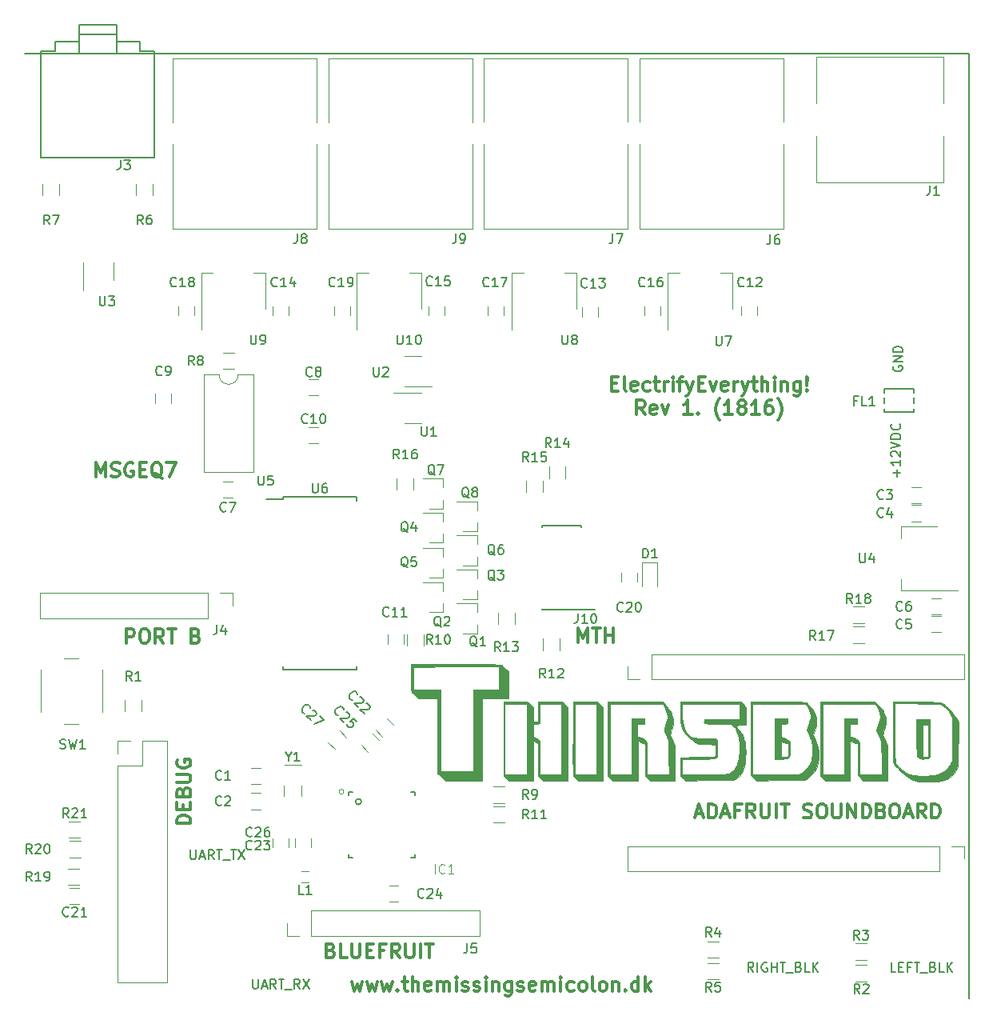
<source format=gto>
G04 #@! TF.GenerationSoftware,KiCad,Pcbnew,(5.0.0-rc2-dev-340-g7483a73a5)*
G04 #@! TF.CreationDate,2018-04-20T19:56:18+02:00*
G04 #@! TF.ProjectId,AudiA6Main,4175646941364D61696E2E6B69636164,rev?*
G04 #@! TF.SameCoordinates,Original*
G04 #@! TF.FileFunction,Legend,Top*
G04 #@! TF.FilePolarity,Positive*
%FSLAX46Y46*%
G04 Gerber Fmt 4.6, Leading zero omitted, Abs format (unit mm)*
G04 Created by KiCad (PCBNEW (5.0.0-rc2-dev-340-g7483a73a5)) date 04/20/18 19:56:18*
%MOMM*%
%LPD*%
G01*
G04 APERTURE LIST*
%ADD10C,0.300000*%
%ADD11C,0.200000*%
%ADD12C,0.150000*%
%ADD13C,0.120000*%
%ADD14C,0.127000*%
%ADD15C,0.203200*%
%ADD16C,0.100000*%
%ADD17C,0.010000*%
%ADD18C,0.050000*%
G04 APERTURE END LIST*
D10*
X83142857Y-143928571D02*
X83428571Y-144928571D01*
X83714285Y-144214285D01*
X84000000Y-144928571D01*
X84285714Y-143928571D01*
X84714285Y-143928571D02*
X85000000Y-144928571D01*
X85285714Y-144214285D01*
X85571428Y-144928571D01*
X85857142Y-143928571D01*
X86285714Y-143928571D02*
X86571428Y-144928571D01*
X86857142Y-144214285D01*
X87142857Y-144928571D01*
X87428571Y-143928571D01*
X88000000Y-144785714D02*
X88071428Y-144857142D01*
X88000000Y-144928571D01*
X87928571Y-144857142D01*
X88000000Y-144785714D01*
X88000000Y-144928571D01*
X88500000Y-143928571D02*
X89071428Y-143928571D01*
X88714285Y-143428571D02*
X88714285Y-144714285D01*
X88785714Y-144857142D01*
X88928571Y-144928571D01*
X89071428Y-144928571D01*
X89571428Y-144928571D02*
X89571428Y-143428571D01*
X90214285Y-144928571D02*
X90214285Y-144142857D01*
X90142857Y-144000000D01*
X90000000Y-143928571D01*
X89785714Y-143928571D01*
X89642857Y-144000000D01*
X89571428Y-144071428D01*
X91500000Y-144857142D02*
X91357142Y-144928571D01*
X91071428Y-144928571D01*
X90928571Y-144857142D01*
X90857142Y-144714285D01*
X90857142Y-144142857D01*
X90928571Y-144000000D01*
X91071428Y-143928571D01*
X91357142Y-143928571D01*
X91500000Y-144000000D01*
X91571428Y-144142857D01*
X91571428Y-144285714D01*
X90857142Y-144428571D01*
X92214285Y-144928571D02*
X92214285Y-143928571D01*
X92214285Y-144071428D02*
X92285714Y-144000000D01*
X92428571Y-143928571D01*
X92642857Y-143928571D01*
X92785714Y-144000000D01*
X92857142Y-144142857D01*
X92857142Y-144928571D01*
X92857142Y-144142857D02*
X92928571Y-144000000D01*
X93071428Y-143928571D01*
X93285714Y-143928571D01*
X93428571Y-144000000D01*
X93500000Y-144142857D01*
X93500000Y-144928571D01*
X94214285Y-144928571D02*
X94214285Y-143928571D01*
X94214285Y-143428571D02*
X94142857Y-143500000D01*
X94214285Y-143571428D01*
X94285714Y-143500000D01*
X94214285Y-143428571D01*
X94214285Y-143571428D01*
X94857142Y-144857142D02*
X95000000Y-144928571D01*
X95285714Y-144928571D01*
X95428571Y-144857142D01*
X95500000Y-144714285D01*
X95500000Y-144642857D01*
X95428571Y-144500000D01*
X95285714Y-144428571D01*
X95071428Y-144428571D01*
X94928571Y-144357142D01*
X94857142Y-144214285D01*
X94857142Y-144142857D01*
X94928571Y-144000000D01*
X95071428Y-143928571D01*
X95285714Y-143928571D01*
X95428571Y-144000000D01*
X96071428Y-144857142D02*
X96214285Y-144928571D01*
X96500000Y-144928571D01*
X96642857Y-144857142D01*
X96714285Y-144714285D01*
X96714285Y-144642857D01*
X96642857Y-144500000D01*
X96500000Y-144428571D01*
X96285714Y-144428571D01*
X96142857Y-144357142D01*
X96071428Y-144214285D01*
X96071428Y-144142857D01*
X96142857Y-144000000D01*
X96285714Y-143928571D01*
X96500000Y-143928571D01*
X96642857Y-144000000D01*
X97357142Y-144928571D02*
X97357142Y-143928571D01*
X97357142Y-143428571D02*
X97285714Y-143500000D01*
X97357142Y-143571428D01*
X97428571Y-143500000D01*
X97357142Y-143428571D01*
X97357142Y-143571428D01*
X98071428Y-143928571D02*
X98071428Y-144928571D01*
X98071428Y-144071428D02*
X98142857Y-144000000D01*
X98285714Y-143928571D01*
X98500000Y-143928571D01*
X98642857Y-144000000D01*
X98714285Y-144142857D01*
X98714285Y-144928571D01*
X100071428Y-143928571D02*
X100071428Y-145142857D01*
X100000000Y-145285714D01*
X99928571Y-145357142D01*
X99785714Y-145428571D01*
X99571428Y-145428571D01*
X99428571Y-145357142D01*
X100071428Y-144857142D02*
X99928571Y-144928571D01*
X99642857Y-144928571D01*
X99500000Y-144857142D01*
X99428571Y-144785714D01*
X99357142Y-144642857D01*
X99357142Y-144214285D01*
X99428571Y-144071428D01*
X99500000Y-144000000D01*
X99642857Y-143928571D01*
X99928571Y-143928571D01*
X100071428Y-144000000D01*
X100714285Y-144857142D02*
X100857142Y-144928571D01*
X101142857Y-144928571D01*
X101285714Y-144857142D01*
X101357142Y-144714285D01*
X101357142Y-144642857D01*
X101285714Y-144500000D01*
X101142857Y-144428571D01*
X100928571Y-144428571D01*
X100785714Y-144357142D01*
X100714285Y-144214285D01*
X100714285Y-144142857D01*
X100785714Y-144000000D01*
X100928571Y-143928571D01*
X101142857Y-143928571D01*
X101285714Y-144000000D01*
X102571428Y-144857142D02*
X102428571Y-144928571D01*
X102142857Y-144928571D01*
X102000000Y-144857142D01*
X101928571Y-144714285D01*
X101928571Y-144142857D01*
X102000000Y-144000000D01*
X102142857Y-143928571D01*
X102428571Y-143928571D01*
X102571428Y-144000000D01*
X102642857Y-144142857D01*
X102642857Y-144285714D01*
X101928571Y-144428571D01*
X103285714Y-144928571D02*
X103285714Y-143928571D01*
X103285714Y-144071428D02*
X103357142Y-144000000D01*
X103500000Y-143928571D01*
X103714285Y-143928571D01*
X103857142Y-144000000D01*
X103928571Y-144142857D01*
X103928571Y-144928571D01*
X103928571Y-144142857D02*
X104000000Y-144000000D01*
X104142857Y-143928571D01*
X104357142Y-143928571D01*
X104500000Y-144000000D01*
X104571428Y-144142857D01*
X104571428Y-144928571D01*
X105285714Y-144928571D02*
X105285714Y-143928571D01*
X105285714Y-143428571D02*
X105214285Y-143500000D01*
X105285714Y-143571428D01*
X105357142Y-143500000D01*
X105285714Y-143428571D01*
X105285714Y-143571428D01*
X106642857Y-144857142D02*
X106500000Y-144928571D01*
X106214285Y-144928571D01*
X106071428Y-144857142D01*
X106000000Y-144785714D01*
X105928571Y-144642857D01*
X105928571Y-144214285D01*
X106000000Y-144071428D01*
X106071428Y-144000000D01*
X106214285Y-143928571D01*
X106500000Y-143928571D01*
X106642857Y-144000000D01*
X107500000Y-144928571D02*
X107357142Y-144857142D01*
X107285714Y-144785714D01*
X107214285Y-144642857D01*
X107214285Y-144214285D01*
X107285714Y-144071428D01*
X107357142Y-144000000D01*
X107500000Y-143928571D01*
X107714285Y-143928571D01*
X107857142Y-144000000D01*
X107928571Y-144071428D01*
X108000000Y-144214285D01*
X108000000Y-144642857D01*
X107928571Y-144785714D01*
X107857142Y-144857142D01*
X107714285Y-144928571D01*
X107500000Y-144928571D01*
X108857142Y-144928571D02*
X108714285Y-144857142D01*
X108642857Y-144714285D01*
X108642857Y-143428571D01*
X109642857Y-144928571D02*
X109500000Y-144857142D01*
X109428571Y-144785714D01*
X109357142Y-144642857D01*
X109357142Y-144214285D01*
X109428571Y-144071428D01*
X109500000Y-144000000D01*
X109642857Y-143928571D01*
X109857142Y-143928571D01*
X110000000Y-144000000D01*
X110071428Y-144071428D01*
X110142857Y-144214285D01*
X110142857Y-144642857D01*
X110071428Y-144785714D01*
X110000000Y-144857142D01*
X109857142Y-144928571D01*
X109642857Y-144928571D01*
X110785714Y-143928571D02*
X110785714Y-144928571D01*
X110785714Y-144071428D02*
X110857142Y-144000000D01*
X111000000Y-143928571D01*
X111214285Y-143928571D01*
X111357142Y-144000000D01*
X111428571Y-144142857D01*
X111428571Y-144928571D01*
X112142857Y-144785714D02*
X112214285Y-144857142D01*
X112142857Y-144928571D01*
X112071428Y-144857142D01*
X112142857Y-144785714D01*
X112142857Y-144928571D01*
X113500000Y-144928571D02*
X113500000Y-143428571D01*
X113500000Y-144857142D02*
X113357142Y-144928571D01*
X113071428Y-144928571D01*
X112928571Y-144857142D01*
X112857142Y-144785714D01*
X112785714Y-144642857D01*
X112785714Y-144214285D01*
X112857142Y-144071428D01*
X112928571Y-144000000D01*
X113071428Y-143928571D01*
X113357142Y-143928571D01*
X113500000Y-144000000D01*
X114214285Y-144928571D02*
X114214285Y-143428571D01*
X114357142Y-144357142D02*
X114785714Y-144928571D01*
X114785714Y-143928571D02*
X114214285Y-144500000D01*
X80928571Y-140642857D02*
X81142857Y-140714285D01*
X81214285Y-140785714D01*
X81285714Y-140928571D01*
X81285714Y-141142857D01*
X81214285Y-141285714D01*
X81142857Y-141357142D01*
X81000000Y-141428571D01*
X80428571Y-141428571D01*
X80428571Y-139928571D01*
X80928571Y-139928571D01*
X81071428Y-140000000D01*
X81142857Y-140071428D01*
X81214285Y-140214285D01*
X81214285Y-140357142D01*
X81142857Y-140500000D01*
X81071428Y-140571428D01*
X80928571Y-140642857D01*
X80428571Y-140642857D01*
X82642857Y-141428571D02*
X81928571Y-141428571D01*
X81928571Y-139928571D01*
X83142857Y-139928571D02*
X83142857Y-141142857D01*
X83214285Y-141285714D01*
X83285714Y-141357142D01*
X83428571Y-141428571D01*
X83714285Y-141428571D01*
X83857142Y-141357142D01*
X83928571Y-141285714D01*
X84000000Y-141142857D01*
X84000000Y-139928571D01*
X84714285Y-140642857D02*
X85214285Y-140642857D01*
X85428571Y-141428571D02*
X84714285Y-141428571D01*
X84714285Y-139928571D01*
X85428571Y-139928571D01*
X86571428Y-140642857D02*
X86071428Y-140642857D01*
X86071428Y-141428571D02*
X86071428Y-139928571D01*
X86785714Y-139928571D01*
X88214285Y-141428571D02*
X87714285Y-140714285D01*
X87357142Y-141428571D02*
X87357142Y-139928571D01*
X87928571Y-139928571D01*
X88071428Y-140000000D01*
X88142857Y-140071428D01*
X88214285Y-140214285D01*
X88214285Y-140428571D01*
X88142857Y-140571428D01*
X88071428Y-140642857D01*
X87928571Y-140714285D01*
X87357142Y-140714285D01*
X88857142Y-139928571D02*
X88857142Y-141142857D01*
X88928571Y-141285714D01*
X89000000Y-141357142D01*
X89142857Y-141428571D01*
X89428571Y-141428571D01*
X89571428Y-141357142D01*
X89642857Y-141285714D01*
X89714285Y-141142857D01*
X89714285Y-139928571D01*
X90428571Y-141428571D02*
X90428571Y-139928571D01*
X90928571Y-139928571D02*
X91785714Y-139928571D01*
X91357142Y-141428571D02*
X91357142Y-139928571D01*
X114178571Y-83928571D02*
X113678571Y-83214285D01*
X113321428Y-83928571D02*
X113321428Y-82428571D01*
X113892857Y-82428571D01*
X114035714Y-82500000D01*
X114107142Y-82571428D01*
X114178571Y-82714285D01*
X114178571Y-82928571D01*
X114107142Y-83071428D01*
X114035714Y-83142857D01*
X113892857Y-83214285D01*
X113321428Y-83214285D01*
X115392857Y-83857142D02*
X115250000Y-83928571D01*
X114964285Y-83928571D01*
X114821428Y-83857142D01*
X114750000Y-83714285D01*
X114750000Y-83142857D01*
X114821428Y-83000000D01*
X114964285Y-82928571D01*
X115250000Y-82928571D01*
X115392857Y-83000000D01*
X115464285Y-83142857D01*
X115464285Y-83285714D01*
X114750000Y-83428571D01*
X115964285Y-82928571D02*
X116321428Y-83928571D01*
X116678571Y-82928571D01*
X119178571Y-83928571D02*
X118321428Y-83928571D01*
X118750000Y-83928571D02*
X118750000Y-82428571D01*
X118607142Y-82642857D01*
X118464285Y-82785714D01*
X118321428Y-82857142D01*
X119821428Y-83785714D02*
X119892857Y-83857142D01*
X119821428Y-83928571D01*
X119750000Y-83857142D01*
X119821428Y-83785714D01*
X119821428Y-83928571D01*
X122107142Y-84500000D02*
X122035714Y-84428571D01*
X121892857Y-84214285D01*
X121821428Y-84071428D01*
X121750000Y-83857142D01*
X121678571Y-83500000D01*
X121678571Y-83214285D01*
X121750000Y-82857142D01*
X121821428Y-82642857D01*
X121892857Y-82500000D01*
X122035714Y-82285714D01*
X122107142Y-82214285D01*
X123464285Y-83928571D02*
X122607142Y-83928571D01*
X123035714Y-83928571D02*
X123035714Y-82428571D01*
X122892857Y-82642857D01*
X122750000Y-82785714D01*
X122607142Y-82857142D01*
X124321428Y-83071428D02*
X124178571Y-83000000D01*
X124107142Y-82928571D01*
X124035714Y-82785714D01*
X124035714Y-82714285D01*
X124107142Y-82571428D01*
X124178571Y-82500000D01*
X124321428Y-82428571D01*
X124607142Y-82428571D01*
X124750000Y-82500000D01*
X124821428Y-82571428D01*
X124892857Y-82714285D01*
X124892857Y-82785714D01*
X124821428Y-82928571D01*
X124750000Y-83000000D01*
X124607142Y-83071428D01*
X124321428Y-83071428D01*
X124178571Y-83142857D01*
X124107142Y-83214285D01*
X124035714Y-83357142D01*
X124035714Y-83642857D01*
X124107142Y-83785714D01*
X124178571Y-83857142D01*
X124321428Y-83928571D01*
X124607142Y-83928571D01*
X124750000Y-83857142D01*
X124821428Y-83785714D01*
X124892857Y-83642857D01*
X124892857Y-83357142D01*
X124821428Y-83214285D01*
X124750000Y-83142857D01*
X124607142Y-83071428D01*
X126321428Y-83928571D02*
X125464285Y-83928571D01*
X125892857Y-83928571D02*
X125892857Y-82428571D01*
X125750000Y-82642857D01*
X125607142Y-82785714D01*
X125464285Y-82857142D01*
X127607142Y-82428571D02*
X127321428Y-82428571D01*
X127178571Y-82500000D01*
X127107142Y-82571428D01*
X126964285Y-82785714D01*
X126892857Y-83071428D01*
X126892857Y-83642857D01*
X126964285Y-83785714D01*
X127035714Y-83857142D01*
X127178571Y-83928571D01*
X127464285Y-83928571D01*
X127607142Y-83857142D01*
X127678571Y-83785714D01*
X127750000Y-83642857D01*
X127750000Y-83285714D01*
X127678571Y-83142857D01*
X127607142Y-83071428D01*
X127464285Y-83000000D01*
X127178571Y-83000000D01*
X127035714Y-83071428D01*
X126964285Y-83142857D01*
X126892857Y-83285714D01*
X128250000Y-84500000D02*
X128321428Y-84428571D01*
X128464285Y-84214285D01*
X128535714Y-84071428D01*
X128607142Y-83857142D01*
X128678571Y-83500000D01*
X128678571Y-83214285D01*
X128607142Y-82857142D01*
X128535714Y-82642857D01*
X128464285Y-82500000D01*
X128321428Y-82285714D01*
X128250000Y-82214285D01*
X110642857Y-80642857D02*
X111142857Y-80642857D01*
X111357142Y-81428571D02*
X110642857Y-81428571D01*
X110642857Y-79928571D01*
X111357142Y-79928571D01*
X112214285Y-81428571D02*
X112071428Y-81357142D01*
X112000000Y-81214285D01*
X112000000Y-79928571D01*
X113357142Y-81357142D02*
X113214285Y-81428571D01*
X112928571Y-81428571D01*
X112785714Y-81357142D01*
X112714285Y-81214285D01*
X112714285Y-80642857D01*
X112785714Y-80500000D01*
X112928571Y-80428571D01*
X113214285Y-80428571D01*
X113357142Y-80500000D01*
X113428571Y-80642857D01*
X113428571Y-80785714D01*
X112714285Y-80928571D01*
X114714285Y-81357142D02*
X114571428Y-81428571D01*
X114285714Y-81428571D01*
X114142857Y-81357142D01*
X114071428Y-81285714D01*
X114000000Y-81142857D01*
X114000000Y-80714285D01*
X114071428Y-80571428D01*
X114142857Y-80500000D01*
X114285714Y-80428571D01*
X114571428Y-80428571D01*
X114714285Y-80500000D01*
X115142857Y-80428571D02*
X115714285Y-80428571D01*
X115357142Y-79928571D02*
X115357142Y-81214285D01*
X115428571Y-81357142D01*
X115571428Y-81428571D01*
X115714285Y-81428571D01*
X116214285Y-81428571D02*
X116214285Y-80428571D01*
X116214285Y-80714285D02*
X116285714Y-80571428D01*
X116357142Y-80500000D01*
X116500000Y-80428571D01*
X116642857Y-80428571D01*
X117142857Y-81428571D02*
X117142857Y-80428571D01*
X117142857Y-79928571D02*
X117071428Y-80000000D01*
X117142857Y-80071428D01*
X117214285Y-80000000D01*
X117142857Y-79928571D01*
X117142857Y-80071428D01*
X117642857Y-80428571D02*
X118214285Y-80428571D01*
X117857142Y-81428571D02*
X117857142Y-80142857D01*
X117928571Y-80000000D01*
X118071428Y-79928571D01*
X118214285Y-79928571D01*
X118571428Y-80428571D02*
X118928571Y-81428571D01*
X119285714Y-80428571D02*
X118928571Y-81428571D01*
X118785714Y-81785714D01*
X118714285Y-81857142D01*
X118571428Y-81928571D01*
X119857142Y-80642857D02*
X120357142Y-80642857D01*
X120571428Y-81428571D02*
X119857142Y-81428571D01*
X119857142Y-79928571D01*
X120571428Y-79928571D01*
X121071428Y-80428571D02*
X121428571Y-81428571D01*
X121785714Y-80428571D01*
X122928571Y-81357142D02*
X122785714Y-81428571D01*
X122500000Y-81428571D01*
X122357142Y-81357142D01*
X122285714Y-81214285D01*
X122285714Y-80642857D01*
X122357142Y-80500000D01*
X122500000Y-80428571D01*
X122785714Y-80428571D01*
X122928571Y-80500000D01*
X123000000Y-80642857D01*
X123000000Y-80785714D01*
X122285714Y-80928571D01*
X123642857Y-81428571D02*
X123642857Y-80428571D01*
X123642857Y-80714285D02*
X123714285Y-80571428D01*
X123785714Y-80500000D01*
X123928571Y-80428571D01*
X124071428Y-80428571D01*
X124428571Y-80428571D02*
X124785714Y-81428571D01*
X125142857Y-80428571D02*
X124785714Y-81428571D01*
X124642857Y-81785714D01*
X124571428Y-81857142D01*
X124428571Y-81928571D01*
X125500000Y-80428571D02*
X126071428Y-80428571D01*
X125714285Y-79928571D02*
X125714285Y-81214285D01*
X125785714Y-81357142D01*
X125928571Y-81428571D01*
X126071428Y-81428571D01*
X126571428Y-81428571D02*
X126571428Y-79928571D01*
X127214285Y-81428571D02*
X127214285Y-80642857D01*
X127142857Y-80500000D01*
X127000000Y-80428571D01*
X126785714Y-80428571D01*
X126642857Y-80500000D01*
X126571428Y-80571428D01*
X127928571Y-81428571D02*
X127928571Y-80428571D01*
X127928571Y-79928571D02*
X127857142Y-80000000D01*
X127928571Y-80071428D01*
X128000000Y-80000000D01*
X127928571Y-79928571D01*
X127928571Y-80071428D01*
X128642857Y-80428571D02*
X128642857Y-81428571D01*
X128642857Y-80571428D02*
X128714285Y-80500000D01*
X128857142Y-80428571D01*
X129071428Y-80428571D01*
X129214285Y-80500000D01*
X129285714Y-80642857D01*
X129285714Y-81428571D01*
X130642857Y-80428571D02*
X130642857Y-81642857D01*
X130571428Y-81785714D01*
X130500000Y-81857142D01*
X130357142Y-81928571D01*
X130142857Y-81928571D01*
X130000000Y-81857142D01*
X130642857Y-81357142D02*
X130500000Y-81428571D01*
X130214285Y-81428571D01*
X130071428Y-81357142D01*
X130000000Y-81285714D01*
X129928571Y-81142857D01*
X129928571Y-80714285D01*
X130000000Y-80571428D01*
X130071428Y-80500000D01*
X130214285Y-80428571D01*
X130500000Y-80428571D01*
X130642857Y-80500000D01*
X131357142Y-81285714D02*
X131428571Y-81357142D01*
X131357142Y-81428571D01*
X131285714Y-81357142D01*
X131357142Y-81285714D01*
X131357142Y-81428571D01*
X131357142Y-80857142D02*
X131285714Y-80000000D01*
X131357142Y-79928571D01*
X131428571Y-80000000D01*
X131357142Y-80857142D01*
X131357142Y-79928571D01*
X107142857Y-108028571D02*
X107142857Y-106528571D01*
X107642857Y-107600000D01*
X108142857Y-106528571D01*
X108142857Y-108028571D01*
X108642857Y-106528571D02*
X109500000Y-106528571D01*
X109071428Y-108028571D02*
X109071428Y-106528571D01*
X110000000Y-108028571D02*
X110000000Y-106528571D01*
X110000000Y-107242857D02*
X110857142Y-107242857D01*
X110857142Y-108028571D02*
X110857142Y-106528571D01*
X119571428Y-126200000D02*
X120285714Y-126200000D01*
X119428571Y-126628571D02*
X119928571Y-125128571D01*
X120428571Y-126628571D01*
X120928571Y-126628571D02*
X120928571Y-125128571D01*
X121285714Y-125128571D01*
X121500000Y-125200000D01*
X121642857Y-125342857D01*
X121714285Y-125485714D01*
X121785714Y-125771428D01*
X121785714Y-125985714D01*
X121714285Y-126271428D01*
X121642857Y-126414285D01*
X121500000Y-126557142D01*
X121285714Y-126628571D01*
X120928571Y-126628571D01*
X122357142Y-126200000D02*
X123071428Y-126200000D01*
X122214285Y-126628571D02*
X122714285Y-125128571D01*
X123214285Y-126628571D01*
X124214285Y-125842857D02*
X123714285Y-125842857D01*
X123714285Y-126628571D02*
X123714285Y-125128571D01*
X124428571Y-125128571D01*
X125857142Y-126628571D02*
X125357142Y-125914285D01*
X125000000Y-126628571D02*
X125000000Y-125128571D01*
X125571428Y-125128571D01*
X125714285Y-125200000D01*
X125785714Y-125271428D01*
X125857142Y-125414285D01*
X125857142Y-125628571D01*
X125785714Y-125771428D01*
X125714285Y-125842857D01*
X125571428Y-125914285D01*
X125000000Y-125914285D01*
X126500000Y-125128571D02*
X126500000Y-126342857D01*
X126571428Y-126485714D01*
X126642857Y-126557142D01*
X126785714Y-126628571D01*
X127071428Y-126628571D01*
X127214285Y-126557142D01*
X127285714Y-126485714D01*
X127357142Y-126342857D01*
X127357142Y-125128571D01*
X128071428Y-126628571D02*
X128071428Y-125128571D01*
X128571428Y-125128571D02*
X129428571Y-125128571D01*
X129000000Y-126628571D02*
X129000000Y-125128571D01*
X131000000Y-126557142D02*
X131214285Y-126628571D01*
X131571428Y-126628571D01*
X131714285Y-126557142D01*
X131785714Y-126485714D01*
X131857142Y-126342857D01*
X131857142Y-126200000D01*
X131785714Y-126057142D01*
X131714285Y-125985714D01*
X131571428Y-125914285D01*
X131285714Y-125842857D01*
X131142857Y-125771428D01*
X131071428Y-125700000D01*
X131000000Y-125557142D01*
X131000000Y-125414285D01*
X131071428Y-125271428D01*
X131142857Y-125200000D01*
X131285714Y-125128571D01*
X131642857Y-125128571D01*
X131857142Y-125200000D01*
X132785714Y-125128571D02*
X133071428Y-125128571D01*
X133214285Y-125200000D01*
X133357142Y-125342857D01*
X133428571Y-125628571D01*
X133428571Y-126128571D01*
X133357142Y-126414285D01*
X133214285Y-126557142D01*
X133071428Y-126628571D01*
X132785714Y-126628571D01*
X132642857Y-126557142D01*
X132500000Y-126414285D01*
X132428571Y-126128571D01*
X132428571Y-125628571D01*
X132500000Y-125342857D01*
X132642857Y-125200000D01*
X132785714Y-125128571D01*
X134071428Y-125128571D02*
X134071428Y-126342857D01*
X134142857Y-126485714D01*
X134214285Y-126557142D01*
X134357142Y-126628571D01*
X134642857Y-126628571D01*
X134785714Y-126557142D01*
X134857142Y-126485714D01*
X134928571Y-126342857D01*
X134928571Y-125128571D01*
X135642857Y-126628571D02*
X135642857Y-125128571D01*
X136500000Y-126628571D01*
X136500000Y-125128571D01*
X137214285Y-126628571D02*
X137214285Y-125128571D01*
X137571428Y-125128571D01*
X137785714Y-125200000D01*
X137928571Y-125342857D01*
X138000000Y-125485714D01*
X138071428Y-125771428D01*
X138071428Y-125985714D01*
X138000000Y-126271428D01*
X137928571Y-126414285D01*
X137785714Y-126557142D01*
X137571428Y-126628571D01*
X137214285Y-126628571D01*
X139214285Y-125842857D02*
X139428571Y-125914285D01*
X139500000Y-125985714D01*
X139571428Y-126128571D01*
X139571428Y-126342857D01*
X139500000Y-126485714D01*
X139428571Y-126557142D01*
X139285714Y-126628571D01*
X138714285Y-126628571D01*
X138714285Y-125128571D01*
X139214285Y-125128571D01*
X139357142Y-125200000D01*
X139428571Y-125271428D01*
X139500000Y-125414285D01*
X139500000Y-125557142D01*
X139428571Y-125700000D01*
X139357142Y-125771428D01*
X139214285Y-125842857D01*
X138714285Y-125842857D01*
X140500000Y-125128571D02*
X140785714Y-125128571D01*
X140928571Y-125200000D01*
X141071428Y-125342857D01*
X141142857Y-125628571D01*
X141142857Y-126128571D01*
X141071428Y-126414285D01*
X140928571Y-126557142D01*
X140785714Y-126628571D01*
X140500000Y-126628571D01*
X140357142Y-126557142D01*
X140214285Y-126414285D01*
X140142857Y-126128571D01*
X140142857Y-125628571D01*
X140214285Y-125342857D01*
X140357142Y-125200000D01*
X140500000Y-125128571D01*
X141714285Y-126200000D02*
X142428571Y-126200000D01*
X141571428Y-126628571D02*
X142071428Y-125128571D01*
X142571428Y-126628571D01*
X143928571Y-126628571D02*
X143428571Y-125914285D01*
X143071428Y-126628571D02*
X143071428Y-125128571D01*
X143642857Y-125128571D01*
X143785714Y-125200000D01*
X143857142Y-125271428D01*
X143928571Y-125414285D01*
X143928571Y-125628571D01*
X143857142Y-125771428D01*
X143785714Y-125842857D01*
X143642857Y-125914285D01*
X143071428Y-125914285D01*
X144571428Y-126628571D02*
X144571428Y-125128571D01*
X144928571Y-125128571D01*
X145142857Y-125200000D01*
X145285714Y-125342857D01*
X145357142Y-125485714D01*
X145428571Y-125771428D01*
X145428571Y-125985714D01*
X145357142Y-126271428D01*
X145285714Y-126414285D01*
X145142857Y-126557142D01*
X144928571Y-126628571D01*
X144571428Y-126628571D01*
X66078571Y-127207142D02*
X64578571Y-127207142D01*
X64578571Y-126850000D01*
X64650000Y-126635714D01*
X64792857Y-126492857D01*
X64935714Y-126421428D01*
X65221428Y-126350000D01*
X65435714Y-126350000D01*
X65721428Y-126421428D01*
X65864285Y-126492857D01*
X66007142Y-126635714D01*
X66078571Y-126850000D01*
X66078571Y-127207142D01*
X65292857Y-125707142D02*
X65292857Y-125207142D01*
X66078571Y-124992857D02*
X66078571Y-125707142D01*
X64578571Y-125707142D01*
X64578571Y-124992857D01*
X65292857Y-123850000D02*
X65364285Y-123635714D01*
X65435714Y-123564285D01*
X65578571Y-123492857D01*
X65792857Y-123492857D01*
X65935714Y-123564285D01*
X66007142Y-123635714D01*
X66078571Y-123778571D01*
X66078571Y-124350000D01*
X64578571Y-124350000D01*
X64578571Y-123850000D01*
X64650000Y-123707142D01*
X64721428Y-123635714D01*
X64864285Y-123564285D01*
X65007142Y-123564285D01*
X65150000Y-123635714D01*
X65221428Y-123707142D01*
X65292857Y-123850000D01*
X65292857Y-124350000D01*
X64578571Y-122850000D02*
X65792857Y-122850000D01*
X65935714Y-122778571D01*
X66007142Y-122707142D01*
X66078571Y-122564285D01*
X66078571Y-122278571D01*
X66007142Y-122135714D01*
X65935714Y-122064285D01*
X65792857Y-121992857D01*
X64578571Y-121992857D01*
X64650000Y-120492857D02*
X64578571Y-120635714D01*
X64578571Y-120850000D01*
X64650000Y-121064285D01*
X64792857Y-121207142D01*
X64935714Y-121278571D01*
X65221428Y-121350000D01*
X65435714Y-121350000D01*
X65721428Y-121278571D01*
X65864285Y-121207142D01*
X66007142Y-121064285D01*
X66078571Y-120850000D01*
X66078571Y-120707142D01*
X66007142Y-120492857D01*
X65935714Y-120421428D01*
X65435714Y-120421428D01*
X65435714Y-120707142D01*
X59278571Y-108128571D02*
X59278571Y-106628571D01*
X59850000Y-106628571D01*
X59992857Y-106700000D01*
X60064285Y-106771428D01*
X60135714Y-106914285D01*
X60135714Y-107128571D01*
X60064285Y-107271428D01*
X59992857Y-107342857D01*
X59850000Y-107414285D01*
X59278571Y-107414285D01*
X61064285Y-106628571D02*
X61350000Y-106628571D01*
X61492857Y-106700000D01*
X61635714Y-106842857D01*
X61707142Y-107128571D01*
X61707142Y-107628571D01*
X61635714Y-107914285D01*
X61492857Y-108057142D01*
X61350000Y-108128571D01*
X61064285Y-108128571D01*
X60921428Y-108057142D01*
X60778571Y-107914285D01*
X60707142Y-107628571D01*
X60707142Y-107128571D01*
X60778571Y-106842857D01*
X60921428Y-106700000D01*
X61064285Y-106628571D01*
X63207142Y-108128571D02*
X62707142Y-107414285D01*
X62350000Y-108128571D02*
X62350000Y-106628571D01*
X62921428Y-106628571D01*
X63064285Y-106700000D01*
X63135714Y-106771428D01*
X63207142Y-106914285D01*
X63207142Y-107128571D01*
X63135714Y-107271428D01*
X63064285Y-107342857D01*
X62921428Y-107414285D01*
X62350000Y-107414285D01*
X63635714Y-106628571D02*
X64492857Y-106628571D01*
X64064285Y-108128571D02*
X64064285Y-106628571D01*
X66635714Y-107342857D02*
X66850000Y-107414285D01*
X66921428Y-107485714D01*
X66992857Y-107628571D01*
X66992857Y-107842857D01*
X66921428Y-107985714D01*
X66850000Y-108057142D01*
X66707142Y-108128571D01*
X66135714Y-108128571D01*
X66135714Y-106628571D01*
X66635714Y-106628571D01*
X66778571Y-106700000D01*
X66850000Y-106771428D01*
X66921428Y-106914285D01*
X66921428Y-107057142D01*
X66850000Y-107200000D01*
X66778571Y-107271428D01*
X66635714Y-107342857D01*
X66135714Y-107342857D01*
X56057142Y-90528571D02*
X56057142Y-89028571D01*
X56557142Y-90100000D01*
X57057142Y-89028571D01*
X57057142Y-90528571D01*
X57700000Y-90457142D02*
X57914285Y-90528571D01*
X58271428Y-90528571D01*
X58414285Y-90457142D01*
X58485714Y-90385714D01*
X58557142Y-90242857D01*
X58557142Y-90100000D01*
X58485714Y-89957142D01*
X58414285Y-89885714D01*
X58271428Y-89814285D01*
X57985714Y-89742857D01*
X57842857Y-89671428D01*
X57771428Y-89600000D01*
X57700000Y-89457142D01*
X57700000Y-89314285D01*
X57771428Y-89171428D01*
X57842857Y-89100000D01*
X57985714Y-89028571D01*
X58342857Y-89028571D01*
X58557142Y-89100000D01*
X59985714Y-89100000D02*
X59842857Y-89028571D01*
X59628571Y-89028571D01*
X59414285Y-89100000D01*
X59271428Y-89242857D01*
X59200000Y-89385714D01*
X59128571Y-89671428D01*
X59128571Y-89885714D01*
X59200000Y-90171428D01*
X59271428Y-90314285D01*
X59414285Y-90457142D01*
X59628571Y-90528571D01*
X59771428Y-90528571D01*
X59985714Y-90457142D01*
X60057142Y-90385714D01*
X60057142Y-89885714D01*
X59771428Y-89885714D01*
X60700000Y-89742857D02*
X61200000Y-89742857D01*
X61414285Y-90528571D02*
X60700000Y-90528571D01*
X60700000Y-89028571D01*
X61414285Y-89028571D01*
X63057142Y-90671428D02*
X62914285Y-90600000D01*
X62771428Y-90457142D01*
X62557142Y-90242857D01*
X62414285Y-90171428D01*
X62271428Y-90171428D01*
X62342857Y-90528571D02*
X62200000Y-90457142D01*
X62057142Y-90314285D01*
X61985714Y-90028571D01*
X61985714Y-89528571D01*
X62057142Y-89242857D01*
X62200000Y-89100000D01*
X62342857Y-89028571D01*
X62628571Y-89028571D01*
X62771428Y-89100000D01*
X62914285Y-89242857D01*
X62985714Y-89528571D01*
X62985714Y-90028571D01*
X62914285Y-90314285D01*
X62771428Y-90457142D01*
X62628571Y-90528571D01*
X62342857Y-90528571D01*
X63485714Y-89028571D02*
X64485714Y-89028571D01*
X63842857Y-90528571D01*
D11*
X148500000Y-45750000D02*
X148500000Y-145750000D01*
X148500000Y-45750000D02*
X48500000Y-45750000D01*
D12*
X75875000Y-92925000D02*
X74050000Y-92925000D01*
X75875000Y-110925000D02*
X83625000Y-110925000D01*
X75875000Y-92675000D02*
X83625000Y-92675000D01*
X75875000Y-110925000D02*
X75875000Y-110580000D01*
X83625000Y-110925000D02*
X83625000Y-110580000D01*
X83625000Y-92675000D02*
X83625000Y-93020000D01*
X75875000Y-92675000D02*
X75875000Y-92925000D01*
D13*
X73500000Y-121300000D02*
X72500000Y-121300000D01*
X72500000Y-123000000D02*
X73500000Y-123000000D01*
X73500000Y-124000000D02*
X72500000Y-124000000D01*
X72500000Y-125700000D02*
X73500000Y-125700000D01*
X143441903Y-91623186D02*
X142441903Y-91623186D01*
X142441903Y-93323186D02*
X143441903Y-93323186D01*
X143441903Y-93523186D02*
X142441903Y-93523186D01*
X142441903Y-95223186D02*
X143441903Y-95223186D01*
X145558097Y-105276814D02*
X144558097Y-105276814D01*
X144558097Y-106976814D02*
X145558097Y-106976814D01*
X145558097Y-103376814D02*
X144558097Y-103376814D01*
X144558097Y-105076814D02*
X145558097Y-105076814D01*
X69500000Y-92700000D02*
X70500000Y-92700000D01*
X70500000Y-91000000D02*
X69500000Y-91000000D01*
X78600000Y-81900000D02*
X79600000Y-81900000D01*
X79600000Y-80200000D02*
X78600000Y-80200000D01*
X62350000Y-81750000D02*
X62350000Y-82750000D01*
X64050000Y-82750000D02*
X64050000Y-81750000D01*
X78600000Y-87000000D02*
X79600000Y-87000000D01*
X79600000Y-85300000D02*
X78600000Y-85300000D01*
X86950000Y-107200000D02*
X86950000Y-108200000D01*
X88650000Y-108200000D02*
X88650000Y-107200000D01*
X126050000Y-73450000D02*
X126050000Y-72450000D01*
X124350000Y-72450000D02*
X124350000Y-73450000D01*
X107550000Y-72550000D02*
X107550000Y-73550000D01*
X109250000Y-73550000D02*
X109250000Y-72550000D01*
X76450000Y-73450000D02*
X76450000Y-72450000D01*
X74750000Y-72450000D02*
X74750000Y-73450000D01*
X91250000Y-72450000D02*
X91250000Y-73450000D01*
X92950000Y-73450000D02*
X92950000Y-72450000D01*
X115850000Y-73450000D02*
X115850000Y-72450000D01*
X114150000Y-72450000D02*
X114150000Y-73450000D01*
X97550000Y-72450000D02*
X97550000Y-73450000D01*
X99250000Y-73450000D02*
X99250000Y-72450000D01*
X66450000Y-73450000D02*
X66450000Y-72450000D01*
X64750000Y-72450000D02*
X64750000Y-73450000D01*
X82950000Y-73450000D02*
X82950000Y-72450000D01*
X81250000Y-72450000D02*
X81250000Y-73450000D01*
X113350000Y-101650000D02*
X113350000Y-100650000D01*
X111650000Y-100650000D02*
X111650000Y-101650000D01*
X53300000Y-135700000D02*
X54300000Y-135700000D01*
X54300000Y-134000000D02*
X53300000Y-134000000D01*
X87554594Y-116802513D02*
X86847487Y-116095406D01*
X85645406Y-117297487D02*
X86352513Y-118004594D01*
X78850000Y-129750000D02*
X78850000Y-128750000D01*
X77150000Y-128750000D02*
X77150000Y-129750000D01*
X87100000Y-135500000D02*
X88100000Y-135500000D01*
X88100000Y-133800000D02*
X87100000Y-133800000D01*
X84145406Y-118897487D02*
X84852513Y-119604594D01*
X86054594Y-118402513D02*
X85347487Y-117695406D01*
X74750000Y-128750000D02*
X74750000Y-129750000D01*
X76450000Y-129750000D02*
X76450000Y-128750000D01*
X80645406Y-118597487D02*
X81352513Y-119304594D01*
X82554594Y-118102513D02*
X81847487Y-117395406D01*
X115500000Y-99550000D02*
X115500000Y-102150000D01*
X113900000Y-99550000D02*
X113900000Y-102150000D01*
X115500000Y-99550000D02*
X113900000Y-99550000D01*
D12*
X139500000Y-83700000D02*
X142700000Y-83700000D01*
X142700000Y-83700000D02*
X142700000Y-83300000D01*
X139500000Y-83700000D02*
X139500000Y-83300000D01*
X139500000Y-82750000D02*
X139500000Y-82150000D01*
X139500000Y-81600000D02*
X139500000Y-81200000D01*
X139500000Y-81200000D02*
X142700000Y-81200000D01*
X142700000Y-81200000D02*
X142700000Y-81600000D01*
X142700000Y-82750000D02*
X142700000Y-82150000D01*
D14*
X84150100Y-124900100D02*
G75*
G03X84150100Y-124900100I-300000J0D01*
G01*
D15*
X82800000Y-130450000D02*
X82800000Y-130850000D01*
X82800000Y-130850000D02*
X83200000Y-130850000D01*
X89400000Y-130850000D02*
X89800000Y-130850000D01*
X89800000Y-130850000D02*
X89800000Y-130450000D01*
X89800000Y-124250000D02*
X89800000Y-123850000D01*
X89800000Y-123850000D02*
X89400000Y-123850000D01*
X83200000Y-123850000D02*
X82800000Y-123850000D01*
X82800000Y-123850000D02*
X82800000Y-124250000D01*
D16*
X82304000Y-123850000D02*
G75*
G03X82304000Y-123850000I-254000J0D01*
G01*
D13*
X132340000Y-50990000D02*
X132340000Y-46110000D01*
X145810000Y-50990000D02*
X145810000Y-46110000D01*
X145810000Y-59320000D02*
X133110000Y-59320000D01*
X133110000Y-59320000D02*
X132340000Y-59320000D01*
X145810000Y-46110000D02*
X132340000Y-46110000D01*
X132340000Y-59320000D02*
X132340000Y-54440000D01*
X145810000Y-59320000D02*
X145810000Y-54440000D01*
D12*
X50250000Y-45500000D02*
X50250000Y-56700000D01*
X62250000Y-56700000D02*
X62250000Y-45500000D01*
X60750000Y-44500000D02*
X58250000Y-44500000D01*
X51750000Y-44500000D02*
X54250000Y-44500000D01*
X51750000Y-45500000D02*
X51750000Y-44500000D01*
X50250000Y-45500000D02*
X51750000Y-45500000D01*
X60750000Y-45500000D02*
X60750000Y-44500000D01*
X62250000Y-45500000D02*
X60750000Y-45500000D01*
X62250000Y-56700000D02*
X50250000Y-56700000D01*
X54250000Y-42700000D02*
X54250000Y-43700000D01*
X58250000Y-42700000D02*
X54250000Y-42700000D01*
X58250000Y-42700000D02*
X58250000Y-43700000D01*
X54250000Y-43700000D02*
X54250000Y-44500000D01*
X58250000Y-43700000D02*
X54250000Y-43700000D01*
X58250000Y-44500000D02*
X58250000Y-43700000D01*
X58250000Y-45700000D02*
X58250000Y-45500000D01*
X54250000Y-45700000D02*
X58250000Y-45700000D01*
X54250000Y-45500000D02*
X54250000Y-45700000D01*
X54250000Y-44500000D02*
X54250000Y-45500000D01*
X58250000Y-44500000D02*
X58250000Y-45500000D01*
D13*
X70530000Y-102820000D02*
X70530000Y-104150000D01*
X69200000Y-102820000D02*
X70530000Y-102820000D01*
X67930000Y-102820000D02*
X67930000Y-105480000D01*
X67930000Y-105480000D02*
X50090000Y-105480000D01*
X67930000Y-102820000D02*
X50090000Y-102820000D01*
X50090000Y-102820000D02*
X50090000Y-105480000D01*
X96710000Y-139080000D02*
X96710000Y-136420000D01*
X78870000Y-139080000D02*
X96710000Y-139080000D01*
X78870000Y-136420000D02*
X96710000Y-136420000D01*
X78870000Y-139080000D02*
X78870000Y-136420000D01*
X77600000Y-139080000D02*
X76270000Y-139080000D01*
X76270000Y-139080000D02*
X76270000Y-137750000D01*
X128834999Y-52954999D02*
X128834999Y-46244999D01*
X113604999Y-52944999D02*
X113594999Y-46244999D01*
X128834999Y-64274999D02*
X128834999Y-55274999D01*
X113594999Y-64274999D02*
X128834999Y-64274999D01*
X113594999Y-64274999D02*
X113604999Y-55284999D01*
X128834999Y-46244999D02*
X113594999Y-46244999D01*
X112364999Y-46244999D02*
X97124999Y-46244999D01*
X97124999Y-64274999D02*
X97134999Y-55284999D01*
X97124999Y-64274999D02*
X112364999Y-64274999D01*
X112364999Y-64274999D02*
X112364999Y-55274999D01*
X97134999Y-52944999D02*
X97124999Y-46244999D01*
X112364999Y-52954999D02*
X112364999Y-46244999D01*
X79420000Y-52990000D02*
X79420000Y-46280000D01*
X64190000Y-52980000D02*
X64180000Y-46280000D01*
X79420000Y-64310000D02*
X79420000Y-55310000D01*
X64180000Y-64310000D02*
X79420000Y-64310000D01*
X64180000Y-64310000D02*
X64190000Y-55320000D01*
X79420000Y-46280000D02*
X64180000Y-46280000D01*
X95920000Y-46280000D02*
X80680000Y-46280000D01*
X80680000Y-64310000D02*
X80690000Y-55320000D01*
X80680000Y-64310000D02*
X95920000Y-64310000D01*
X95920000Y-64310000D02*
X95920000Y-55310000D01*
X80690000Y-52980000D02*
X80680000Y-46280000D01*
X95920000Y-52990000D02*
X95920000Y-46280000D01*
D12*
X107475000Y-104575000D02*
X108850000Y-104575000D01*
X107475000Y-95700000D02*
X103325000Y-95700000D01*
X107475000Y-104600000D02*
X103325000Y-104600000D01*
X107475000Y-95700000D02*
X107475000Y-95815000D01*
X103325000Y-95700000D02*
X103325000Y-95815000D01*
X103325000Y-104600000D02*
X103325000Y-104485000D01*
X107475000Y-104600000D02*
X107475000Y-104575000D01*
D13*
X112320000Y-129600000D02*
X112320000Y-132260000D01*
X145400000Y-129600000D02*
X112320000Y-129600000D01*
X145400000Y-132260000D02*
X112320000Y-132260000D01*
X145400000Y-129600000D02*
X145400000Y-132260000D01*
X146670000Y-129600000D02*
X148000000Y-129600000D01*
X148000000Y-129600000D02*
X148000000Y-130930000D01*
X112330000Y-111940000D02*
X112330000Y-110610000D01*
X113660000Y-111940000D02*
X112330000Y-111940000D01*
X114930000Y-111940000D02*
X114930000Y-109280000D01*
X114930000Y-109280000D02*
X148010000Y-109280000D01*
X114930000Y-111940000D02*
X148010000Y-111940000D01*
X148010000Y-111940000D02*
X148010000Y-109280000D01*
X78550000Y-133450000D02*
X77850000Y-133450000D01*
X77850000Y-132250000D02*
X78550000Y-132250000D01*
X58380000Y-118470000D02*
X59710000Y-118470000D01*
X58380000Y-119800000D02*
X58380000Y-118470000D01*
X60980000Y-118470000D02*
X63580000Y-118470000D01*
X60980000Y-121070000D02*
X60980000Y-118470000D01*
X58380000Y-121070000D02*
X60980000Y-121070000D01*
X63580000Y-118470000D02*
X63580000Y-143990000D01*
X58380000Y-121070000D02*
X58380000Y-143990000D01*
X58380000Y-143990000D02*
X63580000Y-143990000D01*
X96410000Y-107080000D02*
X96410000Y-106150000D01*
X96410000Y-103920000D02*
X96410000Y-104850000D01*
X96410000Y-103920000D02*
X94250000Y-103920000D01*
X96410000Y-107080000D02*
X94950000Y-107080000D01*
X92810000Y-104830000D02*
X91350000Y-104830000D01*
X92810000Y-101670000D02*
X90650000Y-101670000D01*
X92810000Y-101670000D02*
X92810000Y-102600000D01*
X92810000Y-104830000D02*
X92810000Y-103900000D01*
X96410000Y-103480000D02*
X94950000Y-103480000D01*
X96410000Y-100320000D02*
X94250000Y-100320000D01*
X96410000Y-100320000D02*
X96410000Y-101250000D01*
X96410000Y-103480000D02*
X96410000Y-102550000D01*
X92810000Y-97480000D02*
X92810000Y-96550000D01*
X92810000Y-94320000D02*
X92810000Y-95250000D01*
X92810000Y-94320000D02*
X90650000Y-94320000D01*
X92810000Y-97480000D02*
X91350000Y-97480000D01*
X92810000Y-101180000D02*
X91350000Y-101180000D01*
X92810000Y-98020000D02*
X90650000Y-98020000D01*
X92810000Y-98020000D02*
X92810000Y-98950000D01*
X92810000Y-101180000D02*
X92810000Y-100250000D01*
X96410000Y-99880000D02*
X96410000Y-98950000D01*
X96410000Y-96720000D02*
X96410000Y-97650000D01*
X96410000Y-96720000D02*
X94250000Y-96720000D01*
X96410000Y-99880000D02*
X94950000Y-99880000D01*
X92810000Y-93880000D02*
X92810000Y-92950000D01*
X92810000Y-90720000D02*
X92810000Y-91650000D01*
X92810000Y-90720000D02*
X90650000Y-90720000D01*
X92810000Y-93880000D02*
X91350000Y-93880000D01*
X96410000Y-96280000D02*
X94950000Y-96280000D01*
X96410000Y-93120000D02*
X94250000Y-93120000D01*
X96410000Y-93120000D02*
X96410000Y-94050000D01*
X96410000Y-96280000D02*
X96410000Y-95350000D01*
X59120000Y-115350000D02*
X59120000Y-114150000D01*
X60880000Y-114150000D02*
X60880000Y-115350000D01*
X137700000Y-143930000D02*
X136500000Y-143930000D01*
X136500000Y-142170000D02*
X137700000Y-142170000D01*
X137650000Y-141630000D02*
X136450000Y-141630000D01*
X136450000Y-139870000D02*
X137650000Y-139870000D01*
X122000000Y-141430000D02*
X120800000Y-141430000D01*
X120800000Y-139670000D02*
X122000000Y-139670000D01*
X122000000Y-143730000D02*
X120800000Y-143730000D01*
X120800000Y-141970000D02*
X122000000Y-141970000D01*
X62080000Y-59550000D02*
X62080000Y-60750000D01*
X60320000Y-60750000D02*
X60320000Y-59550000D01*
X52180000Y-59550000D02*
X52180000Y-60750000D01*
X50420000Y-60750000D02*
X50420000Y-59550000D01*
X69500000Y-77370000D02*
X70700000Y-77370000D01*
X70700000Y-79130000D02*
X69500000Y-79130000D01*
X98100000Y-123270000D02*
X99300000Y-123270000D01*
X99300000Y-125030000D02*
X98100000Y-125030000D01*
X89020000Y-108400000D02*
X89020000Y-107200000D01*
X90780000Y-107200000D02*
X90780000Y-108400000D01*
X99300000Y-127130000D02*
X98100000Y-127130000D01*
X98100000Y-125370000D02*
X99300000Y-125370000D01*
X105180000Y-107650000D02*
X105180000Y-108850000D01*
X103420000Y-108850000D02*
X103420000Y-107650000D01*
X100380000Y-104900000D02*
X100380000Y-106100000D01*
X98620000Y-106100000D02*
X98620000Y-104900000D01*
X105780000Y-89450000D02*
X105780000Y-90650000D01*
X104020000Y-90650000D02*
X104020000Y-89450000D01*
X103380000Y-90950000D02*
X103380000Y-92150000D01*
X101620000Y-92150000D02*
X101620000Y-90950000D01*
X89680000Y-90650000D02*
X89680000Y-91850000D01*
X87920000Y-91850000D02*
X87920000Y-90650000D01*
X136200000Y-106370000D02*
X137400000Y-106370000D01*
X137400000Y-108130000D02*
X136200000Y-108130000D01*
X136200000Y-104270000D02*
X137400000Y-104270000D01*
X137400000Y-106030000D02*
X136200000Y-106030000D01*
X54300000Y-133730000D02*
X53100000Y-133730000D01*
X53100000Y-131970000D02*
X54300000Y-131970000D01*
X53250000Y-129070000D02*
X54450000Y-129070000D01*
X54450000Y-130830000D02*
X53250000Y-130830000D01*
X54400000Y-128730000D02*
X53200000Y-128730000D01*
X53200000Y-126970000D02*
X54400000Y-126970000D01*
X54200000Y-109700000D02*
X52700000Y-109700000D01*
X50200000Y-110950000D02*
X50200000Y-115450000D01*
X52700000Y-116700000D02*
X54200000Y-116700000D01*
X56700000Y-115450000D02*
X56700000Y-110950000D01*
X88700000Y-84860000D02*
X90500000Y-84860000D01*
X90500000Y-81640000D02*
X87550000Y-81640000D01*
X88700000Y-80960000D02*
X91650000Y-80960000D01*
X90500000Y-77740000D02*
X88700000Y-77740000D01*
X54690000Y-67850000D02*
X54690000Y-70800000D01*
X57910000Y-69650000D02*
X57910000Y-67850000D01*
X147341903Y-102583186D02*
X141331903Y-102583186D01*
X145091903Y-95763186D02*
X141331903Y-95763186D01*
X141331903Y-102583186D02*
X141331903Y-101323186D01*
X141331903Y-95763186D02*
X141331903Y-97023186D01*
X72760000Y-79720000D02*
X71110000Y-79720000D01*
X72760000Y-90000000D02*
X72760000Y-79720000D01*
X67460000Y-90000000D02*
X72760000Y-90000000D01*
X67460000Y-79720000D02*
X67460000Y-90000000D01*
X69110000Y-79720000D02*
X67460000Y-79720000D01*
X71110000Y-79720000D02*
G75*
G02X69110000Y-79720000I-1000000J0D01*
G01*
X123410000Y-68940000D02*
X122150000Y-68940000D01*
X116590000Y-68940000D02*
X117850000Y-68940000D01*
X123410000Y-72700000D02*
X123410000Y-68940000D01*
X116590000Y-74950000D02*
X116590000Y-68940000D01*
X100090000Y-74950000D02*
X100090000Y-68940000D01*
X106910000Y-72700000D02*
X106910000Y-68940000D01*
X100090000Y-68940000D02*
X101350000Y-68940000D01*
X106910000Y-68940000D02*
X105650000Y-68940000D01*
X74010000Y-68940000D02*
X72750000Y-68940000D01*
X67190000Y-68940000D02*
X68450000Y-68940000D01*
X74010000Y-72700000D02*
X74010000Y-68940000D01*
X67190000Y-74950000D02*
X67190000Y-68940000D01*
X83690000Y-74950000D02*
X83690000Y-68940000D01*
X90510000Y-72700000D02*
X90510000Y-68940000D01*
X83690000Y-68940000D02*
X84950000Y-68940000D01*
X90510000Y-68940000D02*
X89250000Y-68940000D01*
X77800000Y-121025000D02*
X76000000Y-121025000D01*
X75950000Y-123175000D02*
X75950000Y-124275000D01*
X77850000Y-123175000D02*
X77850000Y-124275000D01*
D17*
G36*
X129293164Y-116631446D02*
X128933496Y-116646021D01*
X128573828Y-116660597D01*
X128573828Y-118029046D01*
X128879856Y-118114129D01*
X129128255Y-118206583D01*
X129322309Y-118338763D01*
X129375950Y-118389278D01*
X129566015Y-118579343D01*
X129566015Y-119293477D01*
X129560546Y-119647975D01*
X129536196Y-119915621D01*
X129481047Y-120108538D01*
X129383185Y-120238849D01*
X129230694Y-120318676D01*
X129011658Y-120360141D01*
X128714160Y-120375368D01*
X128501007Y-120376954D01*
X127928906Y-120376954D01*
X127928906Y-120178516D01*
X128573828Y-120178516D01*
X128860446Y-120178516D01*
X129078666Y-120161916D01*
X129233493Y-120115601D01*
X129257321Y-120101289D01*
X129302654Y-120063796D01*
X129333511Y-120014262D01*
X129352662Y-119934697D01*
X129362876Y-119807110D01*
X129366921Y-119613512D01*
X129367578Y-119384993D01*
X129367578Y-118745924D01*
X129131933Y-118712383D01*
X128899920Y-118643877D01*
X128735058Y-118525979D01*
X128573828Y-118373115D01*
X128573828Y-120178516D01*
X127928906Y-120178516D01*
X127928906Y-116060938D01*
X129322920Y-116060938D01*
X129293164Y-116631446D01*
X129293164Y-116631446D01*
G37*
X129293164Y-116631446D02*
X128933496Y-116646021D01*
X128573828Y-116660597D01*
X128573828Y-118029046D01*
X128879856Y-118114129D01*
X129128255Y-118206583D01*
X129322309Y-118338763D01*
X129375950Y-118389278D01*
X129566015Y-118579343D01*
X129566015Y-119293477D01*
X129560546Y-119647975D01*
X129536196Y-119915621D01*
X129481047Y-120108538D01*
X129383185Y-120238849D01*
X129230694Y-120318676D01*
X129011658Y-120360141D01*
X128714160Y-120375368D01*
X128501007Y-120376954D01*
X127928906Y-120376954D01*
X127928906Y-120178516D01*
X128573828Y-120178516D01*
X128860446Y-120178516D01*
X129078666Y-120161916D01*
X129233493Y-120115601D01*
X129257321Y-120101289D01*
X129302654Y-120063796D01*
X129333511Y-120014262D01*
X129352662Y-119934697D01*
X129362876Y-119807110D01*
X129366921Y-119613512D01*
X129367578Y-119384993D01*
X129367578Y-118745924D01*
X129131933Y-118712383D01*
X128899920Y-118643877D01*
X128735058Y-118525979D01*
X128573828Y-118373115D01*
X128573828Y-120178516D01*
X127928906Y-120178516D01*
X127928906Y-116060938D01*
X129322920Y-116060938D01*
X129293164Y-116631446D01*
G36*
X144399219Y-118098184D02*
X144397989Y-118586405D01*
X144394429Y-119022005D01*
X144388728Y-119396934D01*
X144381078Y-119703146D01*
X144371670Y-119932592D01*
X144360696Y-120077225D01*
X144351056Y-120126202D01*
X144245927Y-120229426D01*
X144071075Y-120307512D01*
X143853844Y-120355893D01*
X143621574Y-120370000D01*
X143401608Y-120345265D01*
X143276970Y-120305669D01*
X143199749Y-120271506D01*
X143136234Y-120236323D01*
X143085089Y-120190720D01*
X143044972Y-120125296D01*
X143014547Y-120030652D01*
X142992474Y-119897387D01*
X142977415Y-119716103D01*
X142968031Y-119477398D01*
X142962982Y-119171873D01*
X142960931Y-118790128D01*
X142960539Y-118322763D01*
X142960547Y-118083884D01*
X142960547Y-116805079D01*
X143605469Y-116805079D01*
X143605469Y-120178516D01*
X143775872Y-120178516D01*
X143936110Y-120163893D01*
X144073528Y-120130134D01*
X144200781Y-120081753D01*
X144200781Y-116805079D01*
X143605469Y-116805079D01*
X142960547Y-116805079D01*
X142960547Y-116160157D01*
X144399219Y-116160157D01*
X144399219Y-118098184D01*
X144399219Y-118098184D01*
G37*
X144399219Y-118098184D02*
X144397989Y-118586405D01*
X144394429Y-119022005D01*
X144388728Y-119396934D01*
X144381078Y-119703146D01*
X144371670Y-119932592D01*
X144360696Y-120077225D01*
X144351056Y-120126202D01*
X144245927Y-120229426D01*
X144071075Y-120307512D01*
X143853844Y-120355893D01*
X143621574Y-120370000D01*
X143401608Y-120345265D01*
X143276970Y-120305669D01*
X143199749Y-120271506D01*
X143136234Y-120236323D01*
X143085089Y-120190720D01*
X143044972Y-120125296D01*
X143014547Y-120030652D01*
X142992474Y-119897387D01*
X142977415Y-119716103D01*
X142968031Y-119477398D01*
X142962982Y-119171873D01*
X142960931Y-118790128D01*
X142960539Y-118322763D01*
X142960547Y-118083884D01*
X142960547Y-116805079D01*
X143605469Y-116805079D01*
X143605469Y-120178516D01*
X143775872Y-120178516D01*
X143936110Y-120163893D01*
X144073528Y-120130134D01*
X144200781Y-120081753D01*
X144200781Y-116805079D01*
X143605469Y-116805079D01*
X142960547Y-116805079D01*
X142960547Y-116160157D01*
X144399219Y-116160157D01*
X144399219Y-118098184D01*
G36*
X135605957Y-114325287D02*
X136128237Y-114325916D01*
X136622869Y-114327481D01*
X137080577Y-114329890D01*
X137492085Y-114333046D01*
X137848114Y-114336855D01*
X138139390Y-114341223D01*
X138356635Y-114346054D01*
X138490573Y-114351255D01*
X138530118Y-114355148D01*
X138604906Y-114402483D01*
X138726693Y-114509303D01*
X138878252Y-114659465D01*
X139032897Y-114826195D01*
X139209072Y-115028331D01*
X139333030Y-115186702D01*
X139421598Y-115328793D01*
X139491608Y-115482091D01*
X139559889Y-115674080D01*
X139568990Y-115701706D01*
X139663299Y-116039227D01*
X139706154Y-116341101D01*
X139696931Y-116638009D01*
X139635007Y-116960631D01*
X139536737Y-117289233D01*
X139460753Y-117525753D01*
X139416383Y-117690510D01*
X139399922Y-117804460D01*
X139407665Y-117888561D01*
X139422688Y-117934155D01*
X139466303Y-118038932D01*
X139537086Y-118206626D01*
X139623085Y-118408974D01*
X139669034Y-118516602D01*
X139859961Y-118963086D01*
X139874089Y-120811036D01*
X139888217Y-122658985D01*
X137280273Y-122655367D01*
X136995019Y-122386477D01*
X136709765Y-122117588D01*
X136709765Y-118745924D01*
X136491060Y-118713127D01*
X136262915Y-118637457D01*
X136134513Y-118536454D01*
X136037995Y-118445299D01*
X135967543Y-118395639D01*
X135956343Y-118392579D01*
X135947850Y-118440499D01*
X135939965Y-118577510D01*
X135932880Y-118793481D01*
X135926786Y-119078285D01*
X135921875Y-119421793D01*
X135918338Y-119813877D01*
X135916367Y-120244407D01*
X135916015Y-120525782D01*
X135916015Y-122658985D01*
X134613769Y-122657915D01*
X133311523Y-122656844D01*
X132790625Y-122155854D01*
X132790625Y-114523047D01*
X132989062Y-114523047D01*
X132989062Y-122014063D01*
X135271094Y-122014063D01*
X135271094Y-116060938D01*
X136660156Y-116060938D01*
X136660156Y-116656250D01*
X135916015Y-116656250D01*
X135916015Y-118040817D01*
X136102051Y-118074634D01*
X136312650Y-118134465D01*
X136524854Y-118229983D01*
X136705980Y-118343694D01*
X136823342Y-118458103D01*
X136826067Y-118462170D01*
X136848305Y-118505466D01*
X136866193Y-118567228D01*
X136880188Y-118657747D01*
X136890753Y-118787318D01*
X136898345Y-118966232D01*
X136903426Y-119204782D01*
X136906455Y-119513260D01*
X136907891Y-119901960D01*
X136908203Y-120300794D01*
X136908203Y-122014063D01*
X139239844Y-122014063D01*
X139239844Y-120310306D01*
X139239719Y-119834492D01*
X139238153Y-119444882D01*
X139233361Y-119128461D01*
X139223557Y-118872214D01*
X139206955Y-118663127D01*
X139181768Y-118488186D01*
X139146211Y-118334375D01*
X139098497Y-118188680D01*
X139036841Y-118038086D01*
X138959457Y-117869580D01*
X138882795Y-117708451D01*
X138710451Y-117346785D01*
X138875919Y-116840287D01*
X138949669Y-116598994D01*
X139013412Y-116362061D01*
X139058311Y-116163779D01*
X139072550Y-116077440D01*
X139075146Y-115820320D01*
X139033001Y-115526806D01*
X138954777Y-115226248D01*
X138849136Y-114947997D01*
X138724741Y-114721404D01*
X138642473Y-114620208D01*
X138618742Y-114599387D01*
X138587294Y-114581773D01*
X138540204Y-114567098D01*
X138469548Y-114555093D01*
X138367404Y-114545491D01*
X138225847Y-114538025D01*
X138036953Y-114532426D01*
X137792799Y-114528427D01*
X137485462Y-114525759D01*
X137107017Y-114524156D01*
X136649541Y-114523350D01*
X136105110Y-114523072D01*
X135767187Y-114523047D01*
X132989062Y-114523047D01*
X132790625Y-114523047D01*
X132790625Y-114324610D01*
X135605957Y-114325287D01*
X135605957Y-114325287D01*
G37*
X135605957Y-114325287D02*
X136128237Y-114325916D01*
X136622869Y-114327481D01*
X137080577Y-114329890D01*
X137492085Y-114333046D01*
X137848114Y-114336855D01*
X138139390Y-114341223D01*
X138356635Y-114346054D01*
X138490573Y-114351255D01*
X138530118Y-114355148D01*
X138604906Y-114402483D01*
X138726693Y-114509303D01*
X138878252Y-114659465D01*
X139032897Y-114826195D01*
X139209072Y-115028331D01*
X139333030Y-115186702D01*
X139421598Y-115328793D01*
X139491608Y-115482091D01*
X139559889Y-115674080D01*
X139568990Y-115701706D01*
X139663299Y-116039227D01*
X139706154Y-116341101D01*
X139696931Y-116638009D01*
X139635007Y-116960631D01*
X139536737Y-117289233D01*
X139460753Y-117525753D01*
X139416383Y-117690510D01*
X139399922Y-117804460D01*
X139407665Y-117888561D01*
X139422688Y-117934155D01*
X139466303Y-118038932D01*
X139537086Y-118206626D01*
X139623085Y-118408974D01*
X139669034Y-118516602D01*
X139859961Y-118963086D01*
X139874089Y-120811036D01*
X139888217Y-122658985D01*
X137280273Y-122655367D01*
X136995019Y-122386477D01*
X136709765Y-122117588D01*
X136709765Y-118745924D01*
X136491060Y-118713127D01*
X136262915Y-118637457D01*
X136134513Y-118536454D01*
X136037995Y-118445299D01*
X135967543Y-118395639D01*
X135956343Y-118392579D01*
X135947850Y-118440499D01*
X135939965Y-118577510D01*
X135932880Y-118793481D01*
X135926786Y-119078285D01*
X135921875Y-119421793D01*
X135918338Y-119813877D01*
X135916367Y-120244407D01*
X135916015Y-120525782D01*
X135916015Y-122658985D01*
X134613769Y-122657915D01*
X133311523Y-122656844D01*
X132790625Y-122155854D01*
X132790625Y-114523047D01*
X132989062Y-114523047D01*
X132989062Y-122014063D01*
X135271094Y-122014063D01*
X135271094Y-116060938D01*
X136660156Y-116060938D01*
X136660156Y-116656250D01*
X135916015Y-116656250D01*
X135916015Y-118040817D01*
X136102051Y-118074634D01*
X136312650Y-118134465D01*
X136524854Y-118229983D01*
X136705980Y-118343694D01*
X136823342Y-118458103D01*
X136826067Y-118462170D01*
X136848305Y-118505466D01*
X136866193Y-118567228D01*
X136880188Y-118657747D01*
X136890753Y-118787318D01*
X136898345Y-118966232D01*
X136903426Y-119204782D01*
X136906455Y-119513260D01*
X136907891Y-119901960D01*
X136908203Y-120300794D01*
X136908203Y-122014063D01*
X139239844Y-122014063D01*
X139239844Y-120310306D01*
X139239719Y-119834492D01*
X139238153Y-119444882D01*
X139233361Y-119128461D01*
X139223557Y-118872214D01*
X139206955Y-118663127D01*
X139181768Y-118488186D01*
X139146211Y-118334375D01*
X139098497Y-118188680D01*
X139036841Y-118038086D01*
X138959457Y-117869580D01*
X138882795Y-117708451D01*
X138710451Y-117346785D01*
X138875919Y-116840287D01*
X138949669Y-116598994D01*
X139013412Y-116362061D01*
X139058311Y-116163779D01*
X139072550Y-116077440D01*
X139075146Y-115820320D01*
X139033001Y-115526806D01*
X138954777Y-115226248D01*
X138849136Y-114947997D01*
X138724741Y-114721404D01*
X138642473Y-114620208D01*
X138618742Y-114599387D01*
X138587294Y-114581773D01*
X138540204Y-114567098D01*
X138469548Y-114555093D01*
X138367404Y-114545491D01*
X138225847Y-114538025D01*
X138036953Y-114532426D01*
X137792799Y-114528427D01*
X137485462Y-114525759D01*
X137107017Y-114524156D01*
X136649541Y-114523350D01*
X136105110Y-114523072D01*
X135767187Y-114523047D01*
X132989062Y-114523047D01*
X132790625Y-114523047D01*
X132790625Y-114324610D01*
X135605957Y-114325287D01*
G36*
X129969774Y-114333994D02*
X130391720Y-114338230D01*
X130725022Y-114344659D01*
X130966710Y-114353247D01*
X131113814Y-114363955D01*
X131153515Y-114370790D01*
X131283089Y-114436276D01*
X131444145Y-114569893D01*
X131646133Y-114779607D01*
X131669850Y-114806083D01*
X131874473Y-115048576D01*
X132024034Y-115263902D01*
X132136119Y-115485421D01*
X132228314Y-115746494D01*
X132296768Y-115995272D01*
X132342479Y-116203765D01*
X132362507Y-116392839D01*
X132354359Y-116584948D01*
X132315545Y-116802542D01*
X132243570Y-117068077D01*
X132142620Y-117383959D01*
X131991378Y-117838816D01*
X132142583Y-118138352D01*
X132362852Y-118649201D01*
X132501419Y-119158175D01*
X132567051Y-119682422D01*
X132577780Y-120244874D01*
X132532592Y-120731158D01*
X132430541Y-121147704D01*
X132309683Y-121430573D01*
X132116617Y-121735767D01*
X131869809Y-122033856D01*
X131596606Y-122295376D01*
X131327148Y-122489234D01*
X131079101Y-122634180D01*
X128524219Y-122645864D01*
X125969336Y-122657547D01*
X125683779Y-122387286D01*
X125398222Y-122117024D01*
X125410927Y-118233219D01*
X125423064Y-114523047D01*
X125597265Y-114523047D01*
X125597265Y-122014063D01*
X127985162Y-122014063D01*
X128630579Y-122012991D01*
X129179246Y-122009739D01*
X129633608Y-122004254D01*
X129996112Y-121996482D01*
X130269202Y-121986370D01*
X130455324Y-121973865D01*
X130556925Y-121958913D01*
X130560804Y-121957813D01*
X130781488Y-121855200D01*
X131021357Y-121682401D01*
X131257542Y-121459096D01*
X131467174Y-121204965D01*
X131513210Y-121138232D01*
X131651446Y-120919702D01*
X131753634Y-120727057D01*
X131825107Y-120538426D01*
X131871201Y-120331937D01*
X131897250Y-120085720D01*
X131908588Y-119777903D01*
X131910634Y-119508789D01*
X131909698Y-119201126D01*
X131904481Y-118970073D01*
X131892487Y-118793038D01*
X131871218Y-118647429D01*
X131838177Y-118510654D01*
X131790867Y-118360119D01*
X131780168Y-118328417D01*
X131693882Y-118094088D01*
X131593003Y-117848855D01*
X131499120Y-117645154D01*
X131497655Y-117642246D01*
X131346444Y-117342697D01*
X131519464Y-116813439D01*
X131617999Y-116501598D01*
X131683748Y-116259322D01*
X131719419Y-116063520D01*
X131727719Y-115891103D01*
X131711355Y-115718982D01*
X131673035Y-115524068D01*
X131671466Y-115517148D01*
X131597425Y-115223542D01*
X131522395Y-115003286D01*
X131435872Y-114830968D01*
X131327354Y-114681176D01*
X131324575Y-114677864D01*
X131194305Y-114523047D01*
X125597265Y-114523047D01*
X125423064Y-114523047D01*
X125423633Y-114349414D01*
X128201758Y-114334812D01*
X128871824Y-114332249D01*
X129462152Y-114331989D01*
X129969774Y-114333994D01*
X129969774Y-114333994D01*
G37*
X129969774Y-114333994D02*
X130391720Y-114338230D01*
X130725022Y-114344659D01*
X130966710Y-114353247D01*
X131113814Y-114363955D01*
X131153515Y-114370790D01*
X131283089Y-114436276D01*
X131444145Y-114569893D01*
X131646133Y-114779607D01*
X131669850Y-114806083D01*
X131874473Y-115048576D01*
X132024034Y-115263902D01*
X132136119Y-115485421D01*
X132228314Y-115746494D01*
X132296768Y-115995272D01*
X132342479Y-116203765D01*
X132362507Y-116392839D01*
X132354359Y-116584948D01*
X132315545Y-116802542D01*
X132243570Y-117068077D01*
X132142620Y-117383959D01*
X131991378Y-117838816D01*
X132142583Y-118138352D01*
X132362852Y-118649201D01*
X132501419Y-119158175D01*
X132567051Y-119682422D01*
X132577780Y-120244874D01*
X132532592Y-120731158D01*
X132430541Y-121147704D01*
X132309683Y-121430573D01*
X132116617Y-121735767D01*
X131869809Y-122033856D01*
X131596606Y-122295376D01*
X131327148Y-122489234D01*
X131079101Y-122634180D01*
X128524219Y-122645864D01*
X125969336Y-122657547D01*
X125683779Y-122387286D01*
X125398222Y-122117024D01*
X125410927Y-118233219D01*
X125423064Y-114523047D01*
X125597265Y-114523047D01*
X125597265Y-122014063D01*
X127985162Y-122014063D01*
X128630579Y-122012991D01*
X129179246Y-122009739D01*
X129633608Y-122004254D01*
X129996112Y-121996482D01*
X130269202Y-121986370D01*
X130455324Y-121973865D01*
X130556925Y-121958913D01*
X130560804Y-121957813D01*
X130781488Y-121855200D01*
X131021357Y-121682401D01*
X131257542Y-121459096D01*
X131467174Y-121204965D01*
X131513210Y-121138232D01*
X131651446Y-120919702D01*
X131753634Y-120727057D01*
X131825107Y-120538426D01*
X131871201Y-120331937D01*
X131897250Y-120085720D01*
X131908588Y-119777903D01*
X131910634Y-119508789D01*
X131909698Y-119201126D01*
X131904481Y-118970073D01*
X131892487Y-118793038D01*
X131871218Y-118647429D01*
X131838177Y-118510654D01*
X131790867Y-118360119D01*
X131780168Y-118328417D01*
X131693882Y-118094088D01*
X131593003Y-117848855D01*
X131499120Y-117645154D01*
X131497655Y-117642246D01*
X131346444Y-117342697D01*
X131519464Y-116813439D01*
X131617999Y-116501598D01*
X131683748Y-116259322D01*
X131719419Y-116063520D01*
X131727719Y-115891103D01*
X131711355Y-115718982D01*
X131673035Y-115524068D01*
X131671466Y-115517148D01*
X131597425Y-115223542D01*
X131522395Y-115003286D01*
X131435872Y-114830968D01*
X131327354Y-114681176D01*
X131324575Y-114677864D01*
X131194305Y-114523047D01*
X125597265Y-114523047D01*
X125423064Y-114523047D01*
X125423633Y-114349414D01*
X128201758Y-114334812D01*
X128871824Y-114332249D01*
X129462152Y-114331989D01*
X129969774Y-114333994D01*
G36*
X124904918Y-114921359D02*
X124891424Y-115850817D01*
X124877929Y-116780274D01*
X124316628Y-116805079D01*
X123755327Y-116829883D01*
X124075032Y-117184586D01*
X124234199Y-117375184D01*
X124381626Y-117576088D01*
X124492777Y-117753060D01*
X124519367Y-117804703D01*
X124662808Y-118191684D01*
X124767091Y-118644161D01*
X124832319Y-119141154D01*
X124858593Y-119661683D01*
X124846015Y-120184768D01*
X124794685Y-120689428D01*
X124704705Y-121154683D01*
X124576177Y-121559553D01*
X124500412Y-121727085D01*
X124367400Y-121934827D01*
X124183696Y-122153777D01*
X123978642Y-122353136D01*
X123781580Y-122502102D01*
X123738135Y-122527255D01*
X123691159Y-122551183D01*
X123641394Y-122571308D01*
X123580171Y-122588016D01*
X123498819Y-122601693D01*
X123388669Y-122612723D01*
X123241052Y-122621493D01*
X123047299Y-122628388D01*
X122798740Y-122633794D01*
X122486705Y-122638096D01*
X122102526Y-122641679D01*
X121637533Y-122644930D01*
X121083057Y-122648235D01*
X121008367Y-122648663D01*
X118478257Y-122663146D01*
X118257120Y-122437823D01*
X118132206Y-122320343D01*
X118027158Y-122238827D01*
X117970870Y-122212500D01*
X117948329Y-122194052D01*
X117932096Y-122131421D01*
X117921611Y-122013684D01*
X117916312Y-121829914D01*
X117915635Y-121569185D01*
X117919019Y-121220573D01*
X117919187Y-121207911D01*
X117932617Y-120203321D01*
X119723402Y-120178516D01*
X120214926Y-120170980D01*
X120615820Y-120163039D01*
X120934675Y-120154268D01*
X121180081Y-120144239D01*
X121360626Y-120132527D01*
X121484902Y-120118706D01*
X121561497Y-120102350D01*
X121596156Y-120085625D01*
X121632291Y-120039365D01*
X121656320Y-119960093D01*
X121670467Y-119830096D01*
X121676952Y-119631667D01*
X121678125Y-119432166D01*
X121678125Y-118846793D01*
X120747949Y-118830526D01*
X120381279Y-118822472D01*
X120094347Y-118808372D01*
X119867677Y-118781648D01*
X119681788Y-118735720D01*
X119517202Y-118664009D01*
X119354442Y-118559938D01*
X119174029Y-118416926D01*
X118956484Y-118228396D01*
X118951087Y-118223647D01*
X118677222Y-117964060D01*
X118455245Y-117706613D01*
X118280225Y-117437303D01*
X118147234Y-117142127D01*
X118051341Y-116807083D01*
X117987617Y-116418167D01*
X117951132Y-115961376D01*
X117936956Y-115422708D01*
X117936478Y-115341602D01*
X117933293Y-114523047D01*
X118095727Y-114523047D01*
X118119268Y-115478028D01*
X118142084Y-116004817D01*
X118184626Y-116446727D01*
X118250448Y-116816769D01*
X118343106Y-117127956D01*
X118466154Y-117393299D01*
X118623148Y-117625811D01*
X118743902Y-117764263D01*
X118859685Y-117882024D01*
X118966142Y-117974465D01*
X119077262Y-118045016D01*
X119207030Y-118097108D01*
X119369434Y-118134172D01*
X119578461Y-118159637D01*
X119848098Y-118176934D01*
X120192332Y-118189495D01*
X120512304Y-118197979D01*
X120844725Y-118206528D01*
X121142119Y-118214780D01*
X121390800Y-118222306D01*
X121577082Y-118228676D01*
X121687276Y-118233461D01*
X121711788Y-118235609D01*
X121772273Y-118294681D01*
X121815791Y-118354517D01*
X121845133Y-118431758D01*
X121863090Y-118543041D01*
X121872453Y-118705006D01*
X121876013Y-118934293D01*
X121876562Y-119217938D01*
X121873736Y-119498760D01*
X121865923Y-119749331D01*
X121854122Y-119950815D01*
X121839331Y-120084377D01*
X121828400Y-120126202D01*
X121753903Y-120200223D01*
X121626172Y-120275992D01*
X121579349Y-120296574D01*
X121510629Y-120319100D01*
X121421868Y-120337101D01*
X121302112Y-120351056D01*
X121140404Y-120361445D01*
X120925789Y-120368747D01*
X120647312Y-120373442D01*
X120294016Y-120376008D01*
X119854946Y-120376925D01*
X119742355Y-120376954D01*
X118106250Y-120376954D01*
X118106250Y-122017613D01*
X120549511Y-122003436D01*
X121104926Y-122000114D01*
X121569974Y-121996882D01*
X121953510Y-121993331D01*
X122264384Y-121989050D01*
X122511450Y-121983632D01*
X122703558Y-121976667D01*
X122849561Y-121967747D01*
X122958312Y-121956462D01*
X123038662Y-121942403D01*
X123099464Y-121925162D01*
X123149569Y-121904330D01*
X123194595Y-121881230D01*
X123473529Y-121677836D01*
X123716997Y-121389796D01*
X123918723Y-121027290D01*
X124072430Y-120600501D01*
X124129689Y-120364372D01*
X124168016Y-120102546D01*
X124193076Y-119771453D01*
X124204770Y-119400164D01*
X124202995Y-119017753D01*
X124187651Y-118653294D01*
X124158637Y-118335858D01*
X124137234Y-118194141D01*
X124040929Y-117790540D01*
X123909608Y-117430712D01*
X123750443Y-117127795D01*
X123570607Y-116894931D01*
X123377276Y-116745258D01*
X123335457Y-116725553D01*
X123257068Y-116702883D01*
X123136360Y-116685352D01*
X122962588Y-116672446D01*
X122725004Y-116663652D01*
X122412862Y-116658460D01*
X122015416Y-116656356D01*
X121881699Y-116656250D01*
X121462668Y-116655619D01*
X121132549Y-116652210D01*
X120881041Y-116643751D01*
X120697837Y-116627969D01*
X120572635Y-116602592D01*
X120495130Y-116565347D01*
X120455017Y-116513962D01*
X120441994Y-116446164D01*
X120445756Y-116359681D01*
X120447614Y-116339969D01*
X120462695Y-116184961D01*
X122335449Y-116171962D01*
X124208203Y-116158964D01*
X124208203Y-114523047D01*
X118095727Y-114523047D01*
X117933293Y-114523047D01*
X117932617Y-114349414D01*
X121157226Y-114341167D01*
X124381836Y-114332919D01*
X124904918Y-114921359D01*
X124904918Y-114921359D01*
G37*
X124904918Y-114921359D02*
X124891424Y-115850817D01*
X124877929Y-116780274D01*
X124316628Y-116805079D01*
X123755327Y-116829883D01*
X124075032Y-117184586D01*
X124234199Y-117375184D01*
X124381626Y-117576088D01*
X124492777Y-117753060D01*
X124519367Y-117804703D01*
X124662808Y-118191684D01*
X124767091Y-118644161D01*
X124832319Y-119141154D01*
X124858593Y-119661683D01*
X124846015Y-120184768D01*
X124794685Y-120689428D01*
X124704705Y-121154683D01*
X124576177Y-121559553D01*
X124500412Y-121727085D01*
X124367400Y-121934827D01*
X124183696Y-122153777D01*
X123978642Y-122353136D01*
X123781580Y-122502102D01*
X123738135Y-122527255D01*
X123691159Y-122551183D01*
X123641394Y-122571308D01*
X123580171Y-122588016D01*
X123498819Y-122601693D01*
X123388669Y-122612723D01*
X123241052Y-122621493D01*
X123047299Y-122628388D01*
X122798740Y-122633794D01*
X122486705Y-122638096D01*
X122102526Y-122641679D01*
X121637533Y-122644930D01*
X121083057Y-122648235D01*
X121008367Y-122648663D01*
X118478257Y-122663146D01*
X118257120Y-122437823D01*
X118132206Y-122320343D01*
X118027158Y-122238827D01*
X117970870Y-122212500D01*
X117948329Y-122194052D01*
X117932096Y-122131421D01*
X117921611Y-122013684D01*
X117916312Y-121829914D01*
X117915635Y-121569185D01*
X117919019Y-121220573D01*
X117919187Y-121207911D01*
X117932617Y-120203321D01*
X119723402Y-120178516D01*
X120214926Y-120170980D01*
X120615820Y-120163039D01*
X120934675Y-120154268D01*
X121180081Y-120144239D01*
X121360626Y-120132527D01*
X121484902Y-120118706D01*
X121561497Y-120102350D01*
X121596156Y-120085625D01*
X121632291Y-120039365D01*
X121656320Y-119960093D01*
X121670467Y-119830096D01*
X121676952Y-119631667D01*
X121678125Y-119432166D01*
X121678125Y-118846793D01*
X120747949Y-118830526D01*
X120381279Y-118822472D01*
X120094347Y-118808372D01*
X119867677Y-118781648D01*
X119681788Y-118735720D01*
X119517202Y-118664009D01*
X119354442Y-118559938D01*
X119174029Y-118416926D01*
X118956484Y-118228396D01*
X118951087Y-118223647D01*
X118677222Y-117964060D01*
X118455245Y-117706613D01*
X118280225Y-117437303D01*
X118147234Y-117142127D01*
X118051341Y-116807083D01*
X117987617Y-116418167D01*
X117951132Y-115961376D01*
X117936956Y-115422708D01*
X117936478Y-115341602D01*
X117933293Y-114523047D01*
X118095727Y-114523047D01*
X118119268Y-115478028D01*
X118142084Y-116004817D01*
X118184626Y-116446727D01*
X118250448Y-116816769D01*
X118343106Y-117127956D01*
X118466154Y-117393299D01*
X118623148Y-117625811D01*
X118743902Y-117764263D01*
X118859685Y-117882024D01*
X118966142Y-117974465D01*
X119077262Y-118045016D01*
X119207030Y-118097108D01*
X119369434Y-118134172D01*
X119578461Y-118159637D01*
X119848098Y-118176934D01*
X120192332Y-118189495D01*
X120512304Y-118197979D01*
X120844725Y-118206528D01*
X121142119Y-118214780D01*
X121390800Y-118222306D01*
X121577082Y-118228676D01*
X121687276Y-118233461D01*
X121711788Y-118235609D01*
X121772273Y-118294681D01*
X121815791Y-118354517D01*
X121845133Y-118431758D01*
X121863090Y-118543041D01*
X121872453Y-118705006D01*
X121876013Y-118934293D01*
X121876562Y-119217938D01*
X121873736Y-119498760D01*
X121865923Y-119749331D01*
X121854122Y-119950815D01*
X121839331Y-120084377D01*
X121828400Y-120126202D01*
X121753903Y-120200223D01*
X121626172Y-120275992D01*
X121579349Y-120296574D01*
X121510629Y-120319100D01*
X121421868Y-120337101D01*
X121302112Y-120351056D01*
X121140404Y-120361445D01*
X120925789Y-120368747D01*
X120647312Y-120373442D01*
X120294016Y-120376008D01*
X119854946Y-120376925D01*
X119742355Y-120376954D01*
X118106250Y-120376954D01*
X118106250Y-122017613D01*
X120549511Y-122003436D01*
X121104926Y-122000114D01*
X121569974Y-121996882D01*
X121953510Y-121993331D01*
X122264384Y-121989050D01*
X122511450Y-121983632D01*
X122703558Y-121976667D01*
X122849561Y-121967747D01*
X122958312Y-121956462D01*
X123038662Y-121942403D01*
X123099464Y-121925162D01*
X123149569Y-121904330D01*
X123194595Y-121881230D01*
X123473529Y-121677836D01*
X123716997Y-121389796D01*
X123918723Y-121027290D01*
X124072430Y-120600501D01*
X124129689Y-120364372D01*
X124168016Y-120102546D01*
X124193076Y-119771453D01*
X124204770Y-119400164D01*
X124202995Y-119017753D01*
X124187651Y-118653294D01*
X124158637Y-118335858D01*
X124137234Y-118194141D01*
X124040929Y-117790540D01*
X123909608Y-117430712D01*
X123750443Y-117127795D01*
X123570607Y-116894931D01*
X123377276Y-116745258D01*
X123335457Y-116725553D01*
X123257068Y-116702883D01*
X123136360Y-116685352D01*
X122962588Y-116672446D01*
X122725004Y-116663652D01*
X122412862Y-116658460D01*
X122015416Y-116656356D01*
X121881699Y-116656250D01*
X121462668Y-116655619D01*
X121132549Y-116652210D01*
X120881041Y-116643751D01*
X120697837Y-116627969D01*
X120572635Y-116602592D01*
X120495130Y-116565347D01*
X120455017Y-116513962D01*
X120441994Y-116446164D01*
X120445756Y-116359681D01*
X120447614Y-116339969D01*
X120462695Y-116184961D01*
X122335449Y-116171962D01*
X124208203Y-116158964D01*
X124208203Y-114523047D01*
X118095727Y-114523047D01*
X117933293Y-114523047D01*
X117932617Y-114349414D01*
X121157226Y-114341167D01*
X124381836Y-114332919D01*
X124904918Y-114921359D01*
G36*
X113172063Y-114335851D02*
X116076158Y-114349414D01*
X116448691Y-114746289D01*
X116708604Y-115048260D01*
X116899368Y-115335063D01*
X117039174Y-115638600D01*
X117136472Y-115952477D01*
X117185179Y-116169659D01*
X117206378Y-116361917D01*
X117197916Y-116555143D01*
X117157637Y-116775231D01*
X117083389Y-117048071D01*
X117031248Y-117217467D01*
X116952898Y-117473428D01*
X116904360Y-117654776D01*
X116882250Y-117780402D01*
X116883184Y-117869194D01*
X116902406Y-117936803D01*
X116946047Y-118040426D01*
X117016588Y-118207227D01*
X117102122Y-118409068D01*
X117147753Y-118516602D01*
X117337304Y-118963086D01*
X117351432Y-120811036D01*
X117365560Y-122658985D01*
X116061589Y-122657915D01*
X114757617Y-122656844D01*
X114497816Y-122406967D01*
X114238014Y-122157090D01*
X114224964Y-120461206D01*
X114211914Y-118765323D01*
X113979270Y-118715376D01*
X113761041Y-118635292D01*
X113594798Y-118519723D01*
X113442969Y-118374016D01*
X113442969Y-122658985D01*
X112115918Y-122657915D01*
X110788867Y-122656844D01*
X110267969Y-122155854D01*
X110267969Y-114523047D01*
X110466406Y-114523047D01*
X110466406Y-122014063D01*
X112748437Y-122014063D01*
X112748437Y-116060938D01*
X114137500Y-116060938D01*
X114137500Y-116656250D01*
X113393359Y-116656250D01*
X113393359Y-118034271D01*
X113576654Y-118068657D01*
X113771054Y-118124827D01*
X113976526Y-118215024D01*
X114159930Y-118321857D01*
X114288129Y-118427934D01*
X114307679Y-118452312D01*
X114328795Y-118493595D01*
X114345802Y-118557559D01*
X114359125Y-118654223D01*
X114369189Y-118793607D01*
X114376419Y-118985731D01*
X114381240Y-119240613D01*
X114384076Y-119568273D01*
X114385352Y-119978730D01*
X114385547Y-120288773D01*
X114385547Y-122014063D01*
X116720762Y-122014063D01*
X116706573Y-120240528D01*
X116692383Y-118466993D01*
X116502831Y-118020508D01*
X116414191Y-117811521D01*
X116334425Y-117623100D01*
X116275458Y-117483429D01*
X116257231Y-117440037D01*
X116235856Y-117363704D01*
X116237162Y-117270713D01*
X116264921Y-117139487D01*
X116322908Y-116948452D01*
X116365717Y-116819920D01*
X116440109Y-116579891D01*
X116502758Y-116340535D01*
X116544524Y-116138524D01*
X116554906Y-116060938D01*
X116553588Y-115829065D01*
X116516771Y-115565725D01*
X116451717Y-115293434D01*
X116365685Y-115034711D01*
X116265936Y-114812070D01*
X116159731Y-114648029D01*
X116075594Y-114574438D01*
X116000919Y-114561759D01*
X115828438Y-114550827D01*
X115559551Y-114541667D01*
X115195655Y-114534304D01*
X114738150Y-114528763D01*
X114188433Y-114525070D01*
X113547903Y-114523249D01*
X113222988Y-114523047D01*
X110466406Y-114523047D01*
X110267969Y-114523047D01*
X110267969Y-114322287D01*
X113172063Y-114335851D01*
X113172063Y-114335851D01*
G37*
X113172063Y-114335851D02*
X116076158Y-114349414D01*
X116448691Y-114746289D01*
X116708604Y-115048260D01*
X116899368Y-115335063D01*
X117039174Y-115638600D01*
X117136472Y-115952477D01*
X117185179Y-116169659D01*
X117206378Y-116361917D01*
X117197916Y-116555143D01*
X117157637Y-116775231D01*
X117083389Y-117048071D01*
X117031248Y-117217467D01*
X116952898Y-117473428D01*
X116904360Y-117654776D01*
X116882250Y-117780402D01*
X116883184Y-117869194D01*
X116902406Y-117936803D01*
X116946047Y-118040426D01*
X117016588Y-118207227D01*
X117102122Y-118409068D01*
X117147753Y-118516602D01*
X117337304Y-118963086D01*
X117351432Y-120811036D01*
X117365560Y-122658985D01*
X116061589Y-122657915D01*
X114757617Y-122656844D01*
X114497816Y-122406967D01*
X114238014Y-122157090D01*
X114224964Y-120461206D01*
X114211914Y-118765323D01*
X113979270Y-118715376D01*
X113761041Y-118635292D01*
X113594798Y-118519723D01*
X113442969Y-118374016D01*
X113442969Y-122658985D01*
X112115918Y-122657915D01*
X110788867Y-122656844D01*
X110267969Y-122155854D01*
X110267969Y-114523047D01*
X110466406Y-114523047D01*
X110466406Y-122014063D01*
X112748437Y-122014063D01*
X112748437Y-116060938D01*
X114137500Y-116060938D01*
X114137500Y-116656250D01*
X113393359Y-116656250D01*
X113393359Y-118034271D01*
X113576654Y-118068657D01*
X113771054Y-118124827D01*
X113976526Y-118215024D01*
X114159930Y-118321857D01*
X114288129Y-118427934D01*
X114307679Y-118452312D01*
X114328795Y-118493595D01*
X114345802Y-118557559D01*
X114359125Y-118654223D01*
X114369189Y-118793607D01*
X114376419Y-118985731D01*
X114381240Y-119240613D01*
X114384076Y-119568273D01*
X114385352Y-119978730D01*
X114385547Y-120288773D01*
X114385547Y-122014063D01*
X116720762Y-122014063D01*
X116706573Y-120240528D01*
X116692383Y-118466993D01*
X116502831Y-118020508D01*
X116414191Y-117811521D01*
X116334425Y-117623100D01*
X116275458Y-117483429D01*
X116257231Y-117440037D01*
X116235856Y-117363704D01*
X116237162Y-117270713D01*
X116264921Y-117139487D01*
X116322908Y-116948452D01*
X116365717Y-116819920D01*
X116440109Y-116579891D01*
X116502758Y-116340535D01*
X116544524Y-116138524D01*
X116554906Y-116060938D01*
X116553588Y-115829065D01*
X116516771Y-115565725D01*
X116451717Y-115293434D01*
X116365685Y-115034711D01*
X116265936Y-114812070D01*
X116159731Y-114648029D01*
X116075594Y-114574438D01*
X116000919Y-114561759D01*
X115828438Y-114550827D01*
X115559551Y-114541667D01*
X115195655Y-114534304D01*
X114738150Y-114528763D01*
X114188433Y-114525070D01*
X113547903Y-114523249D01*
X113222988Y-114523047D01*
X110466406Y-114523047D01*
X110267969Y-114523047D01*
X110267969Y-114322287D01*
X113172063Y-114335851D01*
G36*
X109448989Y-114609037D02*
X109718648Y-114895118D01*
X109720456Y-118777051D01*
X109722265Y-122658985D01*
X107113627Y-122658985D01*
X106894531Y-122435743D01*
X106770245Y-122318877D01*
X106665969Y-122238066D01*
X106611052Y-122212500D01*
X106599027Y-122196718D01*
X106588649Y-122145569D01*
X106579841Y-122053353D01*
X106572529Y-121914366D01*
X106566637Y-121722908D01*
X106562091Y-121473275D01*
X106558817Y-121159767D01*
X106556738Y-120776681D01*
X106555780Y-120318316D01*
X106555868Y-119778968D01*
X106556927Y-119152937D01*
X106558883Y-118434521D01*
X106559369Y-118280957D01*
X106571509Y-114523047D01*
X106745703Y-114523047D01*
X106745703Y-122014063D01*
X109077344Y-122014063D01*
X109077344Y-114523047D01*
X106745703Y-114523047D01*
X106571509Y-114523047D01*
X106572070Y-114349414D01*
X107875700Y-114336186D01*
X109179330Y-114322957D01*
X109448989Y-114609037D01*
X109448989Y-114609037D01*
G37*
X109448989Y-114609037D02*
X109718648Y-114895118D01*
X109720456Y-118777051D01*
X109722265Y-122658985D01*
X107113627Y-122658985D01*
X106894531Y-122435743D01*
X106770245Y-122318877D01*
X106665969Y-122238066D01*
X106611052Y-122212500D01*
X106599027Y-122196718D01*
X106588649Y-122145569D01*
X106579841Y-122053353D01*
X106572529Y-121914366D01*
X106566637Y-121722908D01*
X106562091Y-121473275D01*
X106558817Y-121159767D01*
X106556738Y-120776681D01*
X106555780Y-120318316D01*
X106555868Y-119778968D01*
X106556927Y-119152937D01*
X106558883Y-118434521D01*
X106559369Y-118280957D01*
X106571509Y-114523047D01*
X106745703Y-114523047D01*
X106745703Y-122014063D01*
X109077344Y-122014063D01*
X109077344Y-114523047D01*
X106745703Y-114523047D01*
X106571509Y-114523047D01*
X106572070Y-114349414D01*
X107875700Y-114336186D01*
X109179330Y-114322957D01*
X109448989Y-114609037D01*
G36*
X100959056Y-114325525D02*
X101283677Y-114328568D01*
X101527695Y-114334184D01*
X101700411Y-114342818D01*
X101811126Y-114354914D01*
X101869140Y-114370917D01*
X101883984Y-114388695D01*
X101917236Y-114454875D01*
X102003791Y-114563020D01*
X102107226Y-114671875D01*
X102330469Y-114890971D01*
X102330469Y-116457813D01*
X102876172Y-116457813D01*
X102876172Y-114324610D01*
X104215625Y-114324610D01*
X104630150Y-114325525D01*
X104954771Y-114328568D01*
X105198789Y-114334184D01*
X105371505Y-114342818D01*
X105482220Y-114354914D01*
X105540234Y-114370917D01*
X105555078Y-114388695D01*
X105588330Y-114454875D01*
X105674884Y-114563020D01*
X105778320Y-114671875D01*
X106001562Y-114890971D01*
X106001562Y-122658985D01*
X104699316Y-122657915D01*
X103397070Y-122656844D01*
X102876172Y-122155854D01*
X102876172Y-118690235D01*
X102766912Y-118690235D01*
X102665883Y-118656998D01*
X102540992Y-118573415D01*
X102494061Y-118531675D01*
X102330469Y-118373115D01*
X102330469Y-122658985D01*
X101028222Y-122657915D01*
X99725976Y-122656844D01*
X99205078Y-122155854D01*
X99205078Y-114523047D01*
X99353906Y-114523047D01*
X99353906Y-122014063D01*
X101685547Y-122014063D01*
X101685547Y-116660597D01*
X102330469Y-116660597D01*
X102330469Y-118033534D01*
X102543263Y-118087116D01*
X102779508Y-118191627D01*
X102947179Y-118366612D01*
X103026184Y-118545538D01*
X103038187Y-118636542D01*
X103049033Y-118814263D01*
X103058390Y-119066201D01*
X103065925Y-119379858D01*
X103071306Y-119742734D01*
X103074198Y-120142332D01*
X103074609Y-120364224D01*
X103074609Y-122014063D01*
X105356640Y-122014063D01*
X105356640Y-114523047D01*
X103076582Y-114523047D01*
X103063193Y-115577246D01*
X103049804Y-116631446D01*
X102690136Y-116646021D01*
X102330469Y-116660597D01*
X101685547Y-116660597D01*
X101685547Y-114523047D01*
X99353906Y-114523047D01*
X99205078Y-114523047D01*
X99205078Y-114324610D01*
X100544531Y-114324610D01*
X100959056Y-114325525D01*
X100959056Y-114325525D01*
G37*
X100959056Y-114325525D02*
X101283677Y-114328568D01*
X101527695Y-114334184D01*
X101700411Y-114342818D01*
X101811126Y-114354914D01*
X101869140Y-114370917D01*
X101883984Y-114388695D01*
X101917236Y-114454875D01*
X102003791Y-114563020D01*
X102107226Y-114671875D01*
X102330469Y-114890971D01*
X102330469Y-116457813D01*
X102876172Y-116457813D01*
X102876172Y-114324610D01*
X104215625Y-114324610D01*
X104630150Y-114325525D01*
X104954771Y-114328568D01*
X105198789Y-114334184D01*
X105371505Y-114342818D01*
X105482220Y-114354914D01*
X105540234Y-114370917D01*
X105555078Y-114388695D01*
X105588330Y-114454875D01*
X105674884Y-114563020D01*
X105778320Y-114671875D01*
X106001562Y-114890971D01*
X106001562Y-122658985D01*
X104699316Y-122657915D01*
X103397070Y-122656844D01*
X102876172Y-122155854D01*
X102876172Y-118690235D01*
X102766912Y-118690235D01*
X102665883Y-118656998D01*
X102540992Y-118573415D01*
X102494061Y-118531675D01*
X102330469Y-118373115D01*
X102330469Y-122658985D01*
X101028222Y-122657915D01*
X99725976Y-122656844D01*
X99205078Y-122155854D01*
X99205078Y-114523047D01*
X99353906Y-114523047D01*
X99353906Y-122014063D01*
X101685547Y-122014063D01*
X101685547Y-116660597D01*
X102330469Y-116660597D01*
X102330469Y-118033534D01*
X102543263Y-118087116D01*
X102779508Y-118191627D01*
X102947179Y-118366612D01*
X103026184Y-118545538D01*
X103038187Y-118636542D01*
X103049033Y-118814263D01*
X103058390Y-119066201D01*
X103065925Y-119379858D01*
X103071306Y-119742734D01*
X103074198Y-120142332D01*
X103074609Y-120364224D01*
X103074609Y-122014063D01*
X105356640Y-122014063D01*
X105356640Y-114523047D01*
X103076582Y-114523047D01*
X103063193Y-115577246D01*
X103049804Y-116631446D01*
X102690136Y-116646021D01*
X102330469Y-116660597D01*
X101685547Y-116660597D01*
X101685547Y-114523047D01*
X99353906Y-114523047D01*
X99205078Y-114523047D01*
X99205078Y-114324610D01*
X100544531Y-114324610D01*
X100959056Y-114325525D01*
G36*
X95067562Y-110356080D02*
X95796835Y-110356784D01*
X96437026Y-110358039D01*
X96993205Y-110359913D01*
X97470440Y-110362471D01*
X97873798Y-110365781D01*
X98208349Y-110369910D01*
X98479161Y-110374924D01*
X98691302Y-110380890D01*
X98849840Y-110387875D01*
X98959845Y-110395946D01*
X99026384Y-110405169D01*
X99054525Y-110415612D01*
X99056250Y-110419305D01*
X99089578Y-110480343D01*
X99178820Y-110590480D01*
X99307864Y-110730574D01*
X99378711Y-110802344D01*
X99701172Y-111121939D01*
X99701172Y-113977344D01*
X96923047Y-113977344D01*
X96923047Y-122658985D01*
X93025605Y-122658985D01*
X92729501Y-122356967D01*
X92579477Y-122211949D01*
X92442004Y-122093008D01*
X92341039Y-122020472D01*
X92321777Y-122010929D01*
X92210156Y-121966909D01*
X92210156Y-113977344D01*
X90198110Y-113977344D01*
X89878515Y-113654883D01*
X89730877Y-113512537D01*
X89604072Y-113402311D01*
X89517239Y-113340316D01*
X89495476Y-113332422D01*
X89476716Y-113312977D01*
X89461812Y-113248807D01*
X89450391Y-113131156D01*
X89445938Y-113034766D01*
X89678314Y-113034766D01*
X92507812Y-113034766D01*
X92507812Y-121716407D01*
X95980469Y-121716407D01*
X95980469Y-113034766D01*
X98758594Y-113034766D01*
X98758594Y-110603385D01*
X94231738Y-110616048D01*
X89704883Y-110628711D01*
X89691598Y-111831739D01*
X89678314Y-113034766D01*
X89445938Y-113034766D01*
X89442079Y-112951270D01*
X89436504Y-112700395D01*
X89433292Y-112369776D01*
X89432070Y-111950659D01*
X89432031Y-111844141D01*
X89432031Y-110355860D01*
X94244140Y-110355860D01*
X95067562Y-110356080D01*
X95067562Y-110356080D01*
G37*
X95067562Y-110356080D02*
X95796835Y-110356784D01*
X96437026Y-110358039D01*
X96993205Y-110359913D01*
X97470440Y-110362471D01*
X97873798Y-110365781D01*
X98208349Y-110369910D01*
X98479161Y-110374924D01*
X98691302Y-110380890D01*
X98849840Y-110387875D01*
X98959845Y-110395946D01*
X99026384Y-110405169D01*
X99054525Y-110415612D01*
X99056250Y-110419305D01*
X99089578Y-110480343D01*
X99178820Y-110590480D01*
X99307864Y-110730574D01*
X99378711Y-110802344D01*
X99701172Y-111121939D01*
X99701172Y-113977344D01*
X96923047Y-113977344D01*
X96923047Y-122658985D01*
X93025605Y-122658985D01*
X92729501Y-122356967D01*
X92579477Y-122211949D01*
X92442004Y-122093008D01*
X92341039Y-122020472D01*
X92321777Y-122010929D01*
X92210156Y-121966909D01*
X92210156Y-113977344D01*
X90198110Y-113977344D01*
X89878515Y-113654883D01*
X89730877Y-113512537D01*
X89604072Y-113402311D01*
X89517239Y-113340316D01*
X89495476Y-113332422D01*
X89476716Y-113312977D01*
X89461812Y-113248807D01*
X89450391Y-113131156D01*
X89445938Y-113034766D01*
X89678314Y-113034766D01*
X92507812Y-113034766D01*
X92507812Y-121716407D01*
X95980469Y-121716407D01*
X95980469Y-113034766D01*
X98758594Y-113034766D01*
X98758594Y-110603385D01*
X94231738Y-110616048D01*
X89704883Y-110628711D01*
X89691598Y-111831739D01*
X89678314Y-113034766D01*
X89445938Y-113034766D01*
X89442079Y-112951270D01*
X89436504Y-112700395D01*
X89433292Y-112369776D01*
X89432070Y-111950659D01*
X89432031Y-111844141D01*
X89432031Y-110355860D01*
X94244140Y-110355860D01*
X95067562Y-110356080D01*
G36*
X142897122Y-114334841D02*
X143456399Y-114338265D01*
X143925337Y-114341632D01*
X144312813Y-114345334D01*
X144627706Y-114349767D01*
X144878895Y-114355324D01*
X145075256Y-114362400D01*
X145225669Y-114371389D01*
X145339011Y-114382685D01*
X145424161Y-114396682D01*
X145489997Y-114413774D01*
X145545397Y-114434355D01*
X145589844Y-114454384D01*
X145772361Y-114554589D01*
X145959174Y-114678416D01*
X146011523Y-114718317D01*
X146193637Y-114879964D01*
X146402970Y-115090726D01*
X146622050Y-115330291D01*
X146833408Y-115578350D01*
X147019574Y-115814593D01*
X147163076Y-116018710D01*
X147230954Y-116135960D01*
X147378624Y-116435921D01*
X147350976Y-121145899D01*
X147202148Y-121443555D01*
X147059579Y-121673470D01*
X146862053Y-121918890D01*
X146634315Y-122154384D01*
X146401113Y-122354523D01*
X146187189Y-122493878D01*
X146173357Y-122500806D01*
X145916972Y-122596911D01*
X145580878Y-122677766D01*
X145183790Y-122740641D01*
X144744426Y-122782807D01*
X144281500Y-122801535D01*
X144107965Y-122801978D01*
X143827116Y-122797113D01*
X143561120Y-122787825D01*
X143335690Y-122775330D01*
X143176537Y-122760842D01*
X143147246Y-122756576D01*
X142829117Y-122689237D01*
X142543662Y-122594807D01*
X142268823Y-122462000D01*
X141982539Y-122279526D01*
X141662753Y-122036097D01*
X141536068Y-121932107D01*
X141200621Y-121639069D01*
X140939328Y-121378275D01*
X140738897Y-121135086D01*
X140586036Y-120894865D01*
X140573970Y-120872539D01*
X140455273Y-120649805D01*
X140441458Y-117485036D01*
X140428512Y-114519426D01*
X140625998Y-114519426D01*
X140639854Y-117584616D01*
X140642513Y-118221966D01*
X140644829Y-118768061D01*
X140647607Y-119230856D01*
X140651657Y-119618308D01*
X140657784Y-119938371D01*
X140666796Y-120199004D01*
X140679500Y-120408161D01*
X140696702Y-120573798D01*
X140719210Y-120703873D01*
X140747830Y-120806341D01*
X140783370Y-120889158D01*
X140826636Y-120960280D01*
X140878437Y-121027663D01*
X140939577Y-121099265D01*
X141004010Y-121174790D01*
X141360243Y-121525570D01*
X141780705Y-121803914D01*
X142256799Y-122004765D01*
X142547556Y-122082165D01*
X142842514Y-122126541D01*
X143207826Y-122152227D01*
X143616451Y-122159453D01*
X144041343Y-122148448D01*
X144455461Y-122119443D01*
X144831761Y-122072668D01*
X144894509Y-122062184D01*
X145188793Y-122004969D01*
X145411169Y-121946438D01*
X145588693Y-121878187D01*
X145731236Y-121802248D01*
X146038322Y-121570047D01*
X146319300Y-121266186D01*
X146549435Y-120918215D01*
X146583702Y-120852721D01*
X146730859Y-120559544D01*
X146730781Y-115986524D01*
X146589300Y-115688868D01*
X146365280Y-115322089D01*
X146067963Y-114993120D01*
X145722778Y-114729901D01*
X145708916Y-114721485D01*
X145420220Y-114547852D01*
X140625998Y-114519426D01*
X140428512Y-114519426D01*
X140427642Y-114320268D01*
X142897122Y-114334841D01*
X142897122Y-114334841D01*
G37*
X142897122Y-114334841D02*
X143456399Y-114338265D01*
X143925337Y-114341632D01*
X144312813Y-114345334D01*
X144627706Y-114349767D01*
X144878895Y-114355324D01*
X145075256Y-114362400D01*
X145225669Y-114371389D01*
X145339011Y-114382685D01*
X145424161Y-114396682D01*
X145489997Y-114413774D01*
X145545397Y-114434355D01*
X145589844Y-114454384D01*
X145772361Y-114554589D01*
X145959174Y-114678416D01*
X146011523Y-114718317D01*
X146193637Y-114879964D01*
X146402970Y-115090726D01*
X146622050Y-115330291D01*
X146833408Y-115578350D01*
X147019574Y-115814593D01*
X147163076Y-116018710D01*
X147230954Y-116135960D01*
X147378624Y-116435921D01*
X147350976Y-121145899D01*
X147202148Y-121443555D01*
X147059579Y-121673470D01*
X146862053Y-121918890D01*
X146634315Y-122154384D01*
X146401113Y-122354523D01*
X146187189Y-122493878D01*
X146173357Y-122500806D01*
X145916972Y-122596911D01*
X145580878Y-122677766D01*
X145183790Y-122740641D01*
X144744426Y-122782807D01*
X144281500Y-122801535D01*
X144107965Y-122801978D01*
X143827116Y-122797113D01*
X143561120Y-122787825D01*
X143335690Y-122775330D01*
X143176537Y-122760842D01*
X143147246Y-122756576D01*
X142829117Y-122689237D01*
X142543662Y-122594807D01*
X142268823Y-122462000D01*
X141982539Y-122279526D01*
X141662753Y-122036097D01*
X141536068Y-121932107D01*
X141200621Y-121639069D01*
X140939328Y-121378275D01*
X140738897Y-121135086D01*
X140586036Y-120894865D01*
X140573970Y-120872539D01*
X140455273Y-120649805D01*
X140441458Y-117485036D01*
X140428512Y-114519426D01*
X140625998Y-114519426D01*
X140639854Y-117584616D01*
X140642513Y-118221966D01*
X140644829Y-118768061D01*
X140647607Y-119230856D01*
X140651657Y-119618308D01*
X140657784Y-119938371D01*
X140666796Y-120199004D01*
X140679500Y-120408161D01*
X140696702Y-120573798D01*
X140719210Y-120703873D01*
X140747830Y-120806341D01*
X140783370Y-120889158D01*
X140826636Y-120960280D01*
X140878437Y-121027663D01*
X140939577Y-121099265D01*
X141004010Y-121174790D01*
X141360243Y-121525570D01*
X141780705Y-121803914D01*
X142256799Y-122004765D01*
X142547556Y-122082165D01*
X142842514Y-122126541D01*
X143207826Y-122152227D01*
X143616451Y-122159453D01*
X144041343Y-122148448D01*
X144455461Y-122119443D01*
X144831761Y-122072668D01*
X144894509Y-122062184D01*
X145188793Y-122004969D01*
X145411169Y-121946438D01*
X145588693Y-121878187D01*
X145731236Y-121802248D01*
X146038322Y-121570047D01*
X146319300Y-121266186D01*
X146549435Y-120918215D01*
X146583702Y-120852721D01*
X146730859Y-120559544D01*
X146730781Y-115986524D01*
X146589300Y-115688868D01*
X146365280Y-115322089D01*
X146067963Y-114993120D01*
X145722778Y-114729901D01*
X145708916Y-114721485D01*
X145420220Y-114547852D01*
X140625998Y-114519426D01*
X140428512Y-114519426D01*
X140427642Y-114320268D01*
X142897122Y-114334841D01*
D12*
X78988095Y-91202380D02*
X78988095Y-92011904D01*
X79035714Y-92107142D01*
X79083333Y-92154761D01*
X79178571Y-92202380D01*
X79369047Y-92202380D01*
X79464285Y-92154761D01*
X79511904Y-92107142D01*
X79559523Y-92011904D01*
X79559523Y-91202380D01*
X80464285Y-91202380D02*
X80273809Y-91202380D01*
X80178571Y-91250000D01*
X80130952Y-91297619D01*
X80035714Y-91440476D01*
X79988095Y-91630952D01*
X79988095Y-92011904D01*
X80035714Y-92107142D01*
X80083333Y-92154761D01*
X80178571Y-92202380D01*
X80369047Y-92202380D01*
X80464285Y-92154761D01*
X80511904Y-92107142D01*
X80559523Y-92011904D01*
X80559523Y-91773809D01*
X80511904Y-91678571D01*
X80464285Y-91630952D01*
X80369047Y-91583333D01*
X80178571Y-91583333D01*
X80083333Y-91630952D01*
X80035714Y-91678571D01*
X79988095Y-91773809D01*
X69333333Y-122507142D02*
X69285714Y-122554761D01*
X69142857Y-122602380D01*
X69047619Y-122602380D01*
X68904761Y-122554761D01*
X68809523Y-122459523D01*
X68761904Y-122364285D01*
X68714285Y-122173809D01*
X68714285Y-122030952D01*
X68761904Y-121840476D01*
X68809523Y-121745238D01*
X68904761Y-121650000D01*
X69047619Y-121602380D01*
X69142857Y-121602380D01*
X69285714Y-121650000D01*
X69333333Y-121697619D01*
X70285714Y-122602380D02*
X69714285Y-122602380D01*
X70000000Y-122602380D02*
X70000000Y-121602380D01*
X69904761Y-121745238D01*
X69809523Y-121840476D01*
X69714285Y-121888095D01*
X69333333Y-125207142D02*
X69285714Y-125254761D01*
X69142857Y-125302380D01*
X69047619Y-125302380D01*
X68904761Y-125254761D01*
X68809523Y-125159523D01*
X68761904Y-125064285D01*
X68714285Y-124873809D01*
X68714285Y-124730952D01*
X68761904Y-124540476D01*
X68809523Y-124445238D01*
X68904761Y-124350000D01*
X69047619Y-124302380D01*
X69142857Y-124302380D01*
X69285714Y-124350000D01*
X69333333Y-124397619D01*
X69714285Y-124397619D02*
X69761904Y-124350000D01*
X69857142Y-124302380D01*
X70095238Y-124302380D01*
X70190476Y-124350000D01*
X70238095Y-124397619D01*
X70285714Y-124492857D01*
X70285714Y-124588095D01*
X70238095Y-124730952D01*
X69666666Y-125302380D01*
X70285714Y-125302380D01*
X139433333Y-92807142D02*
X139385714Y-92854761D01*
X139242857Y-92902380D01*
X139147619Y-92902380D01*
X139004761Y-92854761D01*
X138909523Y-92759523D01*
X138861904Y-92664285D01*
X138814285Y-92473809D01*
X138814285Y-92330952D01*
X138861904Y-92140476D01*
X138909523Y-92045238D01*
X139004761Y-91950000D01*
X139147619Y-91902380D01*
X139242857Y-91902380D01*
X139385714Y-91950000D01*
X139433333Y-91997619D01*
X139766666Y-91902380D02*
X140385714Y-91902380D01*
X140052380Y-92283333D01*
X140195238Y-92283333D01*
X140290476Y-92330952D01*
X140338095Y-92378571D01*
X140385714Y-92473809D01*
X140385714Y-92711904D01*
X140338095Y-92807142D01*
X140290476Y-92854761D01*
X140195238Y-92902380D01*
X139909523Y-92902380D01*
X139814285Y-92854761D01*
X139766666Y-92807142D01*
X139433333Y-94707142D02*
X139385714Y-94754761D01*
X139242857Y-94802380D01*
X139147619Y-94802380D01*
X139004761Y-94754761D01*
X138909523Y-94659523D01*
X138861904Y-94564285D01*
X138814285Y-94373809D01*
X138814285Y-94230952D01*
X138861904Y-94040476D01*
X138909523Y-93945238D01*
X139004761Y-93850000D01*
X139147619Y-93802380D01*
X139242857Y-93802380D01*
X139385714Y-93850000D01*
X139433333Y-93897619D01*
X140290476Y-94135714D02*
X140290476Y-94802380D01*
X140052380Y-93754761D02*
X139814285Y-94469047D01*
X140433333Y-94469047D01*
X141433333Y-106507142D02*
X141385714Y-106554761D01*
X141242857Y-106602380D01*
X141147619Y-106602380D01*
X141004761Y-106554761D01*
X140909523Y-106459523D01*
X140861904Y-106364285D01*
X140814285Y-106173809D01*
X140814285Y-106030952D01*
X140861904Y-105840476D01*
X140909523Y-105745238D01*
X141004761Y-105650000D01*
X141147619Y-105602380D01*
X141242857Y-105602380D01*
X141385714Y-105650000D01*
X141433333Y-105697619D01*
X142338095Y-105602380D02*
X141861904Y-105602380D01*
X141814285Y-106078571D01*
X141861904Y-106030952D01*
X141957142Y-105983333D01*
X142195238Y-105983333D01*
X142290476Y-106030952D01*
X142338095Y-106078571D01*
X142385714Y-106173809D01*
X142385714Y-106411904D01*
X142338095Y-106507142D01*
X142290476Y-106554761D01*
X142195238Y-106602380D01*
X141957142Y-106602380D01*
X141861904Y-106554761D01*
X141814285Y-106507142D01*
X141433333Y-104607142D02*
X141385714Y-104654761D01*
X141242857Y-104702380D01*
X141147619Y-104702380D01*
X141004761Y-104654761D01*
X140909523Y-104559523D01*
X140861904Y-104464285D01*
X140814285Y-104273809D01*
X140814285Y-104130952D01*
X140861904Y-103940476D01*
X140909523Y-103845238D01*
X141004761Y-103750000D01*
X141147619Y-103702380D01*
X141242857Y-103702380D01*
X141385714Y-103750000D01*
X141433333Y-103797619D01*
X142290476Y-103702380D02*
X142100000Y-103702380D01*
X142004761Y-103750000D01*
X141957142Y-103797619D01*
X141861904Y-103940476D01*
X141814285Y-104130952D01*
X141814285Y-104511904D01*
X141861904Y-104607142D01*
X141909523Y-104654761D01*
X142004761Y-104702380D01*
X142195238Y-104702380D01*
X142290476Y-104654761D01*
X142338095Y-104607142D01*
X142385714Y-104511904D01*
X142385714Y-104273809D01*
X142338095Y-104178571D01*
X142290476Y-104130952D01*
X142195238Y-104083333D01*
X142004761Y-104083333D01*
X141909523Y-104130952D01*
X141861904Y-104178571D01*
X141814285Y-104273809D01*
X69833333Y-94107142D02*
X69785714Y-94154761D01*
X69642857Y-94202380D01*
X69547619Y-94202380D01*
X69404761Y-94154761D01*
X69309523Y-94059523D01*
X69261904Y-93964285D01*
X69214285Y-93773809D01*
X69214285Y-93630952D01*
X69261904Y-93440476D01*
X69309523Y-93345238D01*
X69404761Y-93250000D01*
X69547619Y-93202380D01*
X69642857Y-93202380D01*
X69785714Y-93250000D01*
X69833333Y-93297619D01*
X70166666Y-93202380D02*
X70833333Y-93202380D01*
X70404761Y-94202380D01*
X78933333Y-79807142D02*
X78885714Y-79854761D01*
X78742857Y-79902380D01*
X78647619Y-79902380D01*
X78504761Y-79854761D01*
X78409523Y-79759523D01*
X78361904Y-79664285D01*
X78314285Y-79473809D01*
X78314285Y-79330952D01*
X78361904Y-79140476D01*
X78409523Y-79045238D01*
X78504761Y-78950000D01*
X78647619Y-78902380D01*
X78742857Y-78902380D01*
X78885714Y-78950000D01*
X78933333Y-78997619D01*
X79504761Y-79330952D02*
X79409523Y-79283333D01*
X79361904Y-79235714D01*
X79314285Y-79140476D01*
X79314285Y-79092857D01*
X79361904Y-78997619D01*
X79409523Y-78950000D01*
X79504761Y-78902380D01*
X79695238Y-78902380D01*
X79790476Y-78950000D01*
X79838095Y-78997619D01*
X79885714Y-79092857D01*
X79885714Y-79140476D01*
X79838095Y-79235714D01*
X79790476Y-79283333D01*
X79695238Y-79330952D01*
X79504761Y-79330952D01*
X79409523Y-79378571D01*
X79361904Y-79426190D01*
X79314285Y-79521428D01*
X79314285Y-79711904D01*
X79361904Y-79807142D01*
X79409523Y-79854761D01*
X79504761Y-79902380D01*
X79695238Y-79902380D01*
X79790476Y-79854761D01*
X79838095Y-79807142D01*
X79885714Y-79711904D01*
X79885714Y-79521428D01*
X79838095Y-79426190D01*
X79790476Y-79378571D01*
X79695238Y-79330952D01*
X63033333Y-79707142D02*
X62985714Y-79754761D01*
X62842857Y-79802380D01*
X62747619Y-79802380D01*
X62604761Y-79754761D01*
X62509523Y-79659523D01*
X62461904Y-79564285D01*
X62414285Y-79373809D01*
X62414285Y-79230952D01*
X62461904Y-79040476D01*
X62509523Y-78945238D01*
X62604761Y-78850000D01*
X62747619Y-78802380D01*
X62842857Y-78802380D01*
X62985714Y-78850000D01*
X63033333Y-78897619D01*
X63509523Y-79802380D02*
X63700000Y-79802380D01*
X63795238Y-79754761D01*
X63842857Y-79707142D01*
X63938095Y-79564285D01*
X63985714Y-79373809D01*
X63985714Y-78992857D01*
X63938095Y-78897619D01*
X63890476Y-78850000D01*
X63795238Y-78802380D01*
X63604761Y-78802380D01*
X63509523Y-78850000D01*
X63461904Y-78897619D01*
X63414285Y-78992857D01*
X63414285Y-79230952D01*
X63461904Y-79326190D01*
X63509523Y-79373809D01*
X63604761Y-79421428D01*
X63795238Y-79421428D01*
X63890476Y-79373809D01*
X63938095Y-79326190D01*
X63985714Y-79230952D01*
X78457142Y-84757142D02*
X78409523Y-84804761D01*
X78266666Y-84852380D01*
X78171428Y-84852380D01*
X78028571Y-84804761D01*
X77933333Y-84709523D01*
X77885714Y-84614285D01*
X77838095Y-84423809D01*
X77838095Y-84280952D01*
X77885714Y-84090476D01*
X77933333Y-83995238D01*
X78028571Y-83900000D01*
X78171428Y-83852380D01*
X78266666Y-83852380D01*
X78409523Y-83900000D01*
X78457142Y-83947619D01*
X79409523Y-84852380D02*
X78838095Y-84852380D01*
X79123809Y-84852380D02*
X79123809Y-83852380D01*
X79028571Y-83995238D01*
X78933333Y-84090476D01*
X78838095Y-84138095D01*
X80028571Y-83852380D02*
X80123809Y-83852380D01*
X80219047Y-83900000D01*
X80266666Y-83947619D01*
X80314285Y-84042857D01*
X80361904Y-84233333D01*
X80361904Y-84471428D01*
X80314285Y-84661904D01*
X80266666Y-84757142D01*
X80219047Y-84804761D01*
X80123809Y-84852380D01*
X80028571Y-84852380D01*
X79933333Y-84804761D01*
X79885714Y-84757142D01*
X79838095Y-84661904D01*
X79790476Y-84471428D01*
X79790476Y-84233333D01*
X79838095Y-84042857D01*
X79885714Y-83947619D01*
X79933333Y-83900000D01*
X80028571Y-83852380D01*
X87057142Y-105207142D02*
X87009523Y-105254761D01*
X86866666Y-105302380D01*
X86771428Y-105302380D01*
X86628571Y-105254761D01*
X86533333Y-105159523D01*
X86485714Y-105064285D01*
X86438095Y-104873809D01*
X86438095Y-104730952D01*
X86485714Y-104540476D01*
X86533333Y-104445238D01*
X86628571Y-104350000D01*
X86771428Y-104302380D01*
X86866666Y-104302380D01*
X87009523Y-104350000D01*
X87057142Y-104397619D01*
X88009523Y-105302380D02*
X87438095Y-105302380D01*
X87723809Y-105302380D02*
X87723809Y-104302380D01*
X87628571Y-104445238D01*
X87533333Y-104540476D01*
X87438095Y-104588095D01*
X88961904Y-105302380D02*
X88390476Y-105302380D01*
X88676190Y-105302380D02*
X88676190Y-104302380D01*
X88580952Y-104445238D01*
X88485714Y-104540476D01*
X88390476Y-104588095D01*
X124657142Y-70307142D02*
X124609523Y-70354761D01*
X124466666Y-70402380D01*
X124371428Y-70402380D01*
X124228571Y-70354761D01*
X124133333Y-70259523D01*
X124085714Y-70164285D01*
X124038095Y-69973809D01*
X124038095Y-69830952D01*
X124085714Y-69640476D01*
X124133333Y-69545238D01*
X124228571Y-69450000D01*
X124371428Y-69402380D01*
X124466666Y-69402380D01*
X124609523Y-69450000D01*
X124657142Y-69497619D01*
X125609523Y-70402380D02*
X125038095Y-70402380D01*
X125323809Y-70402380D02*
X125323809Y-69402380D01*
X125228571Y-69545238D01*
X125133333Y-69640476D01*
X125038095Y-69688095D01*
X125990476Y-69497619D02*
X126038095Y-69450000D01*
X126133333Y-69402380D01*
X126371428Y-69402380D01*
X126466666Y-69450000D01*
X126514285Y-69497619D01*
X126561904Y-69592857D01*
X126561904Y-69688095D01*
X126514285Y-69830952D01*
X125942857Y-70402380D01*
X126561904Y-70402380D01*
X108057142Y-70407142D02*
X108009523Y-70454761D01*
X107866666Y-70502380D01*
X107771428Y-70502380D01*
X107628571Y-70454761D01*
X107533333Y-70359523D01*
X107485714Y-70264285D01*
X107438095Y-70073809D01*
X107438095Y-69930952D01*
X107485714Y-69740476D01*
X107533333Y-69645238D01*
X107628571Y-69550000D01*
X107771428Y-69502380D01*
X107866666Y-69502380D01*
X108009523Y-69550000D01*
X108057142Y-69597619D01*
X109009523Y-70502380D02*
X108438095Y-70502380D01*
X108723809Y-70502380D02*
X108723809Y-69502380D01*
X108628571Y-69645238D01*
X108533333Y-69740476D01*
X108438095Y-69788095D01*
X109342857Y-69502380D02*
X109961904Y-69502380D01*
X109628571Y-69883333D01*
X109771428Y-69883333D01*
X109866666Y-69930952D01*
X109914285Y-69978571D01*
X109961904Y-70073809D01*
X109961904Y-70311904D01*
X109914285Y-70407142D01*
X109866666Y-70454761D01*
X109771428Y-70502380D01*
X109485714Y-70502380D01*
X109390476Y-70454761D01*
X109342857Y-70407142D01*
X75257142Y-70307142D02*
X75209523Y-70354761D01*
X75066666Y-70402380D01*
X74971428Y-70402380D01*
X74828571Y-70354761D01*
X74733333Y-70259523D01*
X74685714Y-70164285D01*
X74638095Y-69973809D01*
X74638095Y-69830952D01*
X74685714Y-69640476D01*
X74733333Y-69545238D01*
X74828571Y-69450000D01*
X74971428Y-69402380D01*
X75066666Y-69402380D01*
X75209523Y-69450000D01*
X75257142Y-69497619D01*
X76209523Y-70402380D02*
X75638095Y-70402380D01*
X75923809Y-70402380D02*
X75923809Y-69402380D01*
X75828571Y-69545238D01*
X75733333Y-69640476D01*
X75638095Y-69688095D01*
X77066666Y-69735714D02*
X77066666Y-70402380D01*
X76828571Y-69354761D02*
X76590476Y-70069047D01*
X77209523Y-70069047D01*
X91657142Y-70207142D02*
X91609523Y-70254761D01*
X91466666Y-70302380D01*
X91371428Y-70302380D01*
X91228571Y-70254761D01*
X91133333Y-70159523D01*
X91085714Y-70064285D01*
X91038095Y-69873809D01*
X91038095Y-69730952D01*
X91085714Y-69540476D01*
X91133333Y-69445238D01*
X91228571Y-69350000D01*
X91371428Y-69302380D01*
X91466666Y-69302380D01*
X91609523Y-69350000D01*
X91657142Y-69397619D01*
X92609523Y-70302380D02*
X92038095Y-70302380D01*
X92323809Y-70302380D02*
X92323809Y-69302380D01*
X92228571Y-69445238D01*
X92133333Y-69540476D01*
X92038095Y-69588095D01*
X93514285Y-69302380D02*
X93038095Y-69302380D01*
X92990476Y-69778571D01*
X93038095Y-69730952D01*
X93133333Y-69683333D01*
X93371428Y-69683333D01*
X93466666Y-69730952D01*
X93514285Y-69778571D01*
X93561904Y-69873809D01*
X93561904Y-70111904D01*
X93514285Y-70207142D01*
X93466666Y-70254761D01*
X93371428Y-70302380D01*
X93133333Y-70302380D01*
X93038095Y-70254761D01*
X92990476Y-70207142D01*
X114157142Y-70307142D02*
X114109523Y-70354761D01*
X113966666Y-70402380D01*
X113871428Y-70402380D01*
X113728571Y-70354761D01*
X113633333Y-70259523D01*
X113585714Y-70164285D01*
X113538095Y-69973809D01*
X113538095Y-69830952D01*
X113585714Y-69640476D01*
X113633333Y-69545238D01*
X113728571Y-69450000D01*
X113871428Y-69402380D01*
X113966666Y-69402380D01*
X114109523Y-69450000D01*
X114157142Y-69497619D01*
X115109523Y-70402380D02*
X114538095Y-70402380D01*
X114823809Y-70402380D02*
X114823809Y-69402380D01*
X114728571Y-69545238D01*
X114633333Y-69640476D01*
X114538095Y-69688095D01*
X115966666Y-69402380D02*
X115776190Y-69402380D01*
X115680952Y-69450000D01*
X115633333Y-69497619D01*
X115538095Y-69640476D01*
X115490476Y-69830952D01*
X115490476Y-70211904D01*
X115538095Y-70307142D01*
X115585714Y-70354761D01*
X115680952Y-70402380D01*
X115871428Y-70402380D01*
X115966666Y-70354761D01*
X116014285Y-70307142D01*
X116061904Y-70211904D01*
X116061904Y-69973809D01*
X116014285Y-69878571D01*
X115966666Y-69830952D01*
X115871428Y-69783333D01*
X115680952Y-69783333D01*
X115585714Y-69830952D01*
X115538095Y-69878571D01*
X115490476Y-69973809D01*
X97657142Y-70307142D02*
X97609523Y-70354761D01*
X97466666Y-70402380D01*
X97371428Y-70402380D01*
X97228571Y-70354761D01*
X97133333Y-70259523D01*
X97085714Y-70164285D01*
X97038095Y-69973809D01*
X97038095Y-69830952D01*
X97085714Y-69640476D01*
X97133333Y-69545238D01*
X97228571Y-69450000D01*
X97371428Y-69402380D01*
X97466666Y-69402380D01*
X97609523Y-69450000D01*
X97657142Y-69497619D01*
X98609523Y-70402380D02*
X98038095Y-70402380D01*
X98323809Y-70402380D02*
X98323809Y-69402380D01*
X98228571Y-69545238D01*
X98133333Y-69640476D01*
X98038095Y-69688095D01*
X98942857Y-69402380D02*
X99609523Y-69402380D01*
X99180952Y-70402380D01*
X64557142Y-70307142D02*
X64509523Y-70354761D01*
X64366666Y-70402380D01*
X64271428Y-70402380D01*
X64128571Y-70354761D01*
X64033333Y-70259523D01*
X63985714Y-70164285D01*
X63938095Y-69973809D01*
X63938095Y-69830952D01*
X63985714Y-69640476D01*
X64033333Y-69545238D01*
X64128571Y-69450000D01*
X64271428Y-69402380D01*
X64366666Y-69402380D01*
X64509523Y-69450000D01*
X64557142Y-69497619D01*
X65509523Y-70402380D02*
X64938095Y-70402380D01*
X65223809Y-70402380D02*
X65223809Y-69402380D01*
X65128571Y-69545238D01*
X65033333Y-69640476D01*
X64938095Y-69688095D01*
X66080952Y-69830952D02*
X65985714Y-69783333D01*
X65938095Y-69735714D01*
X65890476Y-69640476D01*
X65890476Y-69592857D01*
X65938095Y-69497619D01*
X65985714Y-69450000D01*
X66080952Y-69402380D01*
X66271428Y-69402380D01*
X66366666Y-69450000D01*
X66414285Y-69497619D01*
X66461904Y-69592857D01*
X66461904Y-69640476D01*
X66414285Y-69735714D01*
X66366666Y-69783333D01*
X66271428Y-69830952D01*
X66080952Y-69830952D01*
X65985714Y-69878571D01*
X65938095Y-69926190D01*
X65890476Y-70021428D01*
X65890476Y-70211904D01*
X65938095Y-70307142D01*
X65985714Y-70354761D01*
X66080952Y-70402380D01*
X66271428Y-70402380D01*
X66366666Y-70354761D01*
X66414285Y-70307142D01*
X66461904Y-70211904D01*
X66461904Y-70021428D01*
X66414285Y-69926190D01*
X66366666Y-69878571D01*
X66271428Y-69830952D01*
X81357142Y-70307142D02*
X81309523Y-70354761D01*
X81166666Y-70402380D01*
X81071428Y-70402380D01*
X80928571Y-70354761D01*
X80833333Y-70259523D01*
X80785714Y-70164285D01*
X80738095Y-69973809D01*
X80738095Y-69830952D01*
X80785714Y-69640476D01*
X80833333Y-69545238D01*
X80928571Y-69450000D01*
X81071428Y-69402380D01*
X81166666Y-69402380D01*
X81309523Y-69450000D01*
X81357142Y-69497619D01*
X82309523Y-70402380D02*
X81738095Y-70402380D01*
X82023809Y-70402380D02*
X82023809Y-69402380D01*
X81928571Y-69545238D01*
X81833333Y-69640476D01*
X81738095Y-69688095D01*
X82785714Y-70402380D02*
X82976190Y-70402380D01*
X83071428Y-70354761D01*
X83119047Y-70307142D01*
X83214285Y-70164285D01*
X83261904Y-69973809D01*
X83261904Y-69592857D01*
X83214285Y-69497619D01*
X83166666Y-69450000D01*
X83071428Y-69402380D01*
X82880952Y-69402380D01*
X82785714Y-69450000D01*
X82738095Y-69497619D01*
X82690476Y-69592857D01*
X82690476Y-69830952D01*
X82738095Y-69926190D01*
X82785714Y-69973809D01*
X82880952Y-70021428D01*
X83071428Y-70021428D01*
X83166666Y-69973809D01*
X83214285Y-69926190D01*
X83261904Y-69830952D01*
X111857142Y-104707142D02*
X111809523Y-104754761D01*
X111666666Y-104802380D01*
X111571428Y-104802380D01*
X111428571Y-104754761D01*
X111333333Y-104659523D01*
X111285714Y-104564285D01*
X111238095Y-104373809D01*
X111238095Y-104230952D01*
X111285714Y-104040476D01*
X111333333Y-103945238D01*
X111428571Y-103850000D01*
X111571428Y-103802380D01*
X111666666Y-103802380D01*
X111809523Y-103850000D01*
X111857142Y-103897619D01*
X112238095Y-103897619D02*
X112285714Y-103850000D01*
X112380952Y-103802380D01*
X112619047Y-103802380D01*
X112714285Y-103850000D01*
X112761904Y-103897619D01*
X112809523Y-103992857D01*
X112809523Y-104088095D01*
X112761904Y-104230952D01*
X112190476Y-104802380D01*
X112809523Y-104802380D01*
X113428571Y-103802380D02*
X113523809Y-103802380D01*
X113619047Y-103850000D01*
X113666666Y-103897619D01*
X113714285Y-103992857D01*
X113761904Y-104183333D01*
X113761904Y-104421428D01*
X113714285Y-104611904D01*
X113666666Y-104707142D01*
X113619047Y-104754761D01*
X113523809Y-104802380D01*
X113428571Y-104802380D01*
X113333333Y-104754761D01*
X113285714Y-104707142D01*
X113238095Y-104611904D01*
X113190476Y-104421428D01*
X113190476Y-104183333D01*
X113238095Y-103992857D01*
X113285714Y-103897619D01*
X113333333Y-103850000D01*
X113428571Y-103802380D01*
X53157142Y-136957142D02*
X53109523Y-137004761D01*
X52966666Y-137052380D01*
X52871428Y-137052380D01*
X52728571Y-137004761D01*
X52633333Y-136909523D01*
X52585714Y-136814285D01*
X52538095Y-136623809D01*
X52538095Y-136480952D01*
X52585714Y-136290476D01*
X52633333Y-136195238D01*
X52728571Y-136100000D01*
X52871428Y-136052380D01*
X52966666Y-136052380D01*
X53109523Y-136100000D01*
X53157142Y-136147619D01*
X53538095Y-136147619D02*
X53585714Y-136100000D01*
X53680952Y-136052380D01*
X53919047Y-136052380D01*
X54014285Y-136100000D01*
X54061904Y-136147619D01*
X54109523Y-136242857D01*
X54109523Y-136338095D01*
X54061904Y-136480952D01*
X53490476Y-137052380D01*
X54109523Y-137052380D01*
X55061904Y-137052380D02*
X54490476Y-137052380D01*
X54776190Y-137052380D02*
X54776190Y-136052380D01*
X54680952Y-136195238D01*
X54585714Y-136290476D01*
X54490476Y-136338095D01*
X83192893Y-114147969D02*
X83125549Y-114147969D01*
X82990862Y-114080625D01*
X82923519Y-114013282D01*
X82856175Y-113878595D01*
X82856175Y-113743908D01*
X82889847Y-113642893D01*
X82990862Y-113474534D01*
X83091877Y-113373519D01*
X83260236Y-113272503D01*
X83361251Y-113238832D01*
X83495938Y-113238832D01*
X83630625Y-113306175D01*
X83697969Y-113373519D01*
X83765312Y-113508206D01*
X83765312Y-113575549D01*
X84034687Y-113844923D02*
X84102030Y-113844923D01*
X84203045Y-113878595D01*
X84371404Y-114046954D01*
X84405076Y-114147969D01*
X84405076Y-114215312D01*
X84371404Y-114316328D01*
X84304061Y-114383671D01*
X84169374Y-114451015D01*
X83361251Y-114451015D01*
X83798984Y-114888748D01*
X84708122Y-114518358D02*
X84775465Y-114518358D01*
X84876480Y-114552030D01*
X85044839Y-114720389D01*
X85078511Y-114821404D01*
X85078511Y-114888748D01*
X85044839Y-114989763D01*
X84977496Y-115057106D01*
X84842809Y-115124450D01*
X84034687Y-115124450D01*
X84472419Y-115562183D01*
X72557142Y-129907142D02*
X72509523Y-129954761D01*
X72366666Y-130002380D01*
X72271428Y-130002380D01*
X72128571Y-129954761D01*
X72033333Y-129859523D01*
X71985714Y-129764285D01*
X71938095Y-129573809D01*
X71938095Y-129430952D01*
X71985714Y-129240476D01*
X72033333Y-129145238D01*
X72128571Y-129050000D01*
X72271428Y-129002380D01*
X72366666Y-129002380D01*
X72509523Y-129050000D01*
X72557142Y-129097619D01*
X72938095Y-129097619D02*
X72985714Y-129050000D01*
X73080952Y-129002380D01*
X73319047Y-129002380D01*
X73414285Y-129050000D01*
X73461904Y-129097619D01*
X73509523Y-129192857D01*
X73509523Y-129288095D01*
X73461904Y-129430952D01*
X72890476Y-130002380D01*
X73509523Y-130002380D01*
X73842857Y-129002380D02*
X74461904Y-129002380D01*
X74128571Y-129383333D01*
X74271428Y-129383333D01*
X74366666Y-129430952D01*
X74414285Y-129478571D01*
X74461904Y-129573809D01*
X74461904Y-129811904D01*
X74414285Y-129907142D01*
X74366666Y-129954761D01*
X74271428Y-130002380D01*
X73985714Y-130002380D01*
X73890476Y-129954761D01*
X73842857Y-129907142D01*
X90757142Y-135007142D02*
X90709523Y-135054761D01*
X90566666Y-135102380D01*
X90471428Y-135102380D01*
X90328571Y-135054761D01*
X90233333Y-134959523D01*
X90185714Y-134864285D01*
X90138095Y-134673809D01*
X90138095Y-134530952D01*
X90185714Y-134340476D01*
X90233333Y-134245238D01*
X90328571Y-134150000D01*
X90471428Y-134102380D01*
X90566666Y-134102380D01*
X90709523Y-134150000D01*
X90757142Y-134197619D01*
X91138095Y-134197619D02*
X91185714Y-134150000D01*
X91280952Y-134102380D01*
X91519047Y-134102380D01*
X91614285Y-134150000D01*
X91661904Y-134197619D01*
X91709523Y-134292857D01*
X91709523Y-134388095D01*
X91661904Y-134530952D01*
X91090476Y-135102380D01*
X91709523Y-135102380D01*
X92566666Y-134435714D02*
X92566666Y-135102380D01*
X92328571Y-134054761D02*
X92090476Y-134769047D01*
X92709523Y-134769047D01*
X81692893Y-115747969D02*
X81625549Y-115747969D01*
X81490862Y-115680625D01*
X81423519Y-115613282D01*
X81356175Y-115478595D01*
X81356175Y-115343908D01*
X81389847Y-115242893D01*
X81490862Y-115074534D01*
X81591877Y-114973519D01*
X81760236Y-114872503D01*
X81861251Y-114838832D01*
X81995938Y-114838832D01*
X82130625Y-114906175D01*
X82197969Y-114973519D01*
X82265312Y-115108206D01*
X82265312Y-115175549D01*
X82534687Y-115444923D02*
X82602030Y-115444923D01*
X82703045Y-115478595D01*
X82871404Y-115646954D01*
X82905076Y-115747969D01*
X82905076Y-115815312D01*
X82871404Y-115916328D01*
X82804061Y-115983671D01*
X82669374Y-116051015D01*
X81861251Y-116051015D01*
X82298984Y-116488748D01*
X83645854Y-116421404D02*
X83309137Y-116084687D01*
X82938748Y-116387732D01*
X83006091Y-116387732D01*
X83107106Y-116421404D01*
X83275465Y-116589763D01*
X83309137Y-116690778D01*
X83309137Y-116758122D01*
X83275465Y-116859137D01*
X83107106Y-117027496D01*
X83006091Y-117061167D01*
X82938748Y-117061167D01*
X82837732Y-117027496D01*
X82669374Y-116859137D01*
X82635702Y-116758122D01*
X82635702Y-116690778D01*
X72557142Y-128507142D02*
X72509523Y-128554761D01*
X72366666Y-128602380D01*
X72271428Y-128602380D01*
X72128571Y-128554761D01*
X72033333Y-128459523D01*
X71985714Y-128364285D01*
X71938095Y-128173809D01*
X71938095Y-128030952D01*
X71985714Y-127840476D01*
X72033333Y-127745238D01*
X72128571Y-127650000D01*
X72271428Y-127602380D01*
X72366666Y-127602380D01*
X72509523Y-127650000D01*
X72557142Y-127697619D01*
X72938095Y-127697619D02*
X72985714Y-127650000D01*
X73080952Y-127602380D01*
X73319047Y-127602380D01*
X73414285Y-127650000D01*
X73461904Y-127697619D01*
X73509523Y-127792857D01*
X73509523Y-127888095D01*
X73461904Y-128030952D01*
X72890476Y-128602380D01*
X73509523Y-128602380D01*
X74366666Y-127602380D02*
X74176190Y-127602380D01*
X74080952Y-127650000D01*
X74033333Y-127697619D01*
X73938095Y-127840476D01*
X73890476Y-128030952D01*
X73890476Y-128411904D01*
X73938095Y-128507142D01*
X73985714Y-128554761D01*
X74080952Y-128602380D01*
X74271428Y-128602380D01*
X74366666Y-128554761D01*
X74414285Y-128507142D01*
X74461904Y-128411904D01*
X74461904Y-128173809D01*
X74414285Y-128078571D01*
X74366666Y-128030952D01*
X74271428Y-127983333D01*
X74080952Y-127983333D01*
X73985714Y-128030952D01*
X73938095Y-128078571D01*
X73890476Y-128173809D01*
X78192893Y-115547969D02*
X78125549Y-115547969D01*
X77990862Y-115480625D01*
X77923519Y-115413282D01*
X77856175Y-115278595D01*
X77856175Y-115143908D01*
X77889847Y-115042893D01*
X77990862Y-114874534D01*
X78091877Y-114773519D01*
X78260236Y-114672503D01*
X78361251Y-114638832D01*
X78495938Y-114638832D01*
X78630625Y-114706175D01*
X78697969Y-114773519D01*
X78765312Y-114908206D01*
X78765312Y-114975549D01*
X79034687Y-115244923D02*
X79102030Y-115244923D01*
X79203045Y-115278595D01*
X79371404Y-115446954D01*
X79405076Y-115547969D01*
X79405076Y-115615312D01*
X79371404Y-115716328D01*
X79304061Y-115783671D01*
X79169374Y-115851015D01*
X78361251Y-115851015D01*
X78798984Y-116288748D01*
X79741793Y-115817343D02*
X80213198Y-116288748D01*
X79203045Y-116692809D01*
X113961904Y-99102380D02*
X113961904Y-98102380D01*
X114200000Y-98102380D01*
X114342857Y-98150000D01*
X114438095Y-98245238D01*
X114485714Y-98340476D01*
X114533333Y-98530952D01*
X114533333Y-98673809D01*
X114485714Y-98864285D01*
X114438095Y-98959523D01*
X114342857Y-99054761D01*
X114200000Y-99102380D01*
X113961904Y-99102380D01*
X115485714Y-99102380D02*
X114914285Y-99102380D01*
X115200000Y-99102380D02*
X115200000Y-98102380D01*
X115104761Y-98245238D01*
X115009523Y-98340476D01*
X114914285Y-98388095D01*
X136661904Y-82478571D02*
X136328571Y-82478571D01*
X136328571Y-83002380D02*
X136328571Y-82002380D01*
X136804761Y-82002380D01*
X137661904Y-83002380D02*
X137185714Y-83002380D01*
X137185714Y-82002380D01*
X138519047Y-83002380D02*
X137947619Y-83002380D01*
X138233333Y-83002380D02*
X138233333Y-82002380D01*
X138138095Y-82145238D01*
X138042857Y-82240476D01*
X137947619Y-82288095D01*
D18*
X91923809Y-132502380D02*
X91923809Y-131502380D01*
X92971428Y-132407142D02*
X92923809Y-132454761D01*
X92780952Y-132502380D01*
X92685714Y-132502380D01*
X92542857Y-132454761D01*
X92447619Y-132359523D01*
X92400000Y-132264285D01*
X92352380Y-132073809D01*
X92352380Y-131930952D01*
X92400000Y-131740476D01*
X92447619Y-131645238D01*
X92542857Y-131550000D01*
X92685714Y-131502380D01*
X92780952Y-131502380D01*
X92923809Y-131550000D01*
X92971428Y-131597619D01*
X93923809Y-132502380D02*
X93352380Y-132502380D01*
X93638095Y-132502380D02*
X93638095Y-131502380D01*
X93542857Y-131645238D01*
X93447619Y-131740476D01*
X93352380Y-131788095D01*
D12*
X144366666Y-59702380D02*
X144366666Y-60416666D01*
X144319047Y-60559523D01*
X144223809Y-60654761D01*
X144080952Y-60702380D01*
X143985714Y-60702380D01*
X145366666Y-60702380D02*
X144795238Y-60702380D01*
X145080952Y-60702380D02*
X145080952Y-59702380D01*
X144985714Y-59845238D01*
X144890476Y-59940476D01*
X144795238Y-59988095D01*
X58666666Y-57002380D02*
X58666666Y-57716666D01*
X58619047Y-57859523D01*
X58523809Y-57954761D01*
X58380952Y-58002380D01*
X58285714Y-58002380D01*
X59047619Y-57002380D02*
X59666666Y-57002380D01*
X59333333Y-57383333D01*
X59476190Y-57383333D01*
X59571428Y-57430952D01*
X59619047Y-57478571D01*
X59666666Y-57573809D01*
X59666666Y-57811904D01*
X59619047Y-57907142D01*
X59571428Y-57954761D01*
X59476190Y-58002380D01*
X59190476Y-58002380D01*
X59095238Y-57954761D01*
X59047619Y-57907142D01*
X68866666Y-106202380D02*
X68866666Y-106916666D01*
X68819047Y-107059523D01*
X68723809Y-107154761D01*
X68580952Y-107202380D01*
X68485714Y-107202380D01*
X69771428Y-106535714D02*
X69771428Y-107202380D01*
X69533333Y-106154761D02*
X69295238Y-106869047D01*
X69914285Y-106869047D01*
X95366666Y-139902380D02*
X95366666Y-140616666D01*
X95319047Y-140759523D01*
X95223809Y-140854761D01*
X95080952Y-140902380D01*
X94985714Y-140902380D01*
X96319047Y-139902380D02*
X95842857Y-139902380D01*
X95795238Y-140378571D01*
X95842857Y-140330952D01*
X95938095Y-140283333D01*
X96176190Y-140283333D01*
X96271428Y-140330952D01*
X96319047Y-140378571D01*
X96366666Y-140473809D01*
X96366666Y-140711904D01*
X96319047Y-140807142D01*
X96271428Y-140854761D01*
X96176190Y-140902380D01*
X95938095Y-140902380D01*
X95842857Y-140854761D01*
X95795238Y-140807142D01*
X127466666Y-64902380D02*
X127466666Y-65616666D01*
X127419047Y-65759523D01*
X127323809Y-65854761D01*
X127180952Y-65902380D01*
X127085714Y-65902380D01*
X128371428Y-64902380D02*
X128180952Y-64902380D01*
X128085714Y-64950000D01*
X128038095Y-64997619D01*
X127942857Y-65140476D01*
X127895238Y-65330952D01*
X127895238Y-65711904D01*
X127942857Y-65807142D01*
X127990476Y-65854761D01*
X128085714Y-65902380D01*
X128276190Y-65902380D01*
X128371428Y-65854761D01*
X128419047Y-65807142D01*
X128466666Y-65711904D01*
X128466666Y-65473809D01*
X128419047Y-65378571D01*
X128371428Y-65330952D01*
X128276190Y-65283333D01*
X128085714Y-65283333D01*
X127990476Y-65330952D01*
X127942857Y-65378571D01*
X127895238Y-65473809D01*
X110766666Y-64802380D02*
X110766666Y-65516666D01*
X110719047Y-65659523D01*
X110623809Y-65754761D01*
X110480952Y-65802380D01*
X110385714Y-65802380D01*
X111147619Y-64802380D02*
X111814285Y-64802380D01*
X111385714Y-65802380D01*
X77366666Y-64802380D02*
X77366666Y-65516666D01*
X77319047Y-65659523D01*
X77223809Y-65754761D01*
X77080952Y-65802380D01*
X76985714Y-65802380D01*
X77985714Y-65230952D02*
X77890476Y-65183333D01*
X77842857Y-65135714D01*
X77795238Y-65040476D01*
X77795238Y-64992857D01*
X77842857Y-64897619D01*
X77890476Y-64850000D01*
X77985714Y-64802380D01*
X78176190Y-64802380D01*
X78271428Y-64850000D01*
X78319047Y-64897619D01*
X78366666Y-64992857D01*
X78366666Y-65040476D01*
X78319047Y-65135714D01*
X78271428Y-65183333D01*
X78176190Y-65230952D01*
X77985714Y-65230952D01*
X77890476Y-65278571D01*
X77842857Y-65326190D01*
X77795238Y-65421428D01*
X77795238Y-65611904D01*
X77842857Y-65707142D01*
X77890476Y-65754761D01*
X77985714Y-65802380D01*
X78176190Y-65802380D01*
X78271428Y-65754761D01*
X78319047Y-65707142D01*
X78366666Y-65611904D01*
X78366666Y-65421428D01*
X78319047Y-65326190D01*
X78271428Y-65278571D01*
X78176190Y-65230952D01*
X94166666Y-64802380D02*
X94166666Y-65516666D01*
X94119047Y-65659523D01*
X94023809Y-65754761D01*
X93880952Y-65802380D01*
X93785714Y-65802380D01*
X94690476Y-65802380D02*
X94880952Y-65802380D01*
X94976190Y-65754761D01*
X95023809Y-65707142D01*
X95119047Y-65564285D01*
X95166666Y-65373809D01*
X95166666Y-64992857D01*
X95119047Y-64897619D01*
X95071428Y-64850000D01*
X94976190Y-64802380D01*
X94785714Y-64802380D01*
X94690476Y-64850000D01*
X94642857Y-64897619D01*
X94595238Y-64992857D01*
X94595238Y-65230952D01*
X94642857Y-65326190D01*
X94690476Y-65373809D01*
X94785714Y-65421428D01*
X94976190Y-65421428D01*
X95071428Y-65373809D01*
X95119047Y-65326190D01*
X95166666Y-65230952D01*
X107090476Y-105002380D02*
X107090476Y-105716666D01*
X107042857Y-105859523D01*
X106947619Y-105954761D01*
X106804761Y-106002380D01*
X106709523Y-106002380D01*
X108090476Y-106002380D02*
X107519047Y-106002380D01*
X107804761Y-106002380D02*
X107804761Y-105002380D01*
X107709523Y-105145238D01*
X107614285Y-105240476D01*
X107519047Y-105288095D01*
X108709523Y-105002380D02*
X108804761Y-105002380D01*
X108900000Y-105050000D01*
X108947619Y-105097619D01*
X108995238Y-105192857D01*
X109042857Y-105383333D01*
X109042857Y-105621428D01*
X108995238Y-105811904D01*
X108947619Y-105907142D01*
X108900000Y-105954761D01*
X108804761Y-106002380D01*
X108709523Y-106002380D01*
X108614285Y-105954761D01*
X108566666Y-105907142D01*
X108519047Y-105811904D01*
X108471428Y-105621428D01*
X108471428Y-105383333D01*
X108519047Y-105192857D01*
X108566666Y-105097619D01*
X108614285Y-105050000D01*
X108709523Y-105002380D01*
X78033333Y-134702380D02*
X77557142Y-134702380D01*
X77557142Y-133702380D01*
X78890476Y-134702380D02*
X78319047Y-134702380D01*
X78604761Y-134702380D02*
X78604761Y-133702380D01*
X78509523Y-133845238D01*
X78414285Y-133940476D01*
X78319047Y-133988095D01*
X96404761Y-108497619D02*
X96309523Y-108450000D01*
X96214285Y-108354761D01*
X96071428Y-108211904D01*
X95976190Y-108164285D01*
X95880952Y-108164285D01*
X95928571Y-108402380D02*
X95833333Y-108354761D01*
X95738095Y-108259523D01*
X95690476Y-108069047D01*
X95690476Y-107735714D01*
X95738095Y-107545238D01*
X95833333Y-107450000D01*
X95928571Y-107402380D01*
X96119047Y-107402380D01*
X96214285Y-107450000D01*
X96309523Y-107545238D01*
X96357142Y-107735714D01*
X96357142Y-108069047D01*
X96309523Y-108259523D01*
X96214285Y-108354761D01*
X96119047Y-108402380D01*
X95928571Y-108402380D01*
X97309523Y-108402380D02*
X96738095Y-108402380D01*
X97023809Y-108402380D02*
X97023809Y-107402380D01*
X96928571Y-107545238D01*
X96833333Y-107640476D01*
X96738095Y-107688095D01*
X92604761Y-106397619D02*
X92509523Y-106350000D01*
X92414285Y-106254761D01*
X92271428Y-106111904D01*
X92176190Y-106064285D01*
X92080952Y-106064285D01*
X92128571Y-106302380D02*
X92033333Y-106254761D01*
X91938095Y-106159523D01*
X91890476Y-105969047D01*
X91890476Y-105635714D01*
X91938095Y-105445238D01*
X92033333Y-105350000D01*
X92128571Y-105302380D01*
X92319047Y-105302380D01*
X92414285Y-105350000D01*
X92509523Y-105445238D01*
X92557142Y-105635714D01*
X92557142Y-105969047D01*
X92509523Y-106159523D01*
X92414285Y-106254761D01*
X92319047Y-106302380D01*
X92128571Y-106302380D01*
X92938095Y-105397619D02*
X92985714Y-105350000D01*
X93080952Y-105302380D01*
X93319047Y-105302380D01*
X93414285Y-105350000D01*
X93461904Y-105397619D01*
X93509523Y-105492857D01*
X93509523Y-105588095D01*
X93461904Y-105730952D01*
X92890476Y-106302380D01*
X93509523Y-106302380D01*
X98304761Y-101497619D02*
X98209523Y-101450000D01*
X98114285Y-101354761D01*
X97971428Y-101211904D01*
X97876190Y-101164285D01*
X97780952Y-101164285D01*
X97828571Y-101402380D02*
X97733333Y-101354761D01*
X97638095Y-101259523D01*
X97590476Y-101069047D01*
X97590476Y-100735714D01*
X97638095Y-100545238D01*
X97733333Y-100450000D01*
X97828571Y-100402380D01*
X98019047Y-100402380D01*
X98114285Y-100450000D01*
X98209523Y-100545238D01*
X98257142Y-100735714D01*
X98257142Y-101069047D01*
X98209523Y-101259523D01*
X98114285Y-101354761D01*
X98019047Y-101402380D01*
X97828571Y-101402380D01*
X98590476Y-100402380D02*
X99209523Y-100402380D01*
X98876190Y-100783333D01*
X99019047Y-100783333D01*
X99114285Y-100830952D01*
X99161904Y-100878571D01*
X99209523Y-100973809D01*
X99209523Y-101211904D01*
X99161904Y-101307142D01*
X99114285Y-101354761D01*
X99019047Y-101402380D01*
X98733333Y-101402380D01*
X98638095Y-101354761D01*
X98590476Y-101307142D01*
X89104761Y-96397619D02*
X89009523Y-96350000D01*
X88914285Y-96254761D01*
X88771428Y-96111904D01*
X88676190Y-96064285D01*
X88580952Y-96064285D01*
X88628571Y-96302380D02*
X88533333Y-96254761D01*
X88438095Y-96159523D01*
X88390476Y-95969047D01*
X88390476Y-95635714D01*
X88438095Y-95445238D01*
X88533333Y-95350000D01*
X88628571Y-95302380D01*
X88819047Y-95302380D01*
X88914285Y-95350000D01*
X89009523Y-95445238D01*
X89057142Y-95635714D01*
X89057142Y-95969047D01*
X89009523Y-96159523D01*
X88914285Y-96254761D01*
X88819047Y-96302380D01*
X88628571Y-96302380D01*
X89914285Y-95635714D02*
X89914285Y-96302380D01*
X89676190Y-95254761D02*
X89438095Y-95969047D01*
X90057142Y-95969047D01*
X89104761Y-100097619D02*
X89009523Y-100050000D01*
X88914285Y-99954761D01*
X88771428Y-99811904D01*
X88676190Y-99764285D01*
X88580952Y-99764285D01*
X88628571Y-100002380D02*
X88533333Y-99954761D01*
X88438095Y-99859523D01*
X88390476Y-99669047D01*
X88390476Y-99335714D01*
X88438095Y-99145238D01*
X88533333Y-99050000D01*
X88628571Y-99002380D01*
X88819047Y-99002380D01*
X88914285Y-99050000D01*
X89009523Y-99145238D01*
X89057142Y-99335714D01*
X89057142Y-99669047D01*
X89009523Y-99859523D01*
X88914285Y-99954761D01*
X88819047Y-100002380D01*
X88628571Y-100002380D01*
X89961904Y-99002380D02*
X89485714Y-99002380D01*
X89438095Y-99478571D01*
X89485714Y-99430952D01*
X89580952Y-99383333D01*
X89819047Y-99383333D01*
X89914285Y-99430952D01*
X89961904Y-99478571D01*
X90009523Y-99573809D01*
X90009523Y-99811904D01*
X89961904Y-99907142D01*
X89914285Y-99954761D01*
X89819047Y-100002380D01*
X89580952Y-100002380D01*
X89485714Y-99954761D01*
X89438095Y-99907142D01*
X98304761Y-98797619D02*
X98209523Y-98750000D01*
X98114285Y-98654761D01*
X97971428Y-98511904D01*
X97876190Y-98464285D01*
X97780952Y-98464285D01*
X97828571Y-98702380D02*
X97733333Y-98654761D01*
X97638095Y-98559523D01*
X97590476Y-98369047D01*
X97590476Y-98035714D01*
X97638095Y-97845238D01*
X97733333Y-97750000D01*
X97828571Y-97702380D01*
X98019047Y-97702380D01*
X98114285Y-97750000D01*
X98209523Y-97845238D01*
X98257142Y-98035714D01*
X98257142Y-98369047D01*
X98209523Y-98559523D01*
X98114285Y-98654761D01*
X98019047Y-98702380D01*
X97828571Y-98702380D01*
X99114285Y-97702380D02*
X98923809Y-97702380D01*
X98828571Y-97750000D01*
X98780952Y-97797619D01*
X98685714Y-97940476D01*
X98638095Y-98130952D01*
X98638095Y-98511904D01*
X98685714Y-98607142D01*
X98733333Y-98654761D01*
X98828571Y-98702380D01*
X99019047Y-98702380D01*
X99114285Y-98654761D01*
X99161904Y-98607142D01*
X99209523Y-98511904D01*
X99209523Y-98273809D01*
X99161904Y-98178571D01*
X99114285Y-98130952D01*
X99019047Y-98083333D01*
X98828571Y-98083333D01*
X98733333Y-98130952D01*
X98685714Y-98178571D01*
X98638095Y-98273809D01*
X91954761Y-90347619D02*
X91859523Y-90300000D01*
X91764285Y-90204761D01*
X91621428Y-90061904D01*
X91526190Y-90014285D01*
X91430952Y-90014285D01*
X91478571Y-90252380D02*
X91383333Y-90204761D01*
X91288095Y-90109523D01*
X91240476Y-89919047D01*
X91240476Y-89585714D01*
X91288095Y-89395238D01*
X91383333Y-89300000D01*
X91478571Y-89252380D01*
X91669047Y-89252380D01*
X91764285Y-89300000D01*
X91859523Y-89395238D01*
X91907142Y-89585714D01*
X91907142Y-89919047D01*
X91859523Y-90109523D01*
X91764285Y-90204761D01*
X91669047Y-90252380D01*
X91478571Y-90252380D01*
X92240476Y-89252380D02*
X92907142Y-89252380D01*
X92478571Y-90252380D01*
X95554761Y-92747619D02*
X95459523Y-92700000D01*
X95364285Y-92604761D01*
X95221428Y-92461904D01*
X95126190Y-92414285D01*
X95030952Y-92414285D01*
X95078571Y-92652380D02*
X94983333Y-92604761D01*
X94888095Y-92509523D01*
X94840476Y-92319047D01*
X94840476Y-91985714D01*
X94888095Y-91795238D01*
X94983333Y-91700000D01*
X95078571Y-91652380D01*
X95269047Y-91652380D01*
X95364285Y-91700000D01*
X95459523Y-91795238D01*
X95507142Y-91985714D01*
X95507142Y-92319047D01*
X95459523Y-92509523D01*
X95364285Y-92604761D01*
X95269047Y-92652380D01*
X95078571Y-92652380D01*
X96078571Y-92080952D02*
X95983333Y-92033333D01*
X95935714Y-91985714D01*
X95888095Y-91890476D01*
X95888095Y-91842857D01*
X95935714Y-91747619D01*
X95983333Y-91700000D01*
X96078571Y-91652380D01*
X96269047Y-91652380D01*
X96364285Y-91700000D01*
X96411904Y-91747619D01*
X96459523Y-91842857D01*
X96459523Y-91890476D01*
X96411904Y-91985714D01*
X96364285Y-92033333D01*
X96269047Y-92080952D01*
X96078571Y-92080952D01*
X95983333Y-92128571D01*
X95935714Y-92176190D01*
X95888095Y-92271428D01*
X95888095Y-92461904D01*
X95935714Y-92557142D01*
X95983333Y-92604761D01*
X96078571Y-92652380D01*
X96269047Y-92652380D01*
X96364285Y-92604761D01*
X96411904Y-92557142D01*
X96459523Y-92461904D01*
X96459523Y-92271428D01*
X96411904Y-92176190D01*
X96364285Y-92128571D01*
X96269047Y-92080952D01*
X59833333Y-112102380D02*
X59500000Y-111626190D01*
X59261904Y-112102380D02*
X59261904Y-111102380D01*
X59642857Y-111102380D01*
X59738095Y-111150000D01*
X59785714Y-111197619D01*
X59833333Y-111292857D01*
X59833333Y-111435714D01*
X59785714Y-111530952D01*
X59738095Y-111578571D01*
X59642857Y-111626190D01*
X59261904Y-111626190D01*
X60785714Y-112102380D02*
X60214285Y-112102380D01*
X60500000Y-112102380D02*
X60500000Y-111102380D01*
X60404761Y-111245238D01*
X60309523Y-111340476D01*
X60214285Y-111388095D01*
X136933333Y-145202380D02*
X136600000Y-144726190D01*
X136361904Y-145202380D02*
X136361904Y-144202380D01*
X136742857Y-144202380D01*
X136838095Y-144250000D01*
X136885714Y-144297619D01*
X136933333Y-144392857D01*
X136933333Y-144535714D01*
X136885714Y-144630952D01*
X136838095Y-144678571D01*
X136742857Y-144726190D01*
X136361904Y-144726190D01*
X137314285Y-144297619D02*
X137361904Y-144250000D01*
X137457142Y-144202380D01*
X137695238Y-144202380D01*
X137790476Y-144250000D01*
X137838095Y-144297619D01*
X137885714Y-144392857D01*
X137885714Y-144488095D01*
X137838095Y-144630952D01*
X137266666Y-145202380D01*
X137885714Y-145202380D01*
X136883333Y-139502380D02*
X136550000Y-139026190D01*
X136311904Y-139502380D02*
X136311904Y-138502380D01*
X136692857Y-138502380D01*
X136788095Y-138550000D01*
X136835714Y-138597619D01*
X136883333Y-138692857D01*
X136883333Y-138835714D01*
X136835714Y-138930952D01*
X136788095Y-138978571D01*
X136692857Y-139026190D01*
X136311904Y-139026190D01*
X137216666Y-138502380D02*
X137835714Y-138502380D01*
X137502380Y-138883333D01*
X137645238Y-138883333D01*
X137740476Y-138930952D01*
X137788095Y-138978571D01*
X137835714Y-139073809D01*
X137835714Y-139311904D01*
X137788095Y-139407142D01*
X137740476Y-139454761D01*
X137645238Y-139502380D01*
X137359523Y-139502380D01*
X137264285Y-139454761D01*
X137216666Y-139407142D01*
X121233333Y-139202380D02*
X120900000Y-138726190D01*
X120661904Y-139202380D02*
X120661904Y-138202380D01*
X121042857Y-138202380D01*
X121138095Y-138250000D01*
X121185714Y-138297619D01*
X121233333Y-138392857D01*
X121233333Y-138535714D01*
X121185714Y-138630952D01*
X121138095Y-138678571D01*
X121042857Y-138726190D01*
X120661904Y-138726190D01*
X122090476Y-138535714D02*
X122090476Y-139202380D01*
X121852380Y-138154761D02*
X121614285Y-138869047D01*
X122233333Y-138869047D01*
X121233333Y-145002380D02*
X120900000Y-144526190D01*
X120661904Y-145002380D02*
X120661904Y-144002380D01*
X121042857Y-144002380D01*
X121138095Y-144050000D01*
X121185714Y-144097619D01*
X121233333Y-144192857D01*
X121233333Y-144335714D01*
X121185714Y-144430952D01*
X121138095Y-144478571D01*
X121042857Y-144526190D01*
X120661904Y-144526190D01*
X122138095Y-144002380D02*
X121661904Y-144002380D01*
X121614285Y-144478571D01*
X121661904Y-144430952D01*
X121757142Y-144383333D01*
X121995238Y-144383333D01*
X122090476Y-144430952D01*
X122138095Y-144478571D01*
X122185714Y-144573809D01*
X122185714Y-144811904D01*
X122138095Y-144907142D01*
X122090476Y-144954761D01*
X121995238Y-145002380D01*
X121757142Y-145002380D01*
X121661904Y-144954761D01*
X121614285Y-144907142D01*
X61033333Y-63802380D02*
X60700000Y-63326190D01*
X60461904Y-63802380D02*
X60461904Y-62802380D01*
X60842857Y-62802380D01*
X60938095Y-62850000D01*
X60985714Y-62897619D01*
X61033333Y-62992857D01*
X61033333Y-63135714D01*
X60985714Y-63230952D01*
X60938095Y-63278571D01*
X60842857Y-63326190D01*
X60461904Y-63326190D01*
X61890476Y-62802380D02*
X61700000Y-62802380D01*
X61604761Y-62850000D01*
X61557142Y-62897619D01*
X61461904Y-63040476D01*
X61414285Y-63230952D01*
X61414285Y-63611904D01*
X61461904Y-63707142D01*
X61509523Y-63754761D01*
X61604761Y-63802380D01*
X61795238Y-63802380D01*
X61890476Y-63754761D01*
X61938095Y-63707142D01*
X61985714Y-63611904D01*
X61985714Y-63373809D01*
X61938095Y-63278571D01*
X61890476Y-63230952D01*
X61795238Y-63183333D01*
X61604761Y-63183333D01*
X61509523Y-63230952D01*
X61461904Y-63278571D01*
X61414285Y-63373809D01*
X51133333Y-63802380D02*
X50800000Y-63326190D01*
X50561904Y-63802380D02*
X50561904Y-62802380D01*
X50942857Y-62802380D01*
X51038095Y-62850000D01*
X51085714Y-62897619D01*
X51133333Y-62992857D01*
X51133333Y-63135714D01*
X51085714Y-63230952D01*
X51038095Y-63278571D01*
X50942857Y-63326190D01*
X50561904Y-63326190D01*
X51466666Y-62802380D02*
X52133333Y-62802380D01*
X51704761Y-63802380D01*
X66433333Y-78702380D02*
X66100000Y-78226190D01*
X65861904Y-78702380D02*
X65861904Y-77702380D01*
X66242857Y-77702380D01*
X66338095Y-77750000D01*
X66385714Y-77797619D01*
X66433333Y-77892857D01*
X66433333Y-78035714D01*
X66385714Y-78130952D01*
X66338095Y-78178571D01*
X66242857Y-78226190D01*
X65861904Y-78226190D01*
X67004761Y-78130952D02*
X66909523Y-78083333D01*
X66861904Y-78035714D01*
X66814285Y-77940476D01*
X66814285Y-77892857D01*
X66861904Y-77797619D01*
X66909523Y-77750000D01*
X67004761Y-77702380D01*
X67195238Y-77702380D01*
X67290476Y-77750000D01*
X67338095Y-77797619D01*
X67385714Y-77892857D01*
X67385714Y-77940476D01*
X67338095Y-78035714D01*
X67290476Y-78083333D01*
X67195238Y-78130952D01*
X67004761Y-78130952D01*
X66909523Y-78178571D01*
X66861904Y-78226190D01*
X66814285Y-78321428D01*
X66814285Y-78511904D01*
X66861904Y-78607142D01*
X66909523Y-78654761D01*
X67004761Y-78702380D01*
X67195238Y-78702380D01*
X67290476Y-78654761D01*
X67338095Y-78607142D01*
X67385714Y-78511904D01*
X67385714Y-78321428D01*
X67338095Y-78226190D01*
X67290476Y-78178571D01*
X67195238Y-78130952D01*
X101833333Y-124602380D02*
X101500000Y-124126190D01*
X101261904Y-124602380D02*
X101261904Y-123602380D01*
X101642857Y-123602380D01*
X101738095Y-123650000D01*
X101785714Y-123697619D01*
X101833333Y-123792857D01*
X101833333Y-123935714D01*
X101785714Y-124030952D01*
X101738095Y-124078571D01*
X101642857Y-124126190D01*
X101261904Y-124126190D01*
X102309523Y-124602380D02*
X102500000Y-124602380D01*
X102595238Y-124554761D01*
X102642857Y-124507142D01*
X102738095Y-124364285D01*
X102785714Y-124173809D01*
X102785714Y-123792857D01*
X102738095Y-123697619D01*
X102690476Y-123650000D01*
X102595238Y-123602380D01*
X102404761Y-123602380D01*
X102309523Y-123650000D01*
X102261904Y-123697619D01*
X102214285Y-123792857D01*
X102214285Y-124030952D01*
X102261904Y-124126190D01*
X102309523Y-124173809D01*
X102404761Y-124221428D01*
X102595238Y-124221428D01*
X102690476Y-124173809D01*
X102738095Y-124126190D01*
X102785714Y-124030952D01*
X91657142Y-108202380D02*
X91323809Y-107726190D01*
X91085714Y-108202380D02*
X91085714Y-107202380D01*
X91466666Y-107202380D01*
X91561904Y-107250000D01*
X91609523Y-107297619D01*
X91657142Y-107392857D01*
X91657142Y-107535714D01*
X91609523Y-107630952D01*
X91561904Y-107678571D01*
X91466666Y-107726190D01*
X91085714Y-107726190D01*
X92609523Y-108202380D02*
X92038095Y-108202380D01*
X92323809Y-108202380D02*
X92323809Y-107202380D01*
X92228571Y-107345238D01*
X92133333Y-107440476D01*
X92038095Y-107488095D01*
X93228571Y-107202380D02*
X93323809Y-107202380D01*
X93419047Y-107250000D01*
X93466666Y-107297619D01*
X93514285Y-107392857D01*
X93561904Y-107583333D01*
X93561904Y-107821428D01*
X93514285Y-108011904D01*
X93466666Y-108107142D01*
X93419047Y-108154761D01*
X93323809Y-108202380D01*
X93228571Y-108202380D01*
X93133333Y-108154761D01*
X93085714Y-108107142D01*
X93038095Y-108011904D01*
X92990476Y-107821428D01*
X92990476Y-107583333D01*
X93038095Y-107392857D01*
X93085714Y-107297619D01*
X93133333Y-107250000D01*
X93228571Y-107202380D01*
X101857142Y-126702380D02*
X101523809Y-126226190D01*
X101285714Y-126702380D02*
X101285714Y-125702380D01*
X101666666Y-125702380D01*
X101761904Y-125750000D01*
X101809523Y-125797619D01*
X101857142Y-125892857D01*
X101857142Y-126035714D01*
X101809523Y-126130952D01*
X101761904Y-126178571D01*
X101666666Y-126226190D01*
X101285714Y-126226190D01*
X102809523Y-126702380D02*
X102238095Y-126702380D01*
X102523809Y-126702380D02*
X102523809Y-125702380D01*
X102428571Y-125845238D01*
X102333333Y-125940476D01*
X102238095Y-125988095D01*
X103761904Y-126702380D02*
X103190476Y-126702380D01*
X103476190Y-126702380D02*
X103476190Y-125702380D01*
X103380952Y-125845238D01*
X103285714Y-125940476D01*
X103190476Y-125988095D01*
X103657142Y-111802380D02*
X103323809Y-111326190D01*
X103085714Y-111802380D02*
X103085714Y-110802380D01*
X103466666Y-110802380D01*
X103561904Y-110850000D01*
X103609523Y-110897619D01*
X103657142Y-110992857D01*
X103657142Y-111135714D01*
X103609523Y-111230952D01*
X103561904Y-111278571D01*
X103466666Y-111326190D01*
X103085714Y-111326190D01*
X104609523Y-111802380D02*
X104038095Y-111802380D01*
X104323809Y-111802380D02*
X104323809Y-110802380D01*
X104228571Y-110945238D01*
X104133333Y-111040476D01*
X104038095Y-111088095D01*
X104990476Y-110897619D02*
X105038095Y-110850000D01*
X105133333Y-110802380D01*
X105371428Y-110802380D01*
X105466666Y-110850000D01*
X105514285Y-110897619D01*
X105561904Y-110992857D01*
X105561904Y-111088095D01*
X105514285Y-111230952D01*
X104942857Y-111802380D01*
X105561904Y-111802380D01*
X98857142Y-109002380D02*
X98523809Y-108526190D01*
X98285714Y-109002380D02*
X98285714Y-108002380D01*
X98666666Y-108002380D01*
X98761904Y-108050000D01*
X98809523Y-108097619D01*
X98857142Y-108192857D01*
X98857142Y-108335714D01*
X98809523Y-108430952D01*
X98761904Y-108478571D01*
X98666666Y-108526190D01*
X98285714Y-108526190D01*
X99809523Y-109002380D02*
X99238095Y-109002380D01*
X99523809Y-109002380D02*
X99523809Y-108002380D01*
X99428571Y-108145238D01*
X99333333Y-108240476D01*
X99238095Y-108288095D01*
X100142857Y-108002380D02*
X100761904Y-108002380D01*
X100428571Y-108383333D01*
X100571428Y-108383333D01*
X100666666Y-108430952D01*
X100714285Y-108478571D01*
X100761904Y-108573809D01*
X100761904Y-108811904D01*
X100714285Y-108907142D01*
X100666666Y-108954761D01*
X100571428Y-109002380D01*
X100285714Y-109002380D01*
X100190476Y-108954761D01*
X100142857Y-108907142D01*
X104257142Y-87402380D02*
X103923809Y-86926190D01*
X103685714Y-87402380D02*
X103685714Y-86402380D01*
X104066666Y-86402380D01*
X104161904Y-86450000D01*
X104209523Y-86497619D01*
X104257142Y-86592857D01*
X104257142Y-86735714D01*
X104209523Y-86830952D01*
X104161904Y-86878571D01*
X104066666Y-86926190D01*
X103685714Y-86926190D01*
X105209523Y-87402380D02*
X104638095Y-87402380D01*
X104923809Y-87402380D02*
X104923809Y-86402380D01*
X104828571Y-86545238D01*
X104733333Y-86640476D01*
X104638095Y-86688095D01*
X106066666Y-86735714D02*
X106066666Y-87402380D01*
X105828571Y-86354761D02*
X105590476Y-87069047D01*
X106209523Y-87069047D01*
X101857142Y-88902380D02*
X101523809Y-88426190D01*
X101285714Y-88902380D02*
X101285714Y-87902380D01*
X101666666Y-87902380D01*
X101761904Y-87950000D01*
X101809523Y-87997619D01*
X101857142Y-88092857D01*
X101857142Y-88235714D01*
X101809523Y-88330952D01*
X101761904Y-88378571D01*
X101666666Y-88426190D01*
X101285714Y-88426190D01*
X102809523Y-88902380D02*
X102238095Y-88902380D01*
X102523809Y-88902380D02*
X102523809Y-87902380D01*
X102428571Y-88045238D01*
X102333333Y-88140476D01*
X102238095Y-88188095D01*
X103714285Y-87902380D02*
X103238095Y-87902380D01*
X103190476Y-88378571D01*
X103238095Y-88330952D01*
X103333333Y-88283333D01*
X103571428Y-88283333D01*
X103666666Y-88330952D01*
X103714285Y-88378571D01*
X103761904Y-88473809D01*
X103761904Y-88711904D01*
X103714285Y-88807142D01*
X103666666Y-88854761D01*
X103571428Y-88902380D01*
X103333333Y-88902380D01*
X103238095Y-88854761D01*
X103190476Y-88807142D01*
X88157142Y-88602380D02*
X87823809Y-88126190D01*
X87585714Y-88602380D02*
X87585714Y-87602380D01*
X87966666Y-87602380D01*
X88061904Y-87650000D01*
X88109523Y-87697619D01*
X88157142Y-87792857D01*
X88157142Y-87935714D01*
X88109523Y-88030952D01*
X88061904Y-88078571D01*
X87966666Y-88126190D01*
X87585714Y-88126190D01*
X89109523Y-88602380D02*
X88538095Y-88602380D01*
X88823809Y-88602380D02*
X88823809Y-87602380D01*
X88728571Y-87745238D01*
X88633333Y-87840476D01*
X88538095Y-87888095D01*
X89966666Y-87602380D02*
X89776190Y-87602380D01*
X89680952Y-87650000D01*
X89633333Y-87697619D01*
X89538095Y-87840476D01*
X89490476Y-88030952D01*
X89490476Y-88411904D01*
X89538095Y-88507142D01*
X89585714Y-88554761D01*
X89680952Y-88602380D01*
X89871428Y-88602380D01*
X89966666Y-88554761D01*
X90014285Y-88507142D01*
X90061904Y-88411904D01*
X90061904Y-88173809D01*
X90014285Y-88078571D01*
X89966666Y-88030952D01*
X89871428Y-87983333D01*
X89680952Y-87983333D01*
X89585714Y-88030952D01*
X89538095Y-88078571D01*
X89490476Y-88173809D01*
X132257142Y-107802380D02*
X131923809Y-107326190D01*
X131685714Y-107802380D02*
X131685714Y-106802380D01*
X132066666Y-106802380D01*
X132161904Y-106850000D01*
X132209523Y-106897619D01*
X132257142Y-106992857D01*
X132257142Y-107135714D01*
X132209523Y-107230952D01*
X132161904Y-107278571D01*
X132066666Y-107326190D01*
X131685714Y-107326190D01*
X133209523Y-107802380D02*
X132638095Y-107802380D01*
X132923809Y-107802380D02*
X132923809Y-106802380D01*
X132828571Y-106945238D01*
X132733333Y-107040476D01*
X132638095Y-107088095D01*
X133542857Y-106802380D02*
X134209523Y-106802380D01*
X133780952Y-107802380D01*
X136157142Y-103902380D02*
X135823809Y-103426190D01*
X135585714Y-103902380D02*
X135585714Y-102902380D01*
X135966666Y-102902380D01*
X136061904Y-102950000D01*
X136109523Y-102997619D01*
X136157142Y-103092857D01*
X136157142Y-103235714D01*
X136109523Y-103330952D01*
X136061904Y-103378571D01*
X135966666Y-103426190D01*
X135585714Y-103426190D01*
X137109523Y-103902380D02*
X136538095Y-103902380D01*
X136823809Y-103902380D02*
X136823809Y-102902380D01*
X136728571Y-103045238D01*
X136633333Y-103140476D01*
X136538095Y-103188095D01*
X137680952Y-103330952D02*
X137585714Y-103283333D01*
X137538095Y-103235714D01*
X137490476Y-103140476D01*
X137490476Y-103092857D01*
X137538095Y-102997619D01*
X137585714Y-102950000D01*
X137680952Y-102902380D01*
X137871428Y-102902380D01*
X137966666Y-102950000D01*
X138014285Y-102997619D01*
X138061904Y-103092857D01*
X138061904Y-103140476D01*
X138014285Y-103235714D01*
X137966666Y-103283333D01*
X137871428Y-103330952D01*
X137680952Y-103330952D01*
X137585714Y-103378571D01*
X137538095Y-103426190D01*
X137490476Y-103521428D01*
X137490476Y-103711904D01*
X137538095Y-103807142D01*
X137585714Y-103854761D01*
X137680952Y-103902380D01*
X137871428Y-103902380D01*
X137966666Y-103854761D01*
X138014285Y-103807142D01*
X138061904Y-103711904D01*
X138061904Y-103521428D01*
X138014285Y-103426190D01*
X137966666Y-103378571D01*
X137871428Y-103330952D01*
X49257142Y-133302380D02*
X48923809Y-132826190D01*
X48685714Y-133302380D02*
X48685714Y-132302380D01*
X49066666Y-132302380D01*
X49161904Y-132350000D01*
X49209523Y-132397619D01*
X49257142Y-132492857D01*
X49257142Y-132635714D01*
X49209523Y-132730952D01*
X49161904Y-132778571D01*
X49066666Y-132826190D01*
X48685714Y-132826190D01*
X50209523Y-133302380D02*
X49638095Y-133302380D01*
X49923809Y-133302380D02*
X49923809Y-132302380D01*
X49828571Y-132445238D01*
X49733333Y-132540476D01*
X49638095Y-132588095D01*
X50685714Y-133302380D02*
X50876190Y-133302380D01*
X50971428Y-133254761D01*
X51019047Y-133207142D01*
X51114285Y-133064285D01*
X51161904Y-132873809D01*
X51161904Y-132492857D01*
X51114285Y-132397619D01*
X51066666Y-132350000D01*
X50971428Y-132302380D01*
X50780952Y-132302380D01*
X50685714Y-132350000D01*
X50638095Y-132397619D01*
X50590476Y-132492857D01*
X50590476Y-132730952D01*
X50638095Y-132826190D01*
X50685714Y-132873809D01*
X50780952Y-132921428D01*
X50971428Y-132921428D01*
X51066666Y-132873809D01*
X51114285Y-132826190D01*
X51161904Y-132730952D01*
X49257142Y-130402380D02*
X48923809Y-129926190D01*
X48685714Y-130402380D02*
X48685714Y-129402380D01*
X49066666Y-129402380D01*
X49161904Y-129450000D01*
X49209523Y-129497619D01*
X49257142Y-129592857D01*
X49257142Y-129735714D01*
X49209523Y-129830952D01*
X49161904Y-129878571D01*
X49066666Y-129926190D01*
X48685714Y-129926190D01*
X49638095Y-129497619D02*
X49685714Y-129450000D01*
X49780952Y-129402380D01*
X50019047Y-129402380D01*
X50114285Y-129450000D01*
X50161904Y-129497619D01*
X50209523Y-129592857D01*
X50209523Y-129688095D01*
X50161904Y-129830952D01*
X49590476Y-130402380D01*
X50209523Y-130402380D01*
X50828571Y-129402380D02*
X50923809Y-129402380D01*
X51019047Y-129450000D01*
X51066666Y-129497619D01*
X51114285Y-129592857D01*
X51161904Y-129783333D01*
X51161904Y-130021428D01*
X51114285Y-130211904D01*
X51066666Y-130307142D01*
X51019047Y-130354761D01*
X50923809Y-130402380D01*
X50828571Y-130402380D01*
X50733333Y-130354761D01*
X50685714Y-130307142D01*
X50638095Y-130211904D01*
X50590476Y-130021428D01*
X50590476Y-129783333D01*
X50638095Y-129592857D01*
X50685714Y-129497619D01*
X50733333Y-129450000D01*
X50828571Y-129402380D01*
X53157142Y-126602380D02*
X52823809Y-126126190D01*
X52585714Y-126602380D02*
X52585714Y-125602380D01*
X52966666Y-125602380D01*
X53061904Y-125650000D01*
X53109523Y-125697619D01*
X53157142Y-125792857D01*
X53157142Y-125935714D01*
X53109523Y-126030952D01*
X53061904Y-126078571D01*
X52966666Y-126126190D01*
X52585714Y-126126190D01*
X53538095Y-125697619D02*
X53585714Y-125650000D01*
X53680952Y-125602380D01*
X53919047Y-125602380D01*
X54014285Y-125650000D01*
X54061904Y-125697619D01*
X54109523Y-125792857D01*
X54109523Y-125888095D01*
X54061904Y-126030952D01*
X53490476Y-126602380D01*
X54109523Y-126602380D01*
X55061904Y-126602380D02*
X54490476Y-126602380D01*
X54776190Y-126602380D02*
X54776190Y-125602380D01*
X54680952Y-125745238D01*
X54585714Y-125840476D01*
X54490476Y-125888095D01*
X52266666Y-119254761D02*
X52409523Y-119302380D01*
X52647619Y-119302380D01*
X52742857Y-119254761D01*
X52790476Y-119207142D01*
X52838095Y-119111904D01*
X52838095Y-119016666D01*
X52790476Y-118921428D01*
X52742857Y-118873809D01*
X52647619Y-118826190D01*
X52457142Y-118778571D01*
X52361904Y-118730952D01*
X52314285Y-118683333D01*
X52266666Y-118588095D01*
X52266666Y-118492857D01*
X52314285Y-118397619D01*
X52361904Y-118350000D01*
X52457142Y-118302380D01*
X52695238Y-118302380D01*
X52838095Y-118350000D01*
X53171428Y-118302380D02*
X53409523Y-119302380D01*
X53600000Y-118588095D01*
X53790476Y-119302380D01*
X54028571Y-118302380D01*
X54933333Y-119302380D02*
X54361904Y-119302380D01*
X54647619Y-119302380D02*
X54647619Y-118302380D01*
X54552380Y-118445238D01*
X54457142Y-118540476D01*
X54361904Y-118588095D01*
X66066666Y-130002380D02*
X66066666Y-130811904D01*
X66114285Y-130907142D01*
X66161904Y-130954761D01*
X66257142Y-131002380D01*
X66447619Y-131002380D01*
X66542857Y-130954761D01*
X66590476Y-130907142D01*
X66638095Y-130811904D01*
X66638095Y-130002380D01*
X67066666Y-130716666D02*
X67542857Y-130716666D01*
X66971428Y-131002380D02*
X67304761Y-130002380D01*
X67638095Y-131002380D01*
X68542857Y-131002380D02*
X68209523Y-130526190D01*
X67971428Y-131002380D02*
X67971428Y-130002380D01*
X68352380Y-130002380D01*
X68447619Y-130050000D01*
X68495238Y-130097619D01*
X68542857Y-130192857D01*
X68542857Y-130335714D01*
X68495238Y-130430952D01*
X68447619Y-130478571D01*
X68352380Y-130526190D01*
X67971428Y-130526190D01*
X68828571Y-130002380D02*
X69400000Y-130002380D01*
X69114285Y-131002380D02*
X69114285Y-130002380D01*
X69495238Y-131097619D02*
X70257142Y-131097619D01*
X70352380Y-130002380D02*
X70923809Y-130002380D01*
X70638095Y-131002380D02*
X70638095Y-130002380D01*
X71161904Y-130002380D02*
X71828571Y-131002380D01*
X71828571Y-130002380D02*
X71161904Y-131002380D01*
X72647619Y-143702380D02*
X72647619Y-144511904D01*
X72695238Y-144607142D01*
X72742857Y-144654761D01*
X72838095Y-144702380D01*
X73028571Y-144702380D01*
X73123809Y-144654761D01*
X73171428Y-144607142D01*
X73219047Y-144511904D01*
X73219047Y-143702380D01*
X73647619Y-144416666D02*
X74123809Y-144416666D01*
X73552380Y-144702380D02*
X73885714Y-143702380D01*
X74219047Y-144702380D01*
X75123809Y-144702380D02*
X74790476Y-144226190D01*
X74552380Y-144702380D02*
X74552380Y-143702380D01*
X74933333Y-143702380D01*
X75028571Y-143750000D01*
X75076190Y-143797619D01*
X75123809Y-143892857D01*
X75123809Y-144035714D01*
X75076190Y-144130952D01*
X75028571Y-144178571D01*
X74933333Y-144226190D01*
X74552380Y-144226190D01*
X75409523Y-143702380D02*
X75980952Y-143702380D01*
X75695238Y-144702380D02*
X75695238Y-143702380D01*
X76076190Y-144797619D02*
X76838095Y-144797619D01*
X77647619Y-144702380D02*
X77314285Y-144226190D01*
X77076190Y-144702380D02*
X77076190Y-143702380D01*
X77457142Y-143702380D01*
X77552380Y-143750000D01*
X77600000Y-143797619D01*
X77647619Y-143892857D01*
X77647619Y-144035714D01*
X77600000Y-144130952D01*
X77552380Y-144178571D01*
X77457142Y-144226190D01*
X77076190Y-144226190D01*
X77980952Y-143702380D02*
X78647619Y-144702380D01*
X78647619Y-143702380D02*
X77980952Y-144702380D01*
X140500000Y-78811904D02*
X140452380Y-78907142D01*
X140452380Y-79050000D01*
X140500000Y-79192857D01*
X140595238Y-79288095D01*
X140690476Y-79335714D01*
X140880952Y-79383333D01*
X141023809Y-79383333D01*
X141214285Y-79335714D01*
X141309523Y-79288095D01*
X141404761Y-79192857D01*
X141452380Y-79050000D01*
X141452380Y-78954761D01*
X141404761Y-78811904D01*
X141357142Y-78764285D01*
X141023809Y-78764285D01*
X141023809Y-78954761D01*
X141452380Y-78335714D02*
X140452380Y-78335714D01*
X141452380Y-77764285D01*
X140452380Y-77764285D01*
X141452380Y-77288095D02*
X140452380Y-77288095D01*
X140452380Y-77050000D01*
X140500000Y-76907142D01*
X140595238Y-76811904D01*
X140690476Y-76764285D01*
X140880952Y-76716666D01*
X141023809Y-76716666D01*
X141214285Y-76764285D01*
X141309523Y-76811904D01*
X141404761Y-76907142D01*
X141452380Y-77050000D01*
X141452380Y-77288095D01*
X140871428Y-90511904D02*
X140871428Y-89750000D01*
X141252380Y-90130952D02*
X140490476Y-90130952D01*
X141252380Y-88750000D02*
X141252380Y-89321428D01*
X141252380Y-89035714D02*
X140252380Y-89035714D01*
X140395238Y-89130952D01*
X140490476Y-89226190D01*
X140538095Y-89321428D01*
X140347619Y-88369047D02*
X140300000Y-88321428D01*
X140252380Y-88226190D01*
X140252380Y-87988095D01*
X140300000Y-87892857D01*
X140347619Y-87845238D01*
X140442857Y-87797619D01*
X140538095Y-87797619D01*
X140680952Y-87845238D01*
X141252380Y-88416666D01*
X141252380Y-87797619D01*
X140252380Y-87511904D02*
X141252380Y-87178571D01*
X140252380Y-86845238D01*
X141252380Y-86511904D02*
X140252380Y-86511904D01*
X140252380Y-86273809D01*
X140300000Y-86130952D01*
X140395238Y-86035714D01*
X140490476Y-85988095D01*
X140680952Y-85940476D01*
X140823809Y-85940476D01*
X141014285Y-85988095D01*
X141109523Y-86035714D01*
X141204761Y-86130952D01*
X141252380Y-86273809D01*
X141252380Y-86511904D01*
X141157142Y-84940476D02*
X141204761Y-84988095D01*
X141252380Y-85130952D01*
X141252380Y-85226190D01*
X141204761Y-85369047D01*
X141109523Y-85464285D01*
X141014285Y-85511904D01*
X140823809Y-85559523D01*
X140680952Y-85559523D01*
X140490476Y-85511904D01*
X140395238Y-85464285D01*
X140300000Y-85369047D01*
X140252380Y-85226190D01*
X140252380Y-85130952D01*
X140300000Y-84988095D01*
X140347619Y-84940476D01*
X90538095Y-85202380D02*
X90538095Y-86011904D01*
X90585714Y-86107142D01*
X90633333Y-86154761D01*
X90728571Y-86202380D01*
X90919047Y-86202380D01*
X91014285Y-86154761D01*
X91061904Y-86107142D01*
X91109523Y-86011904D01*
X91109523Y-85202380D01*
X92109523Y-86202380D02*
X91538095Y-86202380D01*
X91823809Y-86202380D02*
X91823809Y-85202380D01*
X91728571Y-85345238D01*
X91633333Y-85440476D01*
X91538095Y-85488095D01*
X85438095Y-78902380D02*
X85438095Y-79711904D01*
X85485714Y-79807142D01*
X85533333Y-79854761D01*
X85628571Y-79902380D01*
X85819047Y-79902380D01*
X85914285Y-79854761D01*
X85961904Y-79807142D01*
X86009523Y-79711904D01*
X86009523Y-78902380D01*
X86438095Y-78997619D02*
X86485714Y-78950000D01*
X86580952Y-78902380D01*
X86819047Y-78902380D01*
X86914285Y-78950000D01*
X86961904Y-78997619D01*
X87009523Y-79092857D01*
X87009523Y-79188095D01*
X86961904Y-79330952D01*
X86390476Y-79902380D01*
X87009523Y-79902380D01*
X56438095Y-71402380D02*
X56438095Y-72211904D01*
X56485714Y-72307142D01*
X56533333Y-72354761D01*
X56628571Y-72402380D01*
X56819047Y-72402380D01*
X56914285Y-72354761D01*
X56961904Y-72307142D01*
X57009523Y-72211904D01*
X57009523Y-71402380D01*
X57390476Y-71402380D02*
X58009523Y-71402380D01*
X57676190Y-71783333D01*
X57819047Y-71783333D01*
X57914285Y-71830952D01*
X57961904Y-71878571D01*
X58009523Y-71973809D01*
X58009523Y-72211904D01*
X57961904Y-72307142D01*
X57914285Y-72354761D01*
X57819047Y-72402380D01*
X57533333Y-72402380D01*
X57438095Y-72354761D01*
X57390476Y-72307142D01*
X136938095Y-98602380D02*
X136938095Y-99411904D01*
X136985714Y-99507142D01*
X137033333Y-99554761D01*
X137128571Y-99602380D01*
X137319047Y-99602380D01*
X137414285Y-99554761D01*
X137461904Y-99507142D01*
X137509523Y-99411904D01*
X137509523Y-98602380D01*
X138414285Y-98935714D02*
X138414285Y-99602380D01*
X138176190Y-98554761D02*
X137938095Y-99269047D01*
X138557142Y-99269047D01*
X73238095Y-90402380D02*
X73238095Y-91211904D01*
X73285714Y-91307142D01*
X73333333Y-91354761D01*
X73428571Y-91402380D01*
X73619047Y-91402380D01*
X73714285Y-91354761D01*
X73761904Y-91307142D01*
X73809523Y-91211904D01*
X73809523Y-90402380D01*
X74761904Y-90402380D02*
X74285714Y-90402380D01*
X74238095Y-90878571D01*
X74285714Y-90830952D01*
X74380952Y-90783333D01*
X74619047Y-90783333D01*
X74714285Y-90830952D01*
X74761904Y-90878571D01*
X74809523Y-90973809D01*
X74809523Y-91211904D01*
X74761904Y-91307142D01*
X74714285Y-91354761D01*
X74619047Y-91402380D01*
X74380952Y-91402380D01*
X74285714Y-91354761D01*
X74238095Y-91307142D01*
X121738095Y-75602380D02*
X121738095Y-76411904D01*
X121785714Y-76507142D01*
X121833333Y-76554761D01*
X121928571Y-76602380D01*
X122119047Y-76602380D01*
X122214285Y-76554761D01*
X122261904Y-76507142D01*
X122309523Y-76411904D01*
X122309523Y-75602380D01*
X122690476Y-75602380D02*
X123357142Y-75602380D01*
X122928571Y-76602380D01*
X105438095Y-75502380D02*
X105438095Y-76311904D01*
X105485714Y-76407142D01*
X105533333Y-76454761D01*
X105628571Y-76502380D01*
X105819047Y-76502380D01*
X105914285Y-76454761D01*
X105961904Y-76407142D01*
X106009523Y-76311904D01*
X106009523Y-75502380D01*
X106628571Y-75930952D02*
X106533333Y-75883333D01*
X106485714Y-75835714D01*
X106438095Y-75740476D01*
X106438095Y-75692857D01*
X106485714Y-75597619D01*
X106533333Y-75550000D01*
X106628571Y-75502380D01*
X106819047Y-75502380D01*
X106914285Y-75550000D01*
X106961904Y-75597619D01*
X107009523Y-75692857D01*
X107009523Y-75740476D01*
X106961904Y-75835714D01*
X106914285Y-75883333D01*
X106819047Y-75930952D01*
X106628571Y-75930952D01*
X106533333Y-75978571D01*
X106485714Y-76026190D01*
X106438095Y-76121428D01*
X106438095Y-76311904D01*
X106485714Y-76407142D01*
X106533333Y-76454761D01*
X106628571Y-76502380D01*
X106819047Y-76502380D01*
X106914285Y-76454761D01*
X106961904Y-76407142D01*
X107009523Y-76311904D01*
X107009523Y-76121428D01*
X106961904Y-76026190D01*
X106914285Y-75978571D01*
X106819047Y-75930952D01*
X72438095Y-75502380D02*
X72438095Y-76311904D01*
X72485714Y-76407142D01*
X72533333Y-76454761D01*
X72628571Y-76502380D01*
X72819047Y-76502380D01*
X72914285Y-76454761D01*
X72961904Y-76407142D01*
X73009523Y-76311904D01*
X73009523Y-75502380D01*
X73533333Y-76502380D02*
X73723809Y-76502380D01*
X73819047Y-76454761D01*
X73866666Y-76407142D01*
X73961904Y-76264285D01*
X74009523Y-76073809D01*
X74009523Y-75692857D01*
X73961904Y-75597619D01*
X73914285Y-75550000D01*
X73819047Y-75502380D01*
X73628571Y-75502380D01*
X73533333Y-75550000D01*
X73485714Y-75597619D01*
X73438095Y-75692857D01*
X73438095Y-75930952D01*
X73485714Y-76026190D01*
X73533333Y-76073809D01*
X73628571Y-76121428D01*
X73819047Y-76121428D01*
X73914285Y-76073809D01*
X73961904Y-76026190D01*
X74009523Y-75930952D01*
X87961904Y-75502380D02*
X87961904Y-76311904D01*
X88009523Y-76407142D01*
X88057142Y-76454761D01*
X88152380Y-76502380D01*
X88342857Y-76502380D01*
X88438095Y-76454761D01*
X88485714Y-76407142D01*
X88533333Y-76311904D01*
X88533333Y-75502380D01*
X89533333Y-76502380D02*
X88961904Y-76502380D01*
X89247619Y-76502380D02*
X89247619Y-75502380D01*
X89152380Y-75645238D01*
X89057142Y-75740476D01*
X88961904Y-75788095D01*
X90152380Y-75502380D02*
X90247619Y-75502380D01*
X90342857Y-75550000D01*
X90390476Y-75597619D01*
X90438095Y-75692857D01*
X90485714Y-75883333D01*
X90485714Y-76121428D01*
X90438095Y-76311904D01*
X90390476Y-76407142D01*
X90342857Y-76454761D01*
X90247619Y-76502380D01*
X90152380Y-76502380D01*
X90057142Y-76454761D01*
X90009523Y-76407142D01*
X89961904Y-76311904D01*
X89914285Y-76121428D01*
X89914285Y-75883333D01*
X89961904Y-75692857D01*
X90009523Y-75597619D01*
X90057142Y-75550000D01*
X90152380Y-75502380D01*
X76423809Y-120126190D02*
X76423809Y-120602380D01*
X76090476Y-119602380D02*
X76423809Y-120126190D01*
X76757142Y-119602380D01*
X77614285Y-120602380D02*
X77042857Y-120602380D01*
X77328571Y-120602380D02*
X77328571Y-119602380D01*
X77233333Y-119745238D01*
X77138095Y-119840476D01*
X77042857Y-119888095D01*
X140761904Y-142902380D02*
X140285714Y-142902380D01*
X140285714Y-141902380D01*
X141095238Y-142378571D02*
X141428571Y-142378571D01*
X141571428Y-142902380D02*
X141095238Y-142902380D01*
X141095238Y-141902380D01*
X141571428Y-141902380D01*
X142333333Y-142378571D02*
X142000000Y-142378571D01*
X142000000Y-142902380D02*
X142000000Y-141902380D01*
X142476190Y-141902380D01*
X142714285Y-141902380D02*
X143285714Y-141902380D01*
X143000000Y-142902380D02*
X143000000Y-141902380D01*
X143380952Y-142997619D02*
X144142857Y-142997619D01*
X144714285Y-142378571D02*
X144857142Y-142426190D01*
X144904761Y-142473809D01*
X144952380Y-142569047D01*
X144952380Y-142711904D01*
X144904761Y-142807142D01*
X144857142Y-142854761D01*
X144761904Y-142902380D01*
X144380952Y-142902380D01*
X144380952Y-141902380D01*
X144714285Y-141902380D01*
X144809523Y-141950000D01*
X144857142Y-141997619D01*
X144904761Y-142092857D01*
X144904761Y-142188095D01*
X144857142Y-142283333D01*
X144809523Y-142330952D01*
X144714285Y-142378571D01*
X144380952Y-142378571D01*
X145857142Y-142902380D02*
X145380952Y-142902380D01*
X145380952Y-141902380D01*
X146190476Y-142902380D02*
X146190476Y-141902380D01*
X146761904Y-142902380D02*
X146333333Y-142330952D01*
X146761904Y-141902380D02*
X146190476Y-142473809D01*
X125680952Y-142902380D02*
X125347619Y-142426190D01*
X125109523Y-142902380D02*
X125109523Y-141902380D01*
X125490476Y-141902380D01*
X125585714Y-141950000D01*
X125633333Y-141997619D01*
X125680952Y-142092857D01*
X125680952Y-142235714D01*
X125633333Y-142330952D01*
X125585714Y-142378571D01*
X125490476Y-142426190D01*
X125109523Y-142426190D01*
X126109523Y-142902380D02*
X126109523Y-141902380D01*
X127109523Y-141950000D02*
X127014285Y-141902380D01*
X126871428Y-141902380D01*
X126728571Y-141950000D01*
X126633333Y-142045238D01*
X126585714Y-142140476D01*
X126538095Y-142330952D01*
X126538095Y-142473809D01*
X126585714Y-142664285D01*
X126633333Y-142759523D01*
X126728571Y-142854761D01*
X126871428Y-142902380D01*
X126966666Y-142902380D01*
X127109523Y-142854761D01*
X127157142Y-142807142D01*
X127157142Y-142473809D01*
X126966666Y-142473809D01*
X127585714Y-142902380D02*
X127585714Y-141902380D01*
X127585714Y-142378571D02*
X128157142Y-142378571D01*
X128157142Y-142902380D02*
X128157142Y-141902380D01*
X128490476Y-141902380D02*
X129061904Y-141902380D01*
X128776190Y-142902380D02*
X128776190Y-141902380D01*
X129157142Y-142997619D02*
X129919047Y-142997619D01*
X130490476Y-142378571D02*
X130633333Y-142426190D01*
X130680952Y-142473809D01*
X130728571Y-142569047D01*
X130728571Y-142711904D01*
X130680952Y-142807142D01*
X130633333Y-142854761D01*
X130538095Y-142902380D01*
X130157142Y-142902380D01*
X130157142Y-141902380D01*
X130490476Y-141902380D01*
X130585714Y-141950000D01*
X130633333Y-141997619D01*
X130680952Y-142092857D01*
X130680952Y-142188095D01*
X130633333Y-142283333D01*
X130585714Y-142330952D01*
X130490476Y-142378571D01*
X130157142Y-142378571D01*
X131633333Y-142902380D02*
X131157142Y-142902380D01*
X131157142Y-141902380D01*
X131966666Y-142902380D02*
X131966666Y-141902380D01*
X132538095Y-142902380D02*
X132109523Y-142330952D01*
X132538095Y-141902380D02*
X131966666Y-142473809D01*
M02*

</source>
